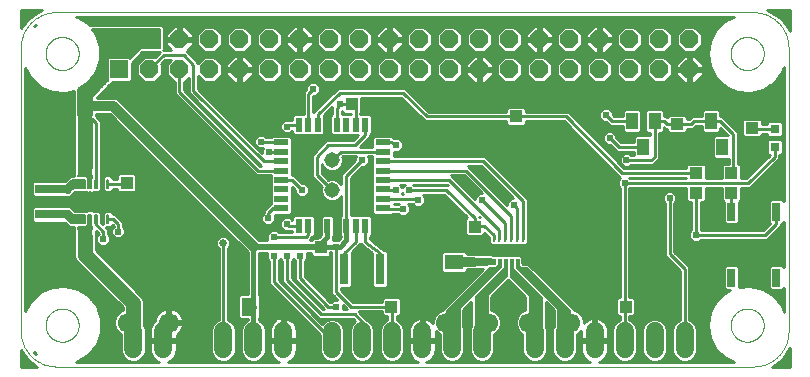
<source format=gtl>
G75*
%MOIN*%
%OFA0B0*%
%FSLAX25Y25*%
%IPPOS*%
%LPD*%
%AMOC8*
5,1,8,0,0,1.08239X$1,22.5*
%
%ADD10C,0.00000*%
%ADD11R,0.06000X0.06000*%
%ADD12OC8,0.06000*%
%ADD13C,0.03181*%
%ADD14R,0.13976X0.00984*%
%ADD15R,0.08465X0.06693*%
%ADD16C,0.00551*%
%ADD17R,0.10600X0.03150*%
%ADD18R,0.02200X0.05000*%
%ADD19R,0.05000X0.02200*%
%ADD20C,0.06693*%
%ADD21R,0.04252X0.04134*%
%ADD22R,0.03150X0.10236*%
%ADD23R,0.04134X0.04252*%
%ADD24R,0.05118X0.06299*%
%ADD25C,0.06000*%
%ADD26R,0.04331X0.03937*%
%ADD27R,0.03150X0.03150*%
%ADD28C,0.05150*%
%ADD29R,0.06299X0.05118*%
%ADD30R,0.03937X0.05512*%
%ADD31R,0.03000X0.06000*%
%ADD32R,0.01102X0.01969*%
%ADD33R,0.01102X0.01969*%
%ADD34R,0.07874X0.03543*%
%ADD35R,0.03200X0.01600*%
%ADD36C,0.00500*%
%ADD37C,0.01000*%
%ADD38C,0.02381*%
%ADD39C,0.01102*%
%ADD40C,0.05000*%
%ADD41C,0.03200*%
%ADD42C,0.01600*%
%ADD43C,0.02000*%
%ADD44C,0.02362*%
%ADD45C,0.00120*%
%ADD46C,0.00600*%
%ADD47C,0.00100*%
%ADD48C,0.02578*%
D10*
X0016811Y0006117D02*
X0249094Y0006117D01*
X0249379Y0006120D01*
X0249665Y0006131D01*
X0249950Y0006148D01*
X0250234Y0006172D01*
X0250518Y0006203D01*
X0250801Y0006241D01*
X0251082Y0006286D01*
X0251363Y0006337D01*
X0251643Y0006395D01*
X0251921Y0006460D01*
X0252197Y0006532D01*
X0252471Y0006610D01*
X0252744Y0006695D01*
X0253014Y0006787D01*
X0253282Y0006885D01*
X0253548Y0006989D01*
X0253811Y0007100D01*
X0254071Y0007217D01*
X0254329Y0007340D01*
X0254583Y0007470D01*
X0254834Y0007606D01*
X0255082Y0007747D01*
X0255326Y0007895D01*
X0255567Y0008048D01*
X0255803Y0008208D01*
X0256036Y0008373D01*
X0256265Y0008543D01*
X0256490Y0008719D01*
X0256710Y0008901D01*
X0256926Y0009087D01*
X0257137Y0009279D01*
X0257344Y0009476D01*
X0257546Y0009678D01*
X0257743Y0009885D01*
X0257935Y0010096D01*
X0258121Y0010312D01*
X0258303Y0010532D01*
X0258479Y0010757D01*
X0258649Y0010986D01*
X0258814Y0011219D01*
X0258974Y0011455D01*
X0259127Y0011696D01*
X0259275Y0011940D01*
X0259416Y0012188D01*
X0259552Y0012439D01*
X0259682Y0012693D01*
X0259805Y0012951D01*
X0259922Y0013211D01*
X0260033Y0013474D01*
X0260137Y0013740D01*
X0260235Y0014008D01*
X0260327Y0014278D01*
X0260412Y0014551D01*
X0260490Y0014825D01*
X0260562Y0015101D01*
X0260627Y0015379D01*
X0260685Y0015659D01*
X0260736Y0015940D01*
X0260781Y0016221D01*
X0260819Y0016504D01*
X0260850Y0016788D01*
X0260874Y0017072D01*
X0260891Y0017357D01*
X0260902Y0017643D01*
X0260905Y0017928D01*
X0260906Y0017928D02*
X0260906Y0112416D01*
X0260905Y0112416D02*
X0260902Y0112701D01*
X0260891Y0112987D01*
X0260874Y0113272D01*
X0260850Y0113556D01*
X0260819Y0113840D01*
X0260781Y0114123D01*
X0260736Y0114404D01*
X0260685Y0114685D01*
X0260627Y0114965D01*
X0260562Y0115243D01*
X0260490Y0115519D01*
X0260412Y0115793D01*
X0260327Y0116066D01*
X0260235Y0116336D01*
X0260137Y0116604D01*
X0260033Y0116870D01*
X0259922Y0117133D01*
X0259805Y0117393D01*
X0259682Y0117651D01*
X0259552Y0117905D01*
X0259416Y0118156D01*
X0259275Y0118404D01*
X0259127Y0118648D01*
X0258974Y0118889D01*
X0258814Y0119125D01*
X0258649Y0119358D01*
X0258479Y0119587D01*
X0258303Y0119812D01*
X0258121Y0120032D01*
X0257935Y0120248D01*
X0257743Y0120459D01*
X0257546Y0120666D01*
X0257344Y0120868D01*
X0257137Y0121065D01*
X0256926Y0121257D01*
X0256710Y0121443D01*
X0256490Y0121625D01*
X0256265Y0121801D01*
X0256036Y0121971D01*
X0255803Y0122136D01*
X0255567Y0122296D01*
X0255326Y0122449D01*
X0255082Y0122597D01*
X0254834Y0122738D01*
X0254583Y0122874D01*
X0254329Y0123004D01*
X0254071Y0123127D01*
X0253811Y0123244D01*
X0253548Y0123355D01*
X0253282Y0123459D01*
X0253014Y0123557D01*
X0252744Y0123649D01*
X0252471Y0123734D01*
X0252197Y0123812D01*
X0251921Y0123884D01*
X0251643Y0123949D01*
X0251363Y0124007D01*
X0251082Y0124058D01*
X0250801Y0124103D01*
X0250518Y0124141D01*
X0250234Y0124172D01*
X0249950Y0124196D01*
X0249665Y0124213D01*
X0249379Y0124224D01*
X0249094Y0124227D01*
X0016811Y0124227D01*
X0016526Y0124224D01*
X0016240Y0124213D01*
X0015955Y0124196D01*
X0015671Y0124172D01*
X0015387Y0124141D01*
X0015104Y0124103D01*
X0014823Y0124058D01*
X0014542Y0124007D01*
X0014262Y0123949D01*
X0013984Y0123884D01*
X0013708Y0123812D01*
X0013434Y0123734D01*
X0013161Y0123649D01*
X0012891Y0123557D01*
X0012623Y0123459D01*
X0012357Y0123355D01*
X0012094Y0123244D01*
X0011834Y0123127D01*
X0011576Y0123004D01*
X0011322Y0122874D01*
X0011071Y0122738D01*
X0010823Y0122597D01*
X0010579Y0122449D01*
X0010338Y0122296D01*
X0010102Y0122136D01*
X0009869Y0121971D01*
X0009640Y0121801D01*
X0009415Y0121625D01*
X0009195Y0121443D01*
X0008979Y0121257D01*
X0008768Y0121065D01*
X0008561Y0120868D01*
X0008359Y0120666D01*
X0008162Y0120459D01*
X0007970Y0120248D01*
X0007784Y0120032D01*
X0007602Y0119812D01*
X0007426Y0119587D01*
X0007256Y0119358D01*
X0007091Y0119125D01*
X0006931Y0118889D01*
X0006778Y0118648D01*
X0006630Y0118404D01*
X0006489Y0118156D01*
X0006353Y0117905D01*
X0006223Y0117651D01*
X0006100Y0117393D01*
X0005983Y0117133D01*
X0005872Y0116870D01*
X0005768Y0116604D01*
X0005670Y0116336D01*
X0005578Y0116066D01*
X0005493Y0115793D01*
X0005415Y0115519D01*
X0005343Y0115243D01*
X0005278Y0114965D01*
X0005220Y0114685D01*
X0005169Y0114404D01*
X0005124Y0114123D01*
X0005086Y0113840D01*
X0005055Y0113556D01*
X0005031Y0113272D01*
X0005014Y0112987D01*
X0005003Y0112701D01*
X0005000Y0112416D01*
X0005000Y0017928D01*
X0005003Y0017643D01*
X0005014Y0017357D01*
X0005031Y0017072D01*
X0005055Y0016788D01*
X0005086Y0016504D01*
X0005124Y0016221D01*
X0005169Y0015940D01*
X0005220Y0015659D01*
X0005278Y0015379D01*
X0005343Y0015101D01*
X0005415Y0014825D01*
X0005493Y0014551D01*
X0005578Y0014278D01*
X0005670Y0014008D01*
X0005768Y0013740D01*
X0005872Y0013474D01*
X0005983Y0013211D01*
X0006100Y0012951D01*
X0006223Y0012693D01*
X0006353Y0012439D01*
X0006489Y0012188D01*
X0006630Y0011940D01*
X0006778Y0011696D01*
X0006931Y0011455D01*
X0007091Y0011219D01*
X0007256Y0010986D01*
X0007426Y0010757D01*
X0007602Y0010532D01*
X0007784Y0010312D01*
X0007970Y0010096D01*
X0008162Y0009885D01*
X0008359Y0009678D01*
X0008561Y0009476D01*
X0008768Y0009279D01*
X0008979Y0009087D01*
X0009195Y0008901D01*
X0009415Y0008719D01*
X0009640Y0008543D01*
X0009869Y0008373D01*
X0010102Y0008208D01*
X0010338Y0008048D01*
X0010579Y0007895D01*
X0010823Y0007747D01*
X0011071Y0007606D01*
X0011322Y0007470D01*
X0011576Y0007340D01*
X0011834Y0007217D01*
X0012094Y0007100D01*
X0012357Y0006989D01*
X0012623Y0006885D01*
X0012891Y0006787D01*
X0013161Y0006695D01*
X0013434Y0006610D01*
X0013708Y0006532D01*
X0013984Y0006460D01*
X0014262Y0006395D01*
X0014542Y0006337D01*
X0014823Y0006286D01*
X0015104Y0006241D01*
X0015387Y0006203D01*
X0015671Y0006172D01*
X0015955Y0006148D01*
X0016240Y0006131D01*
X0016526Y0006120D01*
X0016811Y0006117D01*
X0013268Y0019896D02*
X0013270Y0020044D01*
X0013276Y0020192D01*
X0013286Y0020340D01*
X0013300Y0020487D01*
X0013318Y0020634D01*
X0013339Y0020780D01*
X0013365Y0020926D01*
X0013395Y0021071D01*
X0013428Y0021215D01*
X0013466Y0021358D01*
X0013507Y0021500D01*
X0013552Y0021641D01*
X0013600Y0021781D01*
X0013653Y0021920D01*
X0013709Y0022057D01*
X0013769Y0022192D01*
X0013832Y0022326D01*
X0013899Y0022458D01*
X0013970Y0022588D01*
X0014044Y0022716D01*
X0014121Y0022842D01*
X0014202Y0022966D01*
X0014286Y0023088D01*
X0014373Y0023207D01*
X0014464Y0023324D01*
X0014558Y0023439D01*
X0014654Y0023551D01*
X0014754Y0023661D01*
X0014856Y0023767D01*
X0014962Y0023871D01*
X0015070Y0023972D01*
X0015181Y0024070D01*
X0015294Y0024166D01*
X0015410Y0024258D01*
X0015528Y0024347D01*
X0015649Y0024432D01*
X0015772Y0024515D01*
X0015897Y0024594D01*
X0016024Y0024670D01*
X0016153Y0024742D01*
X0016284Y0024811D01*
X0016417Y0024876D01*
X0016552Y0024937D01*
X0016688Y0024995D01*
X0016825Y0025050D01*
X0016964Y0025100D01*
X0017105Y0025147D01*
X0017246Y0025190D01*
X0017389Y0025230D01*
X0017533Y0025265D01*
X0017677Y0025297D01*
X0017823Y0025324D01*
X0017969Y0025348D01*
X0018116Y0025368D01*
X0018263Y0025384D01*
X0018410Y0025396D01*
X0018558Y0025404D01*
X0018706Y0025408D01*
X0018854Y0025408D01*
X0019002Y0025404D01*
X0019150Y0025396D01*
X0019297Y0025384D01*
X0019444Y0025368D01*
X0019591Y0025348D01*
X0019737Y0025324D01*
X0019883Y0025297D01*
X0020027Y0025265D01*
X0020171Y0025230D01*
X0020314Y0025190D01*
X0020455Y0025147D01*
X0020596Y0025100D01*
X0020735Y0025050D01*
X0020872Y0024995D01*
X0021008Y0024937D01*
X0021143Y0024876D01*
X0021276Y0024811D01*
X0021407Y0024742D01*
X0021536Y0024670D01*
X0021663Y0024594D01*
X0021788Y0024515D01*
X0021911Y0024432D01*
X0022032Y0024347D01*
X0022150Y0024258D01*
X0022266Y0024166D01*
X0022379Y0024070D01*
X0022490Y0023972D01*
X0022598Y0023871D01*
X0022704Y0023767D01*
X0022806Y0023661D01*
X0022906Y0023551D01*
X0023002Y0023439D01*
X0023096Y0023324D01*
X0023187Y0023207D01*
X0023274Y0023088D01*
X0023358Y0022966D01*
X0023439Y0022842D01*
X0023516Y0022716D01*
X0023590Y0022588D01*
X0023661Y0022458D01*
X0023728Y0022326D01*
X0023791Y0022192D01*
X0023851Y0022057D01*
X0023907Y0021920D01*
X0023960Y0021781D01*
X0024008Y0021641D01*
X0024053Y0021500D01*
X0024094Y0021358D01*
X0024132Y0021215D01*
X0024165Y0021071D01*
X0024195Y0020926D01*
X0024221Y0020780D01*
X0024242Y0020634D01*
X0024260Y0020487D01*
X0024274Y0020340D01*
X0024284Y0020192D01*
X0024290Y0020044D01*
X0024292Y0019896D01*
X0024290Y0019748D01*
X0024284Y0019600D01*
X0024274Y0019452D01*
X0024260Y0019305D01*
X0024242Y0019158D01*
X0024221Y0019012D01*
X0024195Y0018866D01*
X0024165Y0018721D01*
X0024132Y0018577D01*
X0024094Y0018434D01*
X0024053Y0018292D01*
X0024008Y0018151D01*
X0023960Y0018011D01*
X0023907Y0017872D01*
X0023851Y0017735D01*
X0023791Y0017600D01*
X0023728Y0017466D01*
X0023661Y0017334D01*
X0023590Y0017204D01*
X0023516Y0017076D01*
X0023439Y0016950D01*
X0023358Y0016826D01*
X0023274Y0016704D01*
X0023187Y0016585D01*
X0023096Y0016468D01*
X0023002Y0016353D01*
X0022906Y0016241D01*
X0022806Y0016131D01*
X0022704Y0016025D01*
X0022598Y0015921D01*
X0022490Y0015820D01*
X0022379Y0015722D01*
X0022266Y0015626D01*
X0022150Y0015534D01*
X0022032Y0015445D01*
X0021911Y0015360D01*
X0021788Y0015277D01*
X0021663Y0015198D01*
X0021536Y0015122D01*
X0021407Y0015050D01*
X0021276Y0014981D01*
X0021143Y0014916D01*
X0021008Y0014855D01*
X0020872Y0014797D01*
X0020735Y0014742D01*
X0020596Y0014692D01*
X0020455Y0014645D01*
X0020314Y0014602D01*
X0020171Y0014562D01*
X0020027Y0014527D01*
X0019883Y0014495D01*
X0019737Y0014468D01*
X0019591Y0014444D01*
X0019444Y0014424D01*
X0019297Y0014408D01*
X0019150Y0014396D01*
X0019002Y0014388D01*
X0018854Y0014384D01*
X0018706Y0014384D01*
X0018558Y0014388D01*
X0018410Y0014396D01*
X0018263Y0014408D01*
X0018116Y0014424D01*
X0017969Y0014444D01*
X0017823Y0014468D01*
X0017677Y0014495D01*
X0017533Y0014527D01*
X0017389Y0014562D01*
X0017246Y0014602D01*
X0017105Y0014645D01*
X0016964Y0014692D01*
X0016825Y0014742D01*
X0016688Y0014797D01*
X0016552Y0014855D01*
X0016417Y0014916D01*
X0016284Y0014981D01*
X0016153Y0015050D01*
X0016024Y0015122D01*
X0015897Y0015198D01*
X0015772Y0015277D01*
X0015649Y0015360D01*
X0015528Y0015445D01*
X0015410Y0015534D01*
X0015294Y0015626D01*
X0015181Y0015722D01*
X0015070Y0015820D01*
X0014962Y0015921D01*
X0014856Y0016025D01*
X0014754Y0016131D01*
X0014654Y0016241D01*
X0014558Y0016353D01*
X0014464Y0016468D01*
X0014373Y0016585D01*
X0014286Y0016704D01*
X0014202Y0016826D01*
X0014121Y0016950D01*
X0014044Y0017076D01*
X0013970Y0017204D01*
X0013899Y0017334D01*
X0013832Y0017466D01*
X0013769Y0017600D01*
X0013709Y0017735D01*
X0013653Y0017872D01*
X0013600Y0018011D01*
X0013552Y0018151D01*
X0013507Y0018292D01*
X0013466Y0018434D01*
X0013428Y0018577D01*
X0013395Y0018721D01*
X0013365Y0018866D01*
X0013339Y0019012D01*
X0013318Y0019158D01*
X0013300Y0019305D01*
X0013286Y0019452D01*
X0013276Y0019600D01*
X0013270Y0019748D01*
X0013268Y0019896D01*
X0013268Y0110447D02*
X0013270Y0110595D01*
X0013276Y0110743D01*
X0013286Y0110891D01*
X0013300Y0111038D01*
X0013318Y0111185D01*
X0013339Y0111331D01*
X0013365Y0111477D01*
X0013395Y0111622D01*
X0013428Y0111766D01*
X0013466Y0111909D01*
X0013507Y0112051D01*
X0013552Y0112192D01*
X0013600Y0112332D01*
X0013653Y0112471D01*
X0013709Y0112608D01*
X0013769Y0112743D01*
X0013832Y0112877D01*
X0013899Y0113009D01*
X0013970Y0113139D01*
X0014044Y0113267D01*
X0014121Y0113393D01*
X0014202Y0113517D01*
X0014286Y0113639D01*
X0014373Y0113758D01*
X0014464Y0113875D01*
X0014558Y0113990D01*
X0014654Y0114102D01*
X0014754Y0114212D01*
X0014856Y0114318D01*
X0014962Y0114422D01*
X0015070Y0114523D01*
X0015181Y0114621D01*
X0015294Y0114717D01*
X0015410Y0114809D01*
X0015528Y0114898D01*
X0015649Y0114983D01*
X0015772Y0115066D01*
X0015897Y0115145D01*
X0016024Y0115221D01*
X0016153Y0115293D01*
X0016284Y0115362D01*
X0016417Y0115427D01*
X0016552Y0115488D01*
X0016688Y0115546D01*
X0016825Y0115601D01*
X0016964Y0115651D01*
X0017105Y0115698D01*
X0017246Y0115741D01*
X0017389Y0115781D01*
X0017533Y0115816D01*
X0017677Y0115848D01*
X0017823Y0115875D01*
X0017969Y0115899D01*
X0018116Y0115919D01*
X0018263Y0115935D01*
X0018410Y0115947D01*
X0018558Y0115955D01*
X0018706Y0115959D01*
X0018854Y0115959D01*
X0019002Y0115955D01*
X0019150Y0115947D01*
X0019297Y0115935D01*
X0019444Y0115919D01*
X0019591Y0115899D01*
X0019737Y0115875D01*
X0019883Y0115848D01*
X0020027Y0115816D01*
X0020171Y0115781D01*
X0020314Y0115741D01*
X0020455Y0115698D01*
X0020596Y0115651D01*
X0020735Y0115601D01*
X0020872Y0115546D01*
X0021008Y0115488D01*
X0021143Y0115427D01*
X0021276Y0115362D01*
X0021407Y0115293D01*
X0021536Y0115221D01*
X0021663Y0115145D01*
X0021788Y0115066D01*
X0021911Y0114983D01*
X0022032Y0114898D01*
X0022150Y0114809D01*
X0022266Y0114717D01*
X0022379Y0114621D01*
X0022490Y0114523D01*
X0022598Y0114422D01*
X0022704Y0114318D01*
X0022806Y0114212D01*
X0022906Y0114102D01*
X0023002Y0113990D01*
X0023096Y0113875D01*
X0023187Y0113758D01*
X0023274Y0113639D01*
X0023358Y0113517D01*
X0023439Y0113393D01*
X0023516Y0113267D01*
X0023590Y0113139D01*
X0023661Y0113009D01*
X0023728Y0112877D01*
X0023791Y0112743D01*
X0023851Y0112608D01*
X0023907Y0112471D01*
X0023960Y0112332D01*
X0024008Y0112192D01*
X0024053Y0112051D01*
X0024094Y0111909D01*
X0024132Y0111766D01*
X0024165Y0111622D01*
X0024195Y0111477D01*
X0024221Y0111331D01*
X0024242Y0111185D01*
X0024260Y0111038D01*
X0024274Y0110891D01*
X0024284Y0110743D01*
X0024290Y0110595D01*
X0024292Y0110447D01*
X0024290Y0110299D01*
X0024284Y0110151D01*
X0024274Y0110003D01*
X0024260Y0109856D01*
X0024242Y0109709D01*
X0024221Y0109563D01*
X0024195Y0109417D01*
X0024165Y0109272D01*
X0024132Y0109128D01*
X0024094Y0108985D01*
X0024053Y0108843D01*
X0024008Y0108702D01*
X0023960Y0108562D01*
X0023907Y0108423D01*
X0023851Y0108286D01*
X0023791Y0108151D01*
X0023728Y0108017D01*
X0023661Y0107885D01*
X0023590Y0107755D01*
X0023516Y0107627D01*
X0023439Y0107501D01*
X0023358Y0107377D01*
X0023274Y0107255D01*
X0023187Y0107136D01*
X0023096Y0107019D01*
X0023002Y0106904D01*
X0022906Y0106792D01*
X0022806Y0106682D01*
X0022704Y0106576D01*
X0022598Y0106472D01*
X0022490Y0106371D01*
X0022379Y0106273D01*
X0022266Y0106177D01*
X0022150Y0106085D01*
X0022032Y0105996D01*
X0021911Y0105911D01*
X0021788Y0105828D01*
X0021663Y0105749D01*
X0021536Y0105673D01*
X0021407Y0105601D01*
X0021276Y0105532D01*
X0021143Y0105467D01*
X0021008Y0105406D01*
X0020872Y0105348D01*
X0020735Y0105293D01*
X0020596Y0105243D01*
X0020455Y0105196D01*
X0020314Y0105153D01*
X0020171Y0105113D01*
X0020027Y0105078D01*
X0019883Y0105046D01*
X0019737Y0105019D01*
X0019591Y0104995D01*
X0019444Y0104975D01*
X0019297Y0104959D01*
X0019150Y0104947D01*
X0019002Y0104939D01*
X0018854Y0104935D01*
X0018706Y0104935D01*
X0018558Y0104939D01*
X0018410Y0104947D01*
X0018263Y0104959D01*
X0018116Y0104975D01*
X0017969Y0104995D01*
X0017823Y0105019D01*
X0017677Y0105046D01*
X0017533Y0105078D01*
X0017389Y0105113D01*
X0017246Y0105153D01*
X0017105Y0105196D01*
X0016964Y0105243D01*
X0016825Y0105293D01*
X0016688Y0105348D01*
X0016552Y0105406D01*
X0016417Y0105467D01*
X0016284Y0105532D01*
X0016153Y0105601D01*
X0016024Y0105673D01*
X0015897Y0105749D01*
X0015772Y0105828D01*
X0015649Y0105911D01*
X0015528Y0105996D01*
X0015410Y0106085D01*
X0015294Y0106177D01*
X0015181Y0106273D01*
X0015070Y0106371D01*
X0014962Y0106472D01*
X0014856Y0106576D01*
X0014754Y0106682D01*
X0014654Y0106792D01*
X0014558Y0106904D01*
X0014464Y0107019D01*
X0014373Y0107136D01*
X0014286Y0107255D01*
X0014202Y0107377D01*
X0014121Y0107501D01*
X0014044Y0107627D01*
X0013970Y0107755D01*
X0013899Y0107885D01*
X0013832Y0108017D01*
X0013769Y0108151D01*
X0013709Y0108286D01*
X0013653Y0108423D01*
X0013600Y0108562D01*
X0013552Y0108702D01*
X0013507Y0108843D01*
X0013466Y0108985D01*
X0013428Y0109128D01*
X0013395Y0109272D01*
X0013365Y0109417D01*
X0013339Y0109563D01*
X0013318Y0109709D01*
X0013300Y0109856D01*
X0013286Y0110003D01*
X0013276Y0110151D01*
X0013270Y0110299D01*
X0013268Y0110447D01*
X0241614Y0110447D02*
X0241616Y0110595D01*
X0241622Y0110743D01*
X0241632Y0110891D01*
X0241646Y0111038D01*
X0241664Y0111185D01*
X0241685Y0111331D01*
X0241711Y0111477D01*
X0241741Y0111622D01*
X0241774Y0111766D01*
X0241812Y0111909D01*
X0241853Y0112051D01*
X0241898Y0112192D01*
X0241946Y0112332D01*
X0241999Y0112471D01*
X0242055Y0112608D01*
X0242115Y0112743D01*
X0242178Y0112877D01*
X0242245Y0113009D01*
X0242316Y0113139D01*
X0242390Y0113267D01*
X0242467Y0113393D01*
X0242548Y0113517D01*
X0242632Y0113639D01*
X0242719Y0113758D01*
X0242810Y0113875D01*
X0242904Y0113990D01*
X0243000Y0114102D01*
X0243100Y0114212D01*
X0243202Y0114318D01*
X0243308Y0114422D01*
X0243416Y0114523D01*
X0243527Y0114621D01*
X0243640Y0114717D01*
X0243756Y0114809D01*
X0243874Y0114898D01*
X0243995Y0114983D01*
X0244118Y0115066D01*
X0244243Y0115145D01*
X0244370Y0115221D01*
X0244499Y0115293D01*
X0244630Y0115362D01*
X0244763Y0115427D01*
X0244898Y0115488D01*
X0245034Y0115546D01*
X0245171Y0115601D01*
X0245310Y0115651D01*
X0245451Y0115698D01*
X0245592Y0115741D01*
X0245735Y0115781D01*
X0245879Y0115816D01*
X0246023Y0115848D01*
X0246169Y0115875D01*
X0246315Y0115899D01*
X0246462Y0115919D01*
X0246609Y0115935D01*
X0246756Y0115947D01*
X0246904Y0115955D01*
X0247052Y0115959D01*
X0247200Y0115959D01*
X0247348Y0115955D01*
X0247496Y0115947D01*
X0247643Y0115935D01*
X0247790Y0115919D01*
X0247937Y0115899D01*
X0248083Y0115875D01*
X0248229Y0115848D01*
X0248373Y0115816D01*
X0248517Y0115781D01*
X0248660Y0115741D01*
X0248801Y0115698D01*
X0248942Y0115651D01*
X0249081Y0115601D01*
X0249218Y0115546D01*
X0249354Y0115488D01*
X0249489Y0115427D01*
X0249622Y0115362D01*
X0249753Y0115293D01*
X0249882Y0115221D01*
X0250009Y0115145D01*
X0250134Y0115066D01*
X0250257Y0114983D01*
X0250378Y0114898D01*
X0250496Y0114809D01*
X0250612Y0114717D01*
X0250725Y0114621D01*
X0250836Y0114523D01*
X0250944Y0114422D01*
X0251050Y0114318D01*
X0251152Y0114212D01*
X0251252Y0114102D01*
X0251348Y0113990D01*
X0251442Y0113875D01*
X0251533Y0113758D01*
X0251620Y0113639D01*
X0251704Y0113517D01*
X0251785Y0113393D01*
X0251862Y0113267D01*
X0251936Y0113139D01*
X0252007Y0113009D01*
X0252074Y0112877D01*
X0252137Y0112743D01*
X0252197Y0112608D01*
X0252253Y0112471D01*
X0252306Y0112332D01*
X0252354Y0112192D01*
X0252399Y0112051D01*
X0252440Y0111909D01*
X0252478Y0111766D01*
X0252511Y0111622D01*
X0252541Y0111477D01*
X0252567Y0111331D01*
X0252588Y0111185D01*
X0252606Y0111038D01*
X0252620Y0110891D01*
X0252630Y0110743D01*
X0252636Y0110595D01*
X0252638Y0110447D01*
X0252636Y0110299D01*
X0252630Y0110151D01*
X0252620Y0110003D01*
X0252606Y0109856D01*
X0252588Y0109709D01*
X0252567Y0109563D01*
X0252541Y0109417D01*
X0252511Y0109272D01*
X0252478Y0109128D01*
X0252440Y0108985D01*
X0252399Y0108843D01*
X0252354Y0108702D01*
X0252306Y0108562D01*
X0252253Y0108423D01*
X0252197Y0108286D01*
X0252137Y0108151D01*
X0252074Y0108017D01*
X0252007Y0107885D01*
X0251936Y0107755D01*
X0251862Y0107627D01*
X0251785Y0107501D01*
X0251704Y0107377D01*
X0251620Y0107255D01*
X0251533Y0107136D01*
X0251442Y0107019D01*
X0251348Y0106904D01*
X0251252Y0106792D01*
X0251152Y0106682D01*
X0251050Y0106576D01*
X0250944Y0106472D01*
X0250836Y0106371D01*
X0250725Y0106273D01*
X0250612Y0106177D01*
X0250496Y0106085D01*
X0250378Y0105996D01*
X0250257Y0105911D01*
X0250134Y0105828D01*
X0250009Y0105749D01*
X0249882Y0105673D01*
X0249753Y0105601D01*
X0249622Y0105532D01*
X0249489Y0105467D01*
X0249354Y0105406D01*
X0249218Y0105348D01*
X0249081Y0105293D01*
X0248942Y0105243D01*
X0248801Y0105196D01*
X0248660Y0105153D01*
X0248517Y0105113D01*
X0248373Y0105078D01*
X0248229Y0105046D01*
X0248083Y0105019D01*
X0247937Y0104995D01*
X0247790Y0104975D01*
X0247643Y0104959D01*
X0247496Y0104947D01*
X0247348Y0104939D01*
X0247200Y0104935D01*
X0247052Y0104935D01*
X0246904Y0104939D01*
X0246756Y0104947D01*
X0246609Y0104959D01*
X0246462Y0104975D01*
X0246315Y0104995D01*
X0246169Y0105019D01*
X0246023Y0105046D01*
X0245879Y0105078D01*
X0245735Y0105113D01*
X0245592Y0105153D01*
X0245451Y0105196D01*
X0245310Y0105243D01*
X0245171Y0105293D01*
X0245034Y0105348D01*
X0244898Y0105406D01*
X0244763Y0105467D01*
X0244630Y0105532D01*
X0244499Y0105601D01*
X0244370Y0105673D01*
X0244243Y0105749D01*
X0244118Y0105828D01*
X0243995Y0105911D01*
X0243874Y0105996D01*
X0243756Y0106085D01*
X0243640Y0106177D01*
X0243527Y0106273D01*
X0243416Y0106371D01*
X0243308Y0106472D01*
X0243202Y0106576D01*
X0243100Y0106682D01*
X0243000Y0106792D01*
X0242904Y0106904D01*
X0242810Y0107019D01*
X0242719Y0107136D01*
X0242632Y0107255D01*
X0242548Y0107377D01*
X0242467Y0107501D01*
X0242390Y0107627D01*
X0242316Y0107755D01*
X0242245Y0107885D01*
X0242178Y0108017D01*
X0242115Y0108151D01*
X0242055Y0108286D01*
X0241999Y0108423D01*
X0241946Y0108562D01*
X0241898Y0108702D01*
X0241853Y0108843D01*
X0241812Y0108985D01*
X0241774Y0109128D01*
X0241741Y0109272D01*
X0241711Y0109417D01*
X0241685Y0109563D01*
X0241664Y0109709D01*
X0241646Y0109856D01*
X0241632Y0110003D01*
X0241622Y0110151D01*
X0241616Y0110299D01*
X0241614Y0110447D01*
X0241614Y0019896D02*
X0241616Y0020044D01*
X0241622Y0020192D01*
X0241632Y0020340D01*
X0241646Y0020487D01*
X0241664Y0020634D01*
X0241685Y0020780D01*
X0241711Y0020926D01*
X0241741Y0021071D01*
X0241774Y0021215D01*
X0241812Y0021358D01*
X0241853Y0021500D01*
X0241898Y0021641D01*
X0241946Y0021781D01*
X0241999Y0021920D01*
X0242055Y0022057D01*
X0242115Y0022192D01*
X0242178Y0022326D01*
X0242245Y0022458D01*
X0242316Y0022588D01*
X0242390Y0022716D01*
X0242467Y0022842D01*
X0242548Y0022966D01*
X0242632Y0023088D01*
X0242719Y0023207D01*
X0242810Y0023324D01*
X0242904Y0023439D01*
X0243000Y0023551D01*
X0243100Y0023661D01*
X0243202Y0023767D01*
X0243308Y0023871D01*
X0243416Y0023972D01*
X0243527Y0024070D01*
X0243640Y0024166D01*
X0243756Y0024258D01*
X0243874Y0024347D01*
X0243995Y0024432D01*
X0244118Y0024515D01*
X0244243Y0024594D01*
X0244370Y0024670D01*
X0244499Y0024742D01*
X0244630Y0024811D01*
X0244763Y0024876D01*
X0244898Y0024937D01*
X0245034Y0024995D01*
X0245171Y0025050D01*
X0245310Y0025100D01*
X0245451Y0025147D01*
X0245592Y0025190D01*
X0245735Y0025230D01*
X0245879Y0025265D01*
X0246023Y0025297D01*
X0246169Y0025324D01*
X0246315Y0025348D01*
X0246462Y0025368D01*
X0246609Y0025384D01*
X0246756Y0025396D01*
X0246904Y0025404D01*
X0247052Y0025408D01*
X0247200Y0025408D01*
X0247348Y0025404D01*
X0247496Y0025396D01*
X0247643Y0025384D01*
X0247790Y0025368D01*
X0247937Y0025348D01*
X0248083Y0025324D01*
X0248229Y0025297D01*
X0248373Y0025265D01*
X0248517Y0025230D01*
X0248660Y0025190D01*
X0248801Y0025147D01*
X0248942Y0025100D01*
X0249081Y0025050D01*
X0249218Y0024995D01*
X0249354Y0024937D01*
X0249489Y0024876D01*
X0249622Y0024811D01*
X0249753Y0024742D01*
X0249882Y0024670D01*
X0250009Y0024594D01*
X0250134Y0024515D01*
X0250257Y0024432D01*
X0250378Y0024347D01*
X0250496Y0024258D01*
X0250612Y0024166D01*
X0250725Y0024070D01*
X0250836Y0023972D01*
X0250944Y0023871D01*
X0251050Y0023767D01*
X0251152Y0023661D01*
X0251252Y0023551D01*
X0251348Y0023439D01*
X0251442Y0023324D01*
X0251533Y0023207D01*
X0251620Y0023088D01*
X0251704Y0022966D01*
X0251785Y0022842D01*
X0251862Y0022716D01*
X0251936Y0022588D01*
X0252007Y0022458D01*
X0252074Y0022326D01*
X0252137Y0022192D01*
X0252197Y0022057D01*
X0252253Y0021920D01*
X0252306Y0021781D01*
X0252354Y0021641D01*
X0252399Y0021500D01*
X0252440Y0021358D01*
X0252478Y0021215D01*
X0252511Y0021071D01*
X0252541Y0020926D01*
X0252567Y0020780D01*
X0252588Y0020634D01*
X0252606Y0020487D01*
X0252620Y0020340D01*
X0252630Y0020192D01*
X0252636Y0020044D01*
X0252638Y0019896D01*
X0252636Y0019748D01*
X0252630Y0019600D01*
X0252620Y0019452D01*
X0252606Y0019305D01*
X0252588Y0019158D01*
X0252567Y0019012D01*
X0252541Y0018866D01*
X0252511Y0018721D01*
X0252478Y0018577D01*
X0252440Y0018434D01*
X0252399Y0018292D01*
X0252354Y0018151D01*
X0252306Y0018011D01*
X0252253Y0017872D01*
X0252197Y0017735D01*
X0252137Y0017600D01*
X0252074Y0017466D01*
X0252007Y0017334D01*
X0251936Y0017204D01*
X0251862Y0017076D01*
X0251785Y0016950D01*
X0251704Y0016826D01*
X0251620Y0016704D01*
X0251533Y0016585D01*
X0251442Y0016468D01*
X0251348Y0016353D01*
X0251252Y0016241D01*
X0251152Y0016131D01*
X0251050Y0016025D01*
X0250944Y0015921D01*
X0250836Y0015820D01*
X0250725Y0015722D01*
X0250612Y0015626D01*
X0250496Y0015534D01*
X0250378Y0015445D01*
X0250257Y0015360D01*
X0250134Y0015277D01*
X0250009Y0015198D01*
X0249882Y0015122D01*
X0249753Y0015050D01*
X0249622Y0014981D01*
X0249489Y0014916D01*
X0249354Y0014855D01*
X0249218Y0014797D01*
X0249081Y0014742D01*
X0248942Y0014692D01*
X0248801Y0014645D01*
X0248660Y0014602D01*
X0248517Y0014562D01*
X0248373Y0014527D01*
X0248229Y0014495D01*
X0248083Y0014468D01*
X0247937Y0014444D01*
X0247790Y0014424D01*
X0247643Y0014408D01*
X0247496Y0014396D01*
X0247348Y0014388D01*
X0247200Y0014384D01*
X0247052Y0014384D01*
X0246904Y0014388D01*
X0246756Y0014396D01*
X0246609Y0014408D01*
X0246462Y0014424D01*
X0246315Y0014444D01*
X0246169Y0014468D01*
X0246023Y0014495D01*
X0245879Y0014527D01*
X0245735Y0014562D01*
X0245592Y0014602D01*
X0245451Y0014645D01*
X0245310Y0014692D01*
X0245171Y0014742D01*
X0245034Y0014797D01*
X0244898Y0014855D01*
X0244763Y0014916D01*
X0244630Y0014981D01*
X0244499Y0015050D01*
X0244370Y0015122D01*
X0244243Y0015198D01*
X0244118Y0015277D01*
X0243995Y0015360D01*
X0243874Y0015445D01*
X0243756Y0015534D01*
X0243640Y0015626D01*
X0243527Y0015722D01*
X0243416Y0015820D01*
X0243308Y0015921D01*
X0243202Y0016025D01*
X0243100Y0016131D01*
X0243000Y0016241D01*
X0242904Y0016353D01*
X0242810Y0016468D01*
X0242719Y0016585D01*
X0242632Y0016704D01*
X0242548Y0016826D01*
X0242467Y0016950D01*
X0242390Y0017076D01*
X0242316Y0017204D01*
X0242245Y0017334D01*
X0242178Y0017466D01*
X0242115Y0017600D01*
X0242055Y0017735D01*
X0241999Y0017872D01*
X0241946Y0018011D01*
X0241898Y0018151D01*
X0241853Y0018292D01*
X0241812Y0018434D01*
X0241774Y0018577D01*
X0241741Y0018721D01*
X0241711Y0018866D01*
X0241685Y0019012D01*
X0241664Y0019158D01*
X0241646Y0019305D01*
X0241632Y0019452D01*
X0241622Y0019600D01*
X0241616Y0019748D01*
X0241614Y0019896D01*
D11*
X0037835Y0105132D03*
D12*
X0047835Y0105132D03*
X0057835Y0105132D03*
X0067835Y0105132D03*
X0077835Y0105132D03*
X0087835Y0105132D03*
X0097835Y0105132D03*
X0107835Y0105132D03*
X0117835Y0105132D03*
X0127835Y0105132D03*
X0137835Y0105132D03*
X0147835Y0105132D03*
X0157835Y0105132D03*
X0167835Y0105132D03*
X0177835Y0105132D03*
X0187835Y0105132D03*
X0197835Y0105132D03*
X0207835Y0105132D03*
X0217835Y0105132D03*
X0227835Y0105132D03*
X0227835Y0115132D03*
X0217835Y0115132D03*
X0207835Y0115132D03*
X0197835Y0115132D03*
X0187835Y0115132D03*
X0177835Y0115132D03*
X0167835Y0115132D03*
X0157835Y0115132D03*
X0147835Y0115132D03*
X0137835Y0115132D03*
X0127835Y0115132D03*
X0117835Y0115132D03*
X0107835Y0115132D03*
X0097835Y0115132D03*
X0087835Y0115132D03*
X0077835Y0115132D03*
X0067835Y0115132D03*
X0057835Y0115132D03*
X0047835Y0115132D03*
X0037835Y0115132D03*
D13*
X0031969Y0063085D03*
X0030000Y0061117D03*
X0028031Y0063085D03*
X0028031Y0059148D03*
X0031969Y0059148D03*
X0165000Y0044867D03*
X0167500Y0044867D03*
X0170000Y0044867D03*
D14*
X0030000Y0058754D03*
X0030000Y0060329D03*
X0030000Y0061904D03*
X0030000Y0063479D03*
D15*
X0030000Y0061117D03*
D16*
X0030276Y0056658D02*
X0030276Y0053862D01*
X0029724Y0053862D01*
X0029724Y0056658D01*
X0030276Y0056658D01*
X0030276Y0054412D02*
X0029724Y0054412D01*
X0029724Y0054962D02*
X0030276Y0054962D01*
X0030276Y0055512D02*
X0029724Y0055512D01*
X0029724Y0056062D02*
X0030276Y0056062D01*
X0030276Y0056612D02*
X0029724Y0056612D01*
X0028307Y0056658D02*
X0028307Y0053862D01*
X0027755Y0053862D01*
X0027755Y0056658D01*
X0028307Y0056658D01*
X0028307Y0054412D02*
X0027755Y0054412D01*
X0027755Y0054962D02*
X0028307Y0054962D01*
X0028307Y0055512D02*
X0027755Y0055512D01*
X0027755Y0056062D02*
X0028307Y0056062D01*
X0028307Y0056612D02*
X0027755Y0056612D01*
X0026339Y0056658D02*
X0026339Y0053862D01*
X0025787Y0053862D01*
X0025787Y0056658D01*
X0026339Y0056658D01*
X0026339Y0054412D02*
X0025787Y0054412D01*
X0025787Y0054962D02*
X0026339Y0054962D01*
X0026339Y0055512D02*
X0025787Y0055512D01*
X0025787Y0056062D02*
X0026339Y0056062D01*
X0026339Y0056612D02*
X0025787Y0056612D01*
X0032245Y0056658D02*
X0032245Y0053862D01*
X0031693Y0053862D01*
X0031693Y0056658D01*
X0032245Y0056658D01*
X0032245Y0054412D02*
X0031693Y0054412D01*
X0031693Y0054962D02*
X0032245Y0054962D01*
X0032245Y0055512D02*
X0031693Y0055512D01*
X0031693Y0056062D02*
X0032245Y0056062D01*
X0032245Y0056612D02*
X0031693Y0056612D01*
X0034213Y0056658D02*
X0034213Y0053862D01*
X0033661Y0053862D01*
X0033661Y0056658D01*
X0034213Y0056658D01*
X0034213Y0054412D02*
X0033661Y0054412D01*
X0033661Y0054962D02*
X0034213Y0054962D01*
X0034213Y0055512D02*
X0033661Y0055512D01*
X0033661Y0056062D02*
X0034213Y0056062D01*
X0034213Y0056612D02*
X0033661Y0056612D01*
X0033661Y0065624D02*
X0033661Y0068420D01*
X0034213Y0068420D01*
X0034213Y0065624D01*
X0033661Y0065624D01*
X0033661Y0066174D02*
X0034213Y0066174D01*
X0034213Y0066724D02*
X0033661Y0066724D01*
X0033661Y0067274D02*
X0034213Y0067274D01*
X0034213Y0067824D02*
X0033661Y0067824D01*
X0033661Y0068374D02*
X0034213Y0068374D01*
X0031693Y0068420D02*
X0031693Y0065624D01*
X0031693Y0068420D02*
X0032245Y0068420D01*
X0032245Y0065624D01*
X0031693Y0065624D01*
X0031693Y0066174D02*
X0032245Y0066174D01*
X0032245Y0066724D02*
X0031693Y0066724D01*
X0031693Y0067274D02*
X0032245Y0067274D01*
X0032245Y0067824D02*
X0031693Y0067824D01*
X0031693Y0068374D02*
X0032245Y0068374D01*
X0029724Y0068420D02*
X0029724Y0065624D01*
X0029724Y0068420D02*
X0030276Y0068420D01*
X0030276Y0065624D01*
X0029724Y0065624D01*
X0029724Y0066174D02*
X0030276Y0066174D01*
X0030276Y0066724D02*
X0029724Y0066724D01*
X0029724Y0067274D02*
X0030276Y0067274D01*
X0030276Y0067824D02*
X0029724Y0067824D01*
X0029724Y0068374D02*
X0030276Y0068374D01*
X0027755Y0068420D02*
X0027755Y0065624D01*
X0027755Y0068420D02*
X0028307Y0068420D01*
X0028307Y0065624D01*
X0027755Y0065624D01*
X0027755Y0066174D02*
X0028307Y0066174D01*
X0028307Y0066724D02*
X0027755Y0066724D01*
X0027755Y0067274D02*
X0028307Y0067274D01*
X0028307Y0067824D02*
X0027755Y0067824D01*
X0027755Y0068374D02*
X0028307Y0068374D01*
X0025787Y0068420D02*
X0025787Y0065624D01*
X0025787Y0068420D02*
X0026339Y0068420D01*
X0026339Y0065624D01*
X0025787Y0065624D01*
X0025787Y0066174D02*
X0026339Y0066174D01*
X0026339Y0066724D02*
X0025787Y0066724D01*
X0025787Y0067274D02*
X0026339Y0067274D01*
X0026339Y0067824D02*
X0025787Y0067824D01*
X0025787Y0068374D02*
X0026339Y0068374D01*
D17*
X0015000Y0065442D03*
X0015000Y0056792D03*
D18*
X0097726Y0052967D03*
X0100876Y0052967D03*
X0104026Y0052967D03*
X0107175Y0052967D03*
X0110325Y0052967D03*
X0113474Y0052967D03*
X0116624Y0052967D03*
X0119774Y0052967D03*
X0119774Y0086767D03*
X0116624Y0086767D03*
X0113474Y0086767D03*
X0110325Y0086767D03*
X0107175Y0086767D03*
X0104026Y0086767D03*
X0100876Y0086767D03*
X0097726Y0086767D03*
D19*
X0091850Y0080890D03*
X0091850Y0077741D03*
X0091850Y0074591D03*
X0091850Y0071441D03*
X0091850Y0068292D03*
X0091850Y0065142D03*
X0091850Y0061993D03*
X0091850Y0058843D03*
X0125650Y0058843D03*
X0125650Y0061993D03*
X0125650Y0065142D03*
X0125650Y0068292D03*
X0125650Y0071441D03*
X0125650Y0074591D03*
X0125650Y0077741D03*
X0125650Y0080890D03*
D20*
X0146831Y0020723D03*
X0160610Y0020723D03*
X0174390Y0020723D03*
X0188169Y0020723D03*
X0054390Y0020723D03*
X0040610Y0020723D03*
D21*
X0105000Y0038922D03*
X0105000Y0045812D03*
X0156250Y0045797D03*
X0156250Y0052687D03*
D22*
X0124656Y0038617D03*
X0118750Y0038617D03*
X0112844Y0038617D03*
D23*
X0128430Y0026117D03*
X0135320Y0026117D03*
X0199680Y0026117D03*
X0206570Y0026117D03*
X0122195Y0093617D03*
X0115305Y0093617D03*
X0047195Y0067367D03*
X0040305Y0067367D03*
D24*
X0026437Y0072992D03*
X0018563Y0072992D03*
X0018563Y0080492D03*
X0026437Y0080492D03*
X0026437Y0087992D03*
X0018563Y0087992D03*
X0018563Y0049242D03*
X0026437Y0049242D03*
X0081063Y0026117D03*
X0088937Y0026117D03*
D25*
X0092500Y0017867D02*
X0092500Y0011867D01*
X0082500Y0011867D02*
X0082500Y0017867D01*
X0072500Y0017867D02*
X0072500Y0011867D01*
X0052500Y0011867D02*
X0052500Y0017867D01*
X0042500Y0017867D02*
X0042500Y0011867D01*
X0108750Y0011867D02*
X0108750Y0017867D01*
X0118750Y0017867D02*
X0118750Y0011867D01*
X0128750Y0011867D02*
X0128750Y0017867D01*
X0138750Y0017867D02*
X0138750Y0011867D01*
X0148750Y0011867D02*
X0148750Y0017867D01*
X0158750Y0017867D02*
X0158750Y0011867D01*
X0176250Y0011867D02*
X0176250Y0017867D01*
X0186250Y0017867D02*
X0186250Y0011867D01*
X0196250Y0011867D02*
X0196250Y0017867D01*
X0206250Y0017867D02*
X0206250Y0011867D01*
X0216250Y0011867D02*
X0216250Y0017867D01*
X0226250Y0017867D02*
X0226250Y0011867D01*
D26*
X0230000Y0064020D03*
X0230000Y0070713D03*
X0241875Y0070713D03*
X0241875Y0064020D03*
X0248750Y0079020D03*
X0248750Y0085713D03*
X0223750Y0086963D03*
X0223750Y0080270D03*
X0170000Y0082770D03*
X0170000Y0089463D03*
D27*
X0256250Y0085319D03*
X0256250Y0079414D03*
D28*
X0108750Y0074867D03*
X0108750Y0064867D03*
D29*
X0149375Y0048804D03*
X0149375Y0040930D03*
D30*
X0212500Y0079286D03*
X0208760Y0087947D03*
X0216240Y0087947D03*
X0235000Y0087947D03*
X0231260Y0079286D03*
X0238740Y0079286D03*
D31*
X0241875Y0057742D03*
X0256875Y0057742D03*
X0256875Y0035742D03*
X0241875Y0035742D03*
D32*
X0162579Y0041092D03*
D33*
X0164547Y0041092D03*
X0166516Y0041092D03*
X0168484Y0041092D03*
X0170453Y0041092D03*
X0172421Y0041092D03*
X0172421Y0048641D03*
X0170453Y0048641D03*
X0168484Y0048641D03*
X0166516Y0048641D03*
X0164547Y0048641D03*
X0162579Y0048641D03*
D34*
X0167500Y0044867D03*
D35*
X0162000Y0045867D03*
X0162000Y0043867D03*
X0173000Y0043867D03*
X0173000Y0045867D03*
D36*
X0034199Y0101566D02*
X0028750Y0096117D01*
X0028750Y0089867D01*
X0024000Y0089867D01*
X0024000Y0098595D01*
X0027554Y0100916D01*
X0030173Y0104282D01*
X0031558Y0108315D01*
X0031558Y0112580D01*
X0030173Y0116613D01*
X0028613Y0118617D01*
X0051250Y0118617D01*
X0051250Y0112367D01*
X0045000Y0112367D01*
X0041401Y0108768D01*
X0041187Y0108982D01*
X0034483Y0108982D01*
X0033985Y0108484D01*
X0033985Y0101780D01*
X0034199Y0101566D01*
X0033966Y0101332D02*
X0027877Y0101332D01*
X0028265Y0101831D02*
X0033985Y0101831D01*
X0033985Y0102329D02*
X0028653Y0102329D01*
X0029041Y0102828D02*
X0033985Y0102828D01*
X0033985Y0103326D02*
X0029429Y0103326D01*
X0029817Y0103825D02*
X0033985Y0103825D01*
X0033985Y0104323D02*
X0030187Y0104323D01*
X0030358Y0104822D02*
X0033985Y0104822D01*
X0033985Y0105320D02*
X0030529Y0105320D01*
X0030701Y0105819D02*
X0033985Y0105819D01*
X0033985Y0106317D02*
X0030872Y0106317D01*
X0031043Y0106816D02*
X0033985Y0106816D01*
X0033985Y0107314D02*
X0031214Y0107314D01*
X0031385Y0107813D02*
X0033985Y0107813D01*
X0033985Y0108311D02*
X0031556Y0108311D01*
X0031558Y0108810D02*
X0034310Y0108810D01*
X0031558Y0109309D02*
X0041942Y0109309D01*
X0042440Y0109807D02*
X0031558Y0109807D01*
X0031558Y0110306D02*
X0042939Y0110306D01*
X0043437Y0110804D02*
X0031558Y0110804D01*
X0031558Y0111303D02*
X0043936Y0111303D01*
X0044434Y0111801D02*
X0031558Y0111801D01*
X0031558Y0112300D02*
X0044933Y0112300D01*
X0041443Y0108810D02*
X0041359Y0108810D01*
X0031483Y0112798D02*
X0051250Y0112798D01*
X0051250Y0113297D02*
X0031311Y0113297D01*
X0031140Y0113795D02*
X0051250Y0113795D01*
X0051250Y0114294D02*
X0030969Y0114294D01*
X0030798Y0114792D02*
X0051250Y0114792D01*
X0051250Y0115291D02*
X0030627Y0115291D01*
X0030456Y0115789D02*
X0051250Y0115789D01*
X0051250Y0116288D02*
X0030285Y0116288D01*
X0030038Y0116786D02*
X0051250Y0116786D01*
X0051250Y0117285D02*
X0029650Y0117285D01*
X0029262Y0117783D02*
X0051250Y0117783D01*
X0051250Y0118282D02*
X0028874Y0118282D01*
X0027427Y0100834D02*
X0033467Y0100834D01*
X0032969Y0100335D02*
X0026664Y0100335D01*
X0025901Y0099837D02*
X0032470Y0099837D01*
X0031972Y0099338D02*
X0025138Y0099338D01*
X0024375Y0098840D02*
X0031473Y0098840D01*
X0030975Y0098341D02*
X0024000Y0098341D01*
X0024000Y0097843D02*
X0030476Y0097843D01*
X0029978Y0097344D02*
X0024000Y0097344D01*
X0024000Y0096846D02*
X0029479Y0096846D01*
X0028981Y0096347D02*
X0024000Y0096347D01*
X0024000Y0095849D02*
X0028750Y0095849D01*
X0028750Y0095350D02*
X0024000Y0095350D01*
X0024000Y0094852D02*
X0028750Y0094852D01*
X0028750Y0094353D02*
X0024000Y0094353D01*
X0024000Y0093855D02*
X0028750Y0093855D01*
X0028750Y0093356D02*
X0024000Y0093356D01*
X0024000Y0092858D02*
X0028750Y0092858D01*
X0028750Y0092359D02*
X0024000Y0092359D01*
X0024000Y0091861D02*
X0028750Y0091861D01*
X0028750Y0091362D02*
X0024000Y0091362D01*
X0024000Y0090864D02*
X0028750Y0090864D01*
X0028750Y0090365D02*
X0024000Y0090365D01*
X0024125Y0070117D02*
X0028750Y0070117D01*
X0028750Y0069117D01*
X0028500Y0068867D01*
X0028500Y0065526D01*
X0027546Y0065526D01*
X0027500Y0065507D01*
X0027500Y0068867D01*
X0026750Y0069617D01*
X0024125Y0069617D01*
X0024125Y0070117D01*
X0024125Y0069926D02*
X0028750Y0069926D01*
X0028750Y0069428D02*
X0026939Y0069428D01*
X0027438Y0068929D02*
X0028562Y0068929D01*
X0028500Y0068431D02*
X0027500Y0068431D01*
X0027500Y0067932D02*
X0028500Y0067932D01*
X0028500Y0067434D02*
X0027500Y0067434D01*
X0027500Y0066935D02*
X0028500Y0066935D01*
X0028500Y0066437D02*
X0027500Y0066437D01*
X0027500Y0065938D02*
X0028500Y0065938D01*
X0025750Y0065938D02*
X0020250Y0065938D01*
X0020250Y0065440D02*
X0022323Y0065440D01*
X0022500Y0065617D02*
X0021000Y0064117D01*
X0020250Y0064117D01*
X0020250Y0066617D01*
X0022000Y0068367D01*
X0025750Y0068367D01*
X0025750Y0065617D01*
X0022500Y0065617D01*
X0021824Y0064941D02*
X0020250Y0064941D01*
X0020250Y0064442D02*
X0021326Y0064442D01*
X0020250Y0066437D02*
X0025750Y0066437D01*
X0025750Y0066935D02*
X0020568Y0066935D01*
X0021067Y0067434D02*
X0025750Y0067434D01*
X0025750Y0067932D02*
X0021565Y0067932D01*
X0021000Y0058117D02*
X0022500Y0056617D01*
X0025750Y0056617D01*
X0025750Y0053867D01*
X0021750Y0053867D01*
X0020000Y0055617D01*
X0020000Y0058117D01*
X0021000Y0058117D01*
X0021155Y0057962D02*
X0020000Y0057962D01*
X0020000Y0057463D02*
X0021653Y0057463D01*
X0022152Y0056965D02*
X0020000Y0056965D01*
X0020000Y0056466D02*
X0025750Y0056466D01*
X0025750Y0055968D02*
X0020000Y0055968D01*
X0020147Y0055469D02*
X0025750Y0055469D01*
X0025750Y0054971D02*
X0020646Y0054971D01*
X0021144Y0054472D02*
X0025750Y0054472D01*
X0025750Y0053974D02*
X0021643Y0053974D01*
X0024125Y0052617D02*
X0026750Y0052617D01*
X0027500Y0053367D01*
X0027500Y0056727D01*
X0027546Y0056708D01*
X0028500Y0056708D01*
X0028500Y0053117D01*
X0028750Y0052867D01*
X0028750Y0052117D01*
X0024125Y0052117D01*
X0024125Y0052617D01*
X0024125Y0052478D02*
X0028750Y0052478D01*
X0028640Y0052977D02*
X0027110Y0052977D01*
X0027500Y0053475D02*
X0028500Y0053475D01*
X0028500Y0053974D02*
X0027500Y0053974D01*
X0027500Y0054472D02*
X0028500Y0054472D01*
X0028500Y0054971D02*
X0027500Y0054971D01*
X0027500Y0055469D02*
X0028500Y0055469D01*
X0028500Y0055968D02*
X0027500Y0055968D01*
X0027500Y0056466D02*
X0028500Y0056466D01*
D37*
X0010421Y0006117D02*
X0005000Y0006117D01*
X0010421Y0006117D01*
X0007281Y0008398D01*
X0007281Y0008398D01*
X0005000Y0011538D01*
X0005000Y0006117D01*
X0005000Y0007115D02*
X0009047Y0007115D01*
X0007673Y0008114D02*
X0005000Y0008114D01*
X0005000Y0009112D02*
X0006763Y0009112D01*
X0006037Y0010111D02*
X0005000Y0010111D01*
X0005000Y0011109D02*
X0005312Y0011109D01*
X0009344Y0010879D02*
X0009934Y0010336D01*
X0009520Y0010637D01*
X0009344Y0010879D01*
X0023345Y0007617D02*
X0024084Y0007804D01*
X0027723Y0010181D01*
X0030393Y0013611D01*
X0031804Y0017723D01*
X0031804Y0022070D01*
X0030393Y0026181D01*
X0027723Y0029611D01*
X0024084Y0031989D01*
X0019870Y0033056D01*
X0015538Y0032697D01*
X0011557Y0030951D01*
X0009022Y0028617D01*
X0006500Y0028617D01*
X0006500Y0099867D01*
X0011043Y0099867D01*
X0011557Y0099393D01*
X0015538Y0097647D01*
X0019870Y0097288D01*
X0022650Y0097992D01*
X0022650Y0089307D01*
X0022778Y0089180D01*
X0022778Y0084386D01*
X0022837Y0084327D01*
X0022837Y0084156D01*
X0022778Y0084097D01*
X0022778Y0076886D01*
X0022837Y0076827D01*
X0022837Y0076656D01*
X0022778Y0076597D01*
X0022778Y0070679D01*
X0022775Y0070676D01*
X0022775Y0069717D01*
X0021441Y0069717D01*
X0019841Y0068117D01*
X0009244Y0068117D01*
X0008600Y0067472D01*
X0008600Y0063411D01*
X0009244Y0062767D01*
X0021559Y0062767D01*
X0023059Y0064267D01*
X0025200Y0064267D01*
X0025218Y0064249D01*
X0026709Y0064249D01*
X0026941Y0064017D01*
X0029059Y0064017D01*
X0029291Y0064249D01*
X0030845Y0064249D01*
X0031651Y0065055D01*
X0031651Y0068990D01*
X0031600Y0069041D01*
X0031600Y0088029D01*
X0030663Y0088967D01*
X0030100Y0089529D01*
X0030100Y0090292D01*
X0034703Y0090292D01*
X0049882Y0075113D01*
X0080600Y0044258D01*
X0080600Y0030366D01*
X0078048Y0030366D01*
X0077404Y0029722D01*
X0077404Y0022511D01*
X0077549Y0022367D01*
X0074100Y0022367D01*
X0074100Y0045588D01*
X0074889Y0046377D01*
X0074889Y0048356D01*
X0073490Y0049756D01*
X0071510Y0049756D01*
X0070111Y0048356D01*
X0070111Y0046377D01*
X0070900Y0045588D01*
X0070900Y0022367D01*
X0068750Y0022367D01*
X0062500Y0028617D01*
X0045879Y0028617D01*
X0045552Y0029406D01*
X0030037Y0044921D01*
X0030037Y0045577D01*
X0030096Y0045636D01*
X0030096Y0051258D01*
X0030900Y0050454D01*
X0030900Y0050256D01*
X0030209Y0049565D01*
X0030209Y0047668D01*
X0031551Y0046326D01*
X0033449Y0046326D01*
X0034791Y0047668D01*
X0034791Y0049565D01*
X0034100Y0050256D01*
X0034100Y0051779D01*
X0033392Y0052487D01*
X0034782Y0052487D01*
X0035575Y0053279D01*
X0035900Y0052954D01*
X0035900Y0052756D01*
X0035209Y0052065D01*
X0035209Y0050168D01*
X0036551Y0048826D01*
X0038449Y0048826D01*
X0039791Y0050168D01*
X0039791Y0052065D01*
X0039100Y0052756D01*
X0039100Y0054279D01*
X0038163Y0055217D01*
X0036519Y0056860D01*
X0035588Y0056860D01*
X0035588Y0057228D01*
X0034782Y0058034D01*
X0033092Y0058034D01*
X0032286Y0057228D01*
X0032286Y0053594D01*
X0031651Y0054228D01*
X0031651Y0057228D01*
X0030845Y0058034D01*
X0029242Y0058034D01*
X0029059Y0058217D01*
X0026941Y0058217D01*
X0026758Y0058034D01*
X0025218Y0058034D01*
X0025151Y0057967D01*
X0023059Y0057967D01*
X0022350Y0058676D01*
X0021559Y0059467D01*
X0009244Y0059467D01*
X0008600Y0058822D01*
X0008600Y0054761D01*
X0009244Y0054117D01*
X0019591Y0054117D01*
X0020400Y0053307D01*
X0021191Y0052517D01*
X0022775Y0052517D01*
X0022775Y0051557D01*
X0022778Y0051555D01*
X0022778Y0045636D01*
X0022837Y0045577D01*
X0022837Y0042714D01*
X0023385Y0041390D01*
X0036159Y0028617D01*
X0028497Y0028617D01*
X0027723Y0029611D01*
X0024084Y0031989D01*
X0019870Y0033056D01*
X0015538Y0032697D01*
X0011557Y0030951D01*
X0008359Y0028007D01*
X0006500Y0024571D01*
X0006500Y0105772D01*
X0008359Y0102337D01*
X0011557Y0099393D01*
X0015538Y0097647D01*
X0019870Y0097288D01*
X0022650Y0097992D01*
X0022650Y0089307D01*
X0022778Y0089180D01*
X0022778Y0084386D01*
X0022837Y0084327D01*
X0022837Y0084156D01*
X0022778Y0084097D01*
X0022778Y0076886D01*
X0022837Y0076827D01*
X0022837Y0076656D01*
X0022778Y0076597D01*
X0022778Y0070679D01*
X0022775Y0070676D01*
X0022775Y0069717D01*
X0022622Y0069717D01*
X0022622Y0072492D01*
X0019063Y0072492D01*
X0019063Y0073492D01*
X0018063Y0073492D01*
X0018063Y0079992D01*
X0014504Y0079992D01*
X0014504Y0077145D01*
X0014606Y0076763D01*
X0014619Y0076742D01*
X0014606Y0076720D01*
X0014504Y0076339D01*
X0014504Y0073492D01*
X0018063Y0073492D01*
X0018063Y0072492D01*
X0014504Y0072492D01*
X0014504Y0069645D01*
X0014606Y0069263D01*
X0014804Y0068921D01*
X0015083Y0068642D01*
X0015425Y0068444D01*
X0015806Y0068342D01*
X0018063Y0068342D01*
X0018063Y0072492D01*
X0019063Y0072492D01*
X0019063Y0068342D01*
X0020066Y0068342D01*
X0019841Y0068117D01*
X0009244Y0068117D01*
X0008600Y0067472D01*
X0008600Y0063411D01*
X0009244Y0062767D01*
X0021518Y0062767D01*
X0021538Y0062691D01*
X0021512Y0062594D01*
X0021512Y0061904D01*
X0021512Y0061214D01*
X0021538Y0061117D01*
X0021512Y0061019D01*
X0021512Y0060329D01*
X0021512Y0059640D01*
X0021538Y0059542D01*
X0021518Y0059467D01*
X0009244Y0059467D01*
X0008600Y0058822D01*
X0008600Y0054761D01*
X0009244Y0054117D01*
X0019591Y0054117D01*
X0019816Y0053891D01*
X0019063Y0053891D01*
X0019063Y0049742D01*
X0018063Y0049742D01*
X0018063Y0053891D01*
X0015806Y0053891D01*
X0015425Y0053789D01*
X0015083Y0053592D01*
X0014804Y0053312D01*
X0014606Y0052970D01*
X0014504Y0052589D01*
X0014504Y0049742D01*
X0018063Y0049742D01*
X0018063Y0048742D01*
X0014504Y0048742D01*
X0014504Y0045895D01*
X0014606Y0045513D01*
X0014804Y0045171D01*
X0015083Y0044892D01*
X0015425Y0044694D01*
X0015806Y0044592D01*
X0018063Y0044592D01*
X0018063Y0048742D01*
X0019063Y0048742D01*
X0019063Y0049742D01*
X0022622Y0049742D01*
X0022622Y0052517D01*
X0022775Y0052517D01*
X0022775Y0051557D01*
X0022778Y0051555D01*
X0022778Y0045636D01*
X0022837Y0045577D01*
X0022837Y0042714D01*
X0023385Y0041390D01*
X0038900Y0025875D01*
X0038900Y0024827D01*
X0038092Y0024492D01*
X0036841Y0023242D01*
X0036164Y0021607D01*
X0036164Y0019838D01*
X0036841Y0018204D01*
X0038092Y0016953D01*
X0038400Y0016826D01*
X0038400Y0011051D01*
X0039024Y0009544D01*
X0040178Y0008391D01*
X0041684Y0007767D01*
X0043316Y0007767D01*
X0044822Y0008391D01*
X0045976Y0009544D01*
X0046600Y0011051D01*
X0046600Y0018682D01*
X0046100Y0019889D01*
X0046100Y0028083D01*
X0045552Y0029406D01*
X0030037Y0044921D01*
X0030037Y0045577D01*
X0030096Y0045636D01*
X0030096Y0051258D01*
X0030900Y0050454D01*
X0030900Y0050256D01*
X0030209Y0049565D01*
X0030209Y0047668D01*
X0031551Y0046326D01*
X0033449Y0046326D01*
X0034791Y0047668D01*
X0034791Y0049565D01*
X0034100Y0050256D01*
X0034100Y0051779D01*
X0033392Y0052487D01*
X0034782Y0052487D01*
X0035575Y0053279D01*
X0035900Y0052954D01*
X0035900Y0052756D01*
X0035209Y0052065D01*
X0035209Y0050168D01*
X0036551Y0048826D01*
X0038449Y0048826D01*
X0039791Y0050168D01*
X0039791Y0052065D01*
X0039100Y0052756D01*
X0039100Y0054279D01*
X0038163Y0055217D01*
X0036617Y0056762D01*
X0037186Y0056762D01*
X0037567Y0056865D01*
X0037909Y0057062D01*
X0038188Y0057341D01*
X0038386Y0057683D01*
X0038488Y0058065D01*
X0038488Y0058754D01*
X0038027Y0058754D01*
X0038027Y0058755D01*
X0038488Y0058755D01*
X0038488Y0059444D01*
X0038462Y0059542D01*
X0038488Y0059640D01*
X0038488Y0060329D01*
X0038027Y0060329D01*
X0038027Y0060329D01*
X0038027Y0060329D01*
X0038488Y0060329D01*
X0038488Y0061019D01*
X0038462Y0061117D01*
X0038488Y0061214D01*
X0038488Y0061904D01*
X0038027Y0061904D01*
X0038027Y0061904D01*
X0038488Y0061904D01*
X0038488Y0062594D01*
X0038462Y0062691D01*
X0038488Y0062789D01*
X0038488Y0063479D01*
X0038488Y0064141D01*
X0042828Y0064141D01*
X0043472Y0064785D01*
X0043472Y0069948D01*
X0042828Y0070593D01*
X0037783Y0070593D01*
X0037138Y0069948D01*
X0037138Y0068622D01*
X0035588Y0068622D01*
X0035588Y0068990D01*
X0034782Y0069795D01*
X0033092Y0069795D01*
X0032286Y0068990D01*
X0032286Y0065055D01*
X0033092Y0064249D01*
X0034782Y0064249D01*
X0035588Y0065055D01*
X0035588Y0065422D01*
X0037138Y0065422D01*
X0037138Y0064785D01*
X0037783Y0064141D01*
X0042828Y0064141D01*
X0043472Y0064785D01*
X0043472Y0069948D01*
X0042828Y0070593D01*
X0037783Y0070593D01*
X0037138Y0069948D01*
X0037138Y0068622D01*
X0035588Y0068622D01*
X0035588Y0068990D01*
X0034782Y0069795D01*
X0033380Y0069795D01*
X0033334Y0069841D01*
X0032929Y0070074D01*
X0032478Y0070195D01*
X0031969Y0070195D01*
X0031969Y0067022D01*
X0031968Y0067022D01*
X0031968Y0070195D01*
X0031600Y0070195D01*
X0031600Y0088029D01*
X0030663Y0088967D01*
X0030100Y0089529D01*
X0030100Y0090292D01*
X0034703Y0090292D01*
X0049882Y0075113D01*
X0080600Y0044258D01*
X0080600Y0030366D01*
X0078048Y0030366D01*
X0077404Y0029722D01*
X0077404Y0022511D01*
X0078048Y0021867D01*
X0080600Y0021867D01*
X0080600Y0021517D01*
X0080178Y0021342D01*
X0079024Y0020189D01*
X0078400Y0018682D01*
X0078400Y0011051D01*
X0079024Y0009544D01*
X0080178Y0008391D01*
X0081684Y0007767D01*
X0083316Y0007767D01*
X0084822Y0008391D01*
X0085976Y0009544D01*
X0086600Y0011051D01*
X0086600Y0018682D01*
X0085976Y0020189D01*
X0084822Y0021342D01*
X0084400Y0021517D01*
X0084400Y0022189D01*
X0084722Y0022511D01*
X0084722Y0029722D01*
X0084400Y0030044D01*
X0084400Y0044002D01*
X0084414Y0044017D01*
X0087161Y0044017D01*
X0087084Y0043940D01*
X0087084Y0042043D01*
X0087775Y0041352D01*
X0087775Y0033579D01*
X0088712Y0032642D01*
X0098987Y0022367D01*
X0084577Y0022367D01*
X0084722Y0022511D01*
X0084722Y0029722D01*
X0084400Y0030044D01*
X0084400Y0044002D01*
X0084414Y0044017D01*
X0087161Y0044017D01*
X0087084Y0043940D01*
X0087084Y0042043D01*
X0087775Y0041352D01*
X0087775Y0033579D01*
X0088712Y0032642D01*
X0090588Y0030766D01*
X0089437Y0030766D01*
X0089437Y0026617D01*
X0088437Y0026617D01*
X0088437Y0030766D01*
X0086180Y0030766D01*
X0085799Y0030664D01*
X0085457Y0030467D01*
X0085178Y0030187D01*
X0084980Y0029845D01*
X0084878Y0029464D01*
X0084878Y0026617D01*
X0088437Y0026617D01*
X0088437Y0025617D01*
X0084878Y0025617D01*
X0084878Y0022770D01*
X0084980Y0022388D01*
X0085178Y0022046D01*
X0085457Y0021767D01*
X0085799Y0021569D01*
X0086180Y0021467D01*
X0088437Y0021467D01*
X0088437Y0025617D01*
X0089437Y0025617D01*
X0089437Y0026617D01*
X0092996Y0026617D01*
X0092996Y0028358D01*
X0104650Y0016704D01*
X0104650Y0011051D01*
X0105274Y0009544D01*
X0106428Y0008391D01*
X0107934Y0007767D01*
X0109566Y0007767D01*
X0111072Y0008391D01*
X0112226Y0009544D01*
X0112850Y0011051D01*
X0112850Y0018682D01*
X0112226Y0020189D01*
X0111072Y0021342D01*
X0109566Y0021967D01*
X0107934Y0021967D01*
X0106428Y0021342D01*
X0105482Y0020397D01*
X0090975Y0034904D01*
X0090975Y0041352D01*
X0091562Y0041940D01*
X0092150Y0041352D01*
X0092150Y0034204D01*
X0093087Y0033267D01*
X0103987Y0022367D01*
X0103513Y0022367D01*
X0090975Y0034904D01*
X0090975Y0041352D01*
X0091562Y0041940D01*
X0092150Y0041352D01*
X0092150Y0034204D01*
X0104337Y0022017D01*
X0115587Y0022017D01*
X0116345Y0021259D01*
X0115274Y0020189D01*
X0114650Y0018682D01*
X0114650Y0011051D01*
X0115274Y0009544D01*
X0116428Y0008391D01*
X0117934Y0007767D01*
X0119566Y0007767D01*
X0121072Y0008391D01*
X0122226Y0009544D01*
X0122850Y0011051D01*
X0122850Y0018682D01*
X0122226Y0020189D01*
X0121072Y0021342D01*
X0120350Y0021642D01*
X0120350Y0021779D01*
X0117850Y0024279D01*
X0117613Y0024517D01*
X0125263Y0024517D01*
X0125263Y0023535D01*
X0125908Y0022891D01*
X0127150Y0022891D01*
X0127150Y0022367D01*
X0119763Y0022367D01*
X0117850Y0024279D01*
X0117613Y0024517D01*
X0125263Y0024517D01*
X0125263Y0023535D01*
X0125908Y0022891D01*
X0127150Y0022891D01*
X0127150Y0021642D01*
X0126428Y0021342D01*
X0125274Y0020189D01*
X0124650Y0018682D01*
X0124650Y0011051D01*
X0125274Y0009544D01*
X0126428Y0008391D01*
X0127934Y0007767D01*
X0129566Y0007767D01*
X0131072Y0008391D01*
X0132226Y0009544D01*
X0132850Y0011051D01*
X0132850Y0018682D01*
X0132226Y0020189D01*
X0131072Y0021342D01*
X0130350Y0021642D01*
X0130350Y0022891D01*
X0130953Y0022891D01*
X0131597Y0023535D01*
X0131597Y0028698D01*
X0130953Y0029343D01*
X0125908Y0029343D01*
X0125263Y0028698D01*
X0125263Y0027717D01*
X0115663Y0027717D01*
X0111600Y0031779D01*
X0111600Y0032399D01*
X0114875Y0032399D01*
X0115519Y0033043D01*
X0115519Y0044190D01*
X0115428Y0044282D01*
X0118211Y0047065D01*
X0118248Y0047028D01*
X0118261Y0046923D01*
X0118708Y0046569D01*
X0119111Y0046165D01*
X0119217Y0046165D01*
X0121981Y0043975D01*
X0121981Y0033043D01*
X0122625Y0032399D01*
X0126686Y0032399D01*
X0127330Y0033043D01*
X0127330Y0044190D01*
X0126686Y0044835D01*
X0126049Y0044835D01*
X0125722Y0045094D01*
X0125318Y0045497D01*
X0125213Y0045497D01*
X0121374Y0048539D01*
X0121374Y0049411D01*
X0121974Y0050011D01*
X0121974Y0055922D01*
X0121329Y0056567D01*
X0118218Y0056567D01*
X0118199Y0056547D01*
X0118180Y0056567D01*
X0115074Y0056567D01*
X0115074Y0068928D01*
X0118722Y0072576D01*
X0119699Y0072576D01*
X0121041Y0073918D01*
X0121041Y0075815D01*
X0120715Y0076141D01*
X0122050Y0076141D01*
X0122050Y0073035D01*
X0122069Y0073016D01*
X0122050Y0072997D01*
X0122050Y0069886D01*
X0122069Y0069867D01*
X0122050Y0069847D01*
X0122050Y0066736D01*
X0122069Y0066717D01*
X0122050Y0066698D01*
X0122050Y0063587D01*
X0122069Y0063567D01*
X0122050Y0063548D01*
X0122050Y0060437D01*
X0122069Y0060418D01*
X0122050Y0060399D01*
X0122050Y0057287D01*
X0122694Y0056643D01*
X0128606Y0056643D01*
X0128979Y0057017D01*
X0130861Y0057017D01*
X0131551Y0056326D01*
X0133449Y0056326D01*
X0134791Y0057668D01*
X0134791Y0059565D01*
X0133963Y0060393D01*
X0135610Y0060393D01*
X0136551Y0059451D01*
X0138449Y0059451D01*
X0139791Y0060793D01*
X0139791Y0062690D01*
X0139214Y0063267D01*
X0146212Y0063267D01*
X0153647Y0055832D01*
X0153024Y0055209D01*
X0153024Y0050164D01*
X0153668Y0049520D01*
X0158832Y0049520D01*
X0159476Y0050164D01*
X0159476Y0050628D01*
X0160928Y0049176D01*
X0160928Y0047201D01*
X0161572Y0046557D01*
X0173428Y0046557D01*
X0174072Y0047201D01*
X0174072Y0050081D01*
X0174021Y0050132D01*
X0174021Y0061858D01*
X0173084Y0062795D01*
X0160626Y0075254D01*
X0159688Y0076191D01*
X0129250Y0076191D01*
X0129250Y0077576D01*
X0130949Y0077576D01*
X0132291Y0078918D01*
X0132291Y0080815D01*
X0130949Y0082157D01*
X0129519Y0082157D01*
X0129250Y0082427D01*
X0129250Y0082446D01*
X0128606Y0083090D01*
X0122694Y0083090D01*
X0122050Y0082446D01*
X0122050Y0079341D01*
X0117987Y0079341D01*
X0121374Y0082728D01*
X0121374Y0083211D01*
X0121974Y0083811D01*
X0121974Y0089722D01*
X0121329Y0090367D01*
X0118224Y0090367D01*
X0118224Y0090787D01*
X0118472Y0091035D01*
X0118472Y0095767D01*
X0131837Y0095767D01*
X0138804Y0088800D01*
X0139741Y0087863D01*
X0166735Y0087863D01*
X0166735Y0087039D01*
X0167379Y0086395D01*
X0172621Y0086395D01*
X0173265Y0087039D01*
X0173265Y0087863D01*
X0185991Y0087863D01*
X0204741Y0069113D01*
X0204757Y0069113D01*
X0203959Y0068315D01*
X0203959Y0066418D01*
X0204650Y0065727D01*
X0204650Y0029343D01*
X0204047Y0029343D01*
X0203403Y0028698D01*
X0203403Y0023535D01*
X0204047Y0022891D01*
X0204650Y0022891D01*
X0204650Y0022367D01*
X0192301Y0022367D01*
X0191939Y0023242D01*
X0190688Y0024492D01*
X0189275Y0025078D01*
X0189275Y0025343D01*
X0188601Y0026017D01*
X0174226Y0040392D01*
X0172251Y0040392D01*
X0172104Y0040539D01*
X0172104Y0042532D01*
X0171460Y0043176D01*
X0163586Y0043176D01*
X0163585Y0043177D01*
X0162480Y0043177D01*
X0162422Y0043235D01*
X0162087Y0043574D01*
X0162083Y0043574D01*
X0162080Y0043577D01*
X0161603Y0043577D01*
X0153625Y0043620D01*
X0153625Y0043944D01*
X0152980Y0044589D01*
X0145770Y0044589D01*
X0145125Y0043944D01*
X0145125Y0037915D01*
X0145770Y0037271D01*
X0152980Y0037271D01*
X0153625Y0037915D01*
X0153625Y0038614D01*
X0159030Y0038648D01*
X0145725Y0025343D01*
X0145725Y0025078D01*
X0144312Y0024492D01*
X0143061Y0023242D01*
X0142699Y0022367D01*
X0130350Y0022367D01*
X0130350Y0022891D01*
X0130953Y0022891D01*
X0131597Y0023535D01*
X0131597Y0028698D01*
X0130953Y0029343D01*
X0125908Y0029343D01*
X0125263Y0028698D01*
X0125263Y0027717D01*
X0115663Y0027717D01*
X0111600Y0031779D01*
X0111600Y0032399D01*
X0114875Y0032399D01*
X0115519Y0033043D01*
X0115519Y0044190D01*
X0115428Y0044282D01*
X0118211Y0047065D01*
X0118248Y0047028D01*
X0118261Y0046923D01*
X0118708Y0046569D01*
X0119111Y0046165D01*
X0119217Y0046165D01*
X0120391Y0045235D01*
X0119037Y0045235D01*
X0119037Y0038904D01*
X0118463Y0038904D01*
X0118463Y0045235D01*
X0116978Y0045235D01*
X0116596Y0045133D01*
X0116254Y0044935D01*
X0115975Y0044656D01*
X0115777Y0044314D01*
X0115675Y0043932D01*
X0115675Y0038904D01*
X0118463Y0038904D01*
X0118463Y0038329D01*
X0119037Y0038329D01*
X0119037Y0031999D01*
X0120522Y0031999D01*
X0120904Y0032101D01*
X0121246Y0032298D01*
X0121525Y0032578D01*
X0121723Y0032920D01*
X0121825Y0033301D01*
X0121825Y0038329D01*
X0119037Y0038329D01*
X0119037Y0038904D01*
X0121825Y0038904D01*
X0121825Y0043932D01*
X0121768Y0044144D01*
X0121981Y0043975D01*
X0121981Y0033043D01*
X0122625Y0032399D01*
X0126686Y0032399D01*
X0127330Y0033043D01*
X0127330Y0044190D01*
X0126686Y0044835D01*
X0126049Y0044835D01*
X0125722Y0045094D01*
X0125318Y0045497D01*
X0125213Y0045497D01*
X0121374Y0048539D01*
X0121374Y0049411D01*
X0121974Y0050011D01*
X0121974Y0055922D01*
X0121329Y0056567D01*
X0118218Y0056567D01*
X0118199Y0056547D01*
X0118180Y0056567D01*
X0115074Y0056567D01*
X0115074Y0068928D01*
X0118722Y0072576D01*
X0119699Y0072576D01*
X0121041Y0073918D01*
X0121041Y0075815D01*
X0120715Y0076141D01*
X0122050Y0076141D01*
X0122050Y0073035D01*
X0122069Y0073016D01*
X0122050Y0072997D01*
X0122050Y0069886D01*
X0122069Y0069867D01*
X0122050Y0069847D01*
X0122050Y0066736D01*
X0122069Y0066717D01*
X0122050Y0066698D01*
X0122050Y0063587D01*
X0122069Y0063567D01*
X0122050Y0063548D01*
X0122050Y0060437D01*
X0122069Y0060418D01*
X0122050Y0060399D01*
X0122050Y0057287D01*
X0122694Y0056643D01*
X0128606Y0056643D01*
X0128979Y0057017D01*
X0130861Y0057017D01*
X0131551Y0056326D01*
X0133449Y0056326D01*
X0134791Y0057668D01*
X0134791Y0059565D01*
X0133963Y0060393D01*
X0135610Y0060393D01*
X0136551Y0059451D01*
X0138449Y0059451D01*
X0139791Y0060793D01*
X0139791Y0062690D01*
X0139214Y0063267D01*
X0146212Y0063267D01*
X0153647Y0055832D01*
X0153024Y0055209D01*
X0153024Y0052782D01*
X0152722Y0052863D01*
X0149875Y0052863D01*
X0149875Y0049304D01*
X0148875Y0049304D01*
X0148875Y0052863D01*
X0146028Y0052863D01*
X0145646Y0052760D01*
X0145304Y0052563D01*
X0145025Y0052284D01*
X0144828Y0051942D01*
X0144725Y0051560D01*
X0144725Y0049304D01*
X0148875Y0049304D01*
X0148875Y0048304D01*
X0144725Y0048304D01*
X0144725Y0046047D01*
X0144828Y0045666D01*
X0145025Y0045324D01*
X0145304Y0045044D01*
X0145646Y0044847D01*
X0146028Y0044745D01*
X0148875Y0044745D01*
X0148875Y0048304D01*
X0149875Y0048304D01*
X0149875Y0044745D01*
X0152624Y0044745D01*
X0152624Y0044589D01*
X0145770Y0044589D01*
X0145125Y0043944D01*
X0145125Y0037915D01*
X0145770Y0037271D01*
X0152980Y0037271D01*
X0153625Y0037915D01*
X0153625Y0038614D01*
X0159030Y0038648D01*
X0145725Y0025343D01*
X0145725Y0025078D01*
X0144312Y0024492D01*
X0143061Y0023242D01*
X0142384Y0021607D01*
X0142384Y0020520D01*
X0142182Y0020798D01*
X0141682Y0021299D01*
X0141109Y0021715D01*
X0140477Y0022037D01*
X0139804Y0022256D01*
X0139250Y0022344D01*
X0139250Y0015367D01*
X0138250Y0015367D01*
X0138250Y0022344D01*
X0137696Y0022256D01*
X0137023Y0022037D01*
X0136391Y0021715D01*
X0135818Y0021299D01*
X0135318Y0020798D01*
X0134901Y0020225D01*
X0134580Y0019594D01*
X0134361Y0018920D01*
X0134250Y0018221D01*
X0134250Y0015367D01*
X0138250Y0015367D01*
X0138250Y0014367D01*
X0134250Y0014367D01*
X0134250Y0011512D01*
X0134361Y0010813D01*
X0134580Y0010139D01*
X0134901Y0009508D01*
X0135318Y0008935D01*
X0135818Y0008434D01*
X0136391Y0008018D01*
X0137023Y0007696D01*
X0137268Y0007617D01*
X0093982Y0007617D01*
X0094227Y0007696D01*
X0094859Y0008018D01*
X0095432Y0008434D01*
X0095932Y0008935D01*
X0096349Y0009508D01*
X0096670Y0010139D01*
X0096889Y0010813D01*
X0097000Y0011512D01*
X0097000Y0014367D01*
X0093000Y0014367D01*
X0093000Y0015367D01*
X0092000Y0015367D01*
X0092000Y0021549D01*
X0092075Y0021569D01*
X0092417Y0021767D01*
X0092696Y0022046D01*
X0092894Y0022388D01*
X0092996Y0022770D01*
X0092996Y0025617D01*
X0089437Y0025617D01*
X0089437Y0021467D01*
X0089800Y0021467D01*
X0089568Y0021299D01*
X0089068Y0020798D01*
X0088651Y0020225D01*
X0088330Y0019594D01*
X0088111Y0018920D01*
X0088000Y0018221D01*
X0088000Y0015367D01*
X0092000Y0015367D01*
X0092000Y0014367D01*
X0088000Y0014367D01*
X0088000Y0011512D01*
X0088111Y0010813D01*
X0088330Y0010139D01*
X0088651Y0009508D01*
X0089068Y0008935D01*
X0089568Y0008434D01*
X0090141Y0008018D01*
X0090773Y0007696D01*
X0091018Y0007617D01*
X0053982Y0007617D01*
X0054227Y0007696D01*
X0054859Y0008018D01*
X0055432Y0008434D01*
X0055932Y0008935D01*
X0056349Y0009508D01*
X0056670Y0010139D01*
X0056889Y0010813D01*
X0057000Y0011512D01*
X0057000Y0014367D01*
X0053000Y0014367D01*
X0053000Y0015367D01*
X0057000Y0015367D01*
X0057000Y0016629D01*
X0057547Y0017026D01*
X0058086Y0017566D01*
X0058535Y0018183D01*
X0058881Y0018863D01*
X0059117Y0019588D01*
X0059217Y0020223D01*
X0056350Y0020223D01*
X0056349Y0020225D01*
X0055932Y0020798D01*
X0055508Y0021223D01*
X0059217Y0021223D01*
X0059117Y0021858D01*
X0058881Y0022583D01*
X0058535Y0023263D01*
X0058086Y0023880D01*
X0057547Y0024420D01*
X0056930Y0024868D01*
X0056250Y0025214D01*
X0055525Y0025450D01*
X0054890Y0025551D01*
X0054890Y0021693D01*
X0054859Y0021715D01*
X0054227Y0022037D01*
X0053890Y0022147D01*
X0053890Y0025551D01*
X0053255Y0025450D01*
X0052529Y0025214D01*
X0051850Y0024868D01*
X0051233Y0024420D01*
X0050693Y0023880D01*
X0050245Y0023263D01*
X0049898Y0022583D01*
X0049663Y0021858D01*
X0049575Y0021304D01*
X0049568Y0021299D01*
X0049068Y0020798D01*
X0048651Y0020225D01*
X0048330Y0019594D01*
X0048111Y0018920D01*
X0048000Y0018221D01*
X0048000Y0015367D01*
X0052000Y0015367D01*
X0052000Y0014367D01*
X0048000Y0014367D01*
X0048000Y0011512D01*
X0048111Y0010813D01*
X0048330Y0010139D01*
X0048651Y0009508D01*
X0049068Y0008935D01*
X0049568Y0008434D01*
X0050141Y0008018D01*
X0050773Y0007696D01*
X0051018Y0007617D01*
X0023345Y0007617D01*
X0024558Y0008114D02*
X0040847Y0008114D01*
X0039456Y0009112D02*
X0026087Y0009112D01*
X0027615Y0010111D02*
X0038790Y0010111D01*
X0038400Y0011109D02*
X0028445Y0011109D01*
X0029222Y0012108D02*
X0038400Y0012108D01*
X0038400Y0013106D02*
X0030000Y0013106D01*
X0030562Y0014105D02*
X0038400Y0014105D01*
X0038400Y0015103D02*
X0030905Y0015103D01*
X0031248Y0016102D02*
X0038400Y0016102D01*
X0037945Y0017100D02*
X0031590Y0017100D01*
X0031804Y0018099D02*
X0036946Y0018099D01*
X0036471Y0019097D02*
X0031804Y0019097D01*
X0031804Y0020096D02*
X0036164Y0020096D01*
X0036164Y0021094D02*
X0031804Y0021094D01*
X0031796Y0022093D02*
X0036365Y0022093D01*
X0036778Y0023091D02*
X0031453Y0023091D01*
X0031111Y0024090D02*
X0037689Y0024090D01*
X0038900Y0025088D02*
X0030768Y0025088D01*
X0030425Y0026087D02*
X0038689Y0026087D01*
X0037690Y0027085D02*
X0029689Y0027085D01*
X0028912Y0028084D02*
X0036692Y0028084D01*
X0035693Y0029082D02*
X0028134Y0029082D01*
X0035693Y0029082D01*
X0034695Y0030081D02*
X0027004Y0030081D01*
X0034695Y0030081D01*
X0033696Y0031079D02*
X0025476Y0031079D01*
X0033696Y0031079D01*
X0032698Y0032078D02*
X0023731Y0032078D01*
X0032698Y0032078D01*
X0031699Y0033076D02*
X0006500Y0033076D01*
X0031699Y0033076D01*
X0030701Y0034075D02*
X0006500Y0034075D01*
X0030701Y0034075D01*
X0029702Y0035073D02*
X0006500Y0035073D01*
X0029702Y0035073D01*
X0028703Y0036072D02*
X0006500Y0036072D01*
X0028703Y0036072D01*
X0027705Y0037071D02*
X0006500Y0037071D01*
X0027705Y0037071D01*
X0026706Y0038069D02*
X0006500Y0038069D01*
X0026706Y0038069D01*
X0025708Y0039068D02*
X0006500Y0039068D01*
X0025708Y0039068D01*
X0024709Y0040066D02*
X0006500Y0040066D01*
X0024709Y0040066D01*
X0023711Y0041065D02*
X0006500Y0041065D01*
X0023711Y0041065D01*
X0023106Y0042063D02*
X0006500Y0042063D01*
X0023106Y0042063D01*
X0022837Y0043062D02*
X0006500Y0043062D01*
X0022837Y0043062D01*
X0022837Y0044060D02*
X0006500Y0044060D01*
X0022837Y0044060D01*
X0022837Y0045059D02*
X0022210Y0045059D01*
X0022322Y0045171D02*
X0022520Y0045513D01*
X0022622Y0045895D01*
X0022622Y0048742D01*
X0019063Y0048742D01*
X0019063Y0044592D01*
X0021320Y0044592D01*
X0021701Y0044694D01*
X0022043Y0044892D01*
X0022322Y0045171D01*
X0022837Y0045059D02*
X0006500Y0045059D01*
X0014916Y0045059D01*
X0014504Y0046057D02*
X0006500Y0046057D01*
X0022778Y0046057D01*
X0022622Y0046057D01*
X0022622Y0047056D02*
X0022778Y0047056D01*
X0006500Y0047056D01*
X0014504Y0047056D01*
X0014504Y0048054D02*
X0006500Y0048054D01*
X0022778Y0048054D01*
X0022622Y0048054D01*
X0022778Y0049053D02*
X0006500Y0049053D01*
X0018063Y0049053D01*
X0018063Y0050051D02*
X0019063Y0050051D01*
X0019063Y0049053D02*
X0022778Y0049053D01*
X0022778Y0050051D02*
X0006500Y0050051D01*
X0014504Y0050051D01*
X0014504Y0051050D02*
X0006500Y0051050D01*
X0022778Y0051050D01*
X0022622Y0051050D01*
X0022622Y0052048D02*
X0022775Y0052048D01*
X0006500Y0052048D01*
X0014504Y0052048D01*
X0014650Y0053047D02*
X0006500Y0053047D01*
X0020661Y0053047D01*
X0020400Y0053307D02*
X0020400Y0053307D01*
X0019662Y0054045D02*
X0006500Y0054045D01*
X0019662Y0054045D01*
X0019063Y0053047D02*
X0018063Y0053047D01*
X0018063Y0052048D02*
X0019063Y0052048D01*
X0019063Y0051050D02*
X0018063Y0051050D01*
X0018063Y0048054D02*
X0019063Y0048054D01*
X0019063Y0047056D02*
X0018063Y0047056D01*
X0018063Y0046057D02*
X0019063Y0046057D01*
X0019063Y0045059D02*
X0018063Y0045059D01*
X0022622Y0050051D02*
X0022778Y0050051D01*
X0030096Y0050051D02*
X0030695Y0050051D01*
X0030096Y0050051D01*
X0030096Y0049053D02*
X0030209Y0049053D01*
X0030096Y0049053D01*
X0030096Y0048054D02*
X0030209Y0048054D01*
X0030096Y0048054D01*
X0030096Y0047056D02*
X0030822Y0047056D01*
X0030096Y0047056D01*
X0030096Y0046057D02*
X0070431Y0046057D01*
X0030096Y0046057D01*
X0030037Y0045059D02*
X0070900Y0045059D01*
X0030037Y0045059D01*
X0030898Y0044060D02*
X0070900Y0044060D01*
X0030898Y0044060D01*
X0031896Y0043062D02*
X0070900Y0043062D01*
X0031896Y0043062D01*
X0032895Y0042063D02*
X0070900Y0042063D01*
X0032895Y0042063D01*
X0033893Y0041065D02*
X0070900Y0041065D01*
X0033893Y0041065D01*
X0034892Y0040066D02*
X0070900Y0040066D01*
X0034892Y0040066D01*
X0035890Y0039068D02*
X0070900Y0039068D01*
X0035890Y0039068D01*
X0036889Y0038069D02*
X0070900Y0038069D01*
X0036889Y0038069D01*
X0037887Y0037071D02*
X0070900Y0037071D01*
X0037887Y0037071D01*
X0038886Y0036072D02*
X0070900Y0036072D01*
X0038886Y0036072D01*
X0039884Y0035073D02*
X0070900Y0035073D01*
X0039884Y0035073D01*
X0040883Y0034075D02*
X0070900Y0034075D01*
X0040883Y0034075D01*
X0041881Y0033076D02*
X0070900Y0033076D01*
X0041881Y0033076D01*
X0042880Y0032078D02*
X0070900Y0032078D01*
X0042880Y0032078D01*
X0043878Y0031079D02*
X0070900Y0031079D01*
X0043878Y0031079D01*
X0044877Y0030081D02*
X0070900Y0030081D01*
X0044877Y0030081D01*
X0045686Y0029082D02*
X0070900Y0029082D01*
X0045686Y0029082D01*
X0046100Y0028084D02*
X0070900Y0028084D01*
X0063033Y0028084D01*
X0064031Y0027085D02*
X0070900Y0027085D01*
X0046100Y0027085D01*
X0046100Y0026087D02*
X0070900Y0026087D01*
X0065030Y0026087D01*
X0066028Y0025088D02*
X0070900Y0025088D01*
X0056497Y0025088D01*
X0054890Y0025088D02*
X0053890Y0025088D01*
X0053890Y0024090D02*
X0054890Y0024090D01*
X0054890Y0023091D02*
X0053890Y0023091D01*
X0054055Y0022093D02*
X0054890Y0022093D01*
X0055636Y0021094D02*
X0069929Y0021094D01*
X0070178Y0021342D02*
X0069024Y0020189D01*
X0068400Y0018682D01*
X0068400Y0011051D01*
X0069024Y0009544D01*
X0070178Y0008391D01*
X0071684Y0007767D01*
X0073316Y0007767D01*
X0074822Y0008391D01*
X0075976Y0009544D01*
X0076600Y0011051D01*
X0076600Y0018682D01*
X0075976Y0020189D01*
X0074822Y0021342D01*
X0074100Y0021642D01*
X0074100Y0045588D01*
X0074889Y0046377D01*
X0074889Y0048356D01*
X0073490Y0049756D01*
X0071510Y0049756D01*
X0070111Y0048356D01*
X0070111Y0046377D01*
X0070900Y0045588D01*
X0070900Y0021642D01*
X0070178Y0021342D01*
X0070900Y0022093D02*
X0059041Y0022093D01*
X0058622Y0023091D02*
X0070900Y0023091D01*
X0068025Y0023091D01*
X0067027Y0024090D02*
X0070900Y0024090D01*
X0057877Y0024090D01*
X0052282Y0025088D02*
X0046100Y0025088D01*
X0046100Y0024090D02*
X0050903Y0024090D01*
X0050157Y0023091D02*
X0046100Y0023091D01*
X0046100Y0022093D02*
X0049739Y0022093D01*
X0049364Y0021094D02*
X0046100Y0021094D01*
X0046100Y0020096D02*
X0048585Y0020096D01*
X0048168Y0019097D02*
X0046428Y0019097D01*
X0046600Y0018099D02*
X0048000Y0018099D01*
X0048000Y0017100D02*
X0046600Y0017100D01*
X0046600Y0016102D02*
X0048000Y0016102D01*
X0046600Y0015103D02*
X0052000Y0015103D01*
X0053000Y0015103D02*
X0068400Y0015103D01*
X0068400Y0014105D02*
X0057000Y0014105D01*
X0057000Y0013106D02*
X0068400Y0013106D01*
X0068400Y0012108D02*
X0057000Y0012108D01*
X0056936Y0011109D02*
X0068400Y0011109D01*
X0068790Y0010111D02*
X0056656Y0010111D01*
X0056061Y0009112D02*
X0069456Y0009112D01*
X0070847Y0008114D02*
X0054990Y0008114D01*
X0050010Y0008114D02*
X0044153Y0008114D01*
X0045544Y0009112D02*
X0048939Y0009112D01*
X0048344Y0010111D02*
X0046210Y0010111D01*
X0046600Y0011109D02*
X0048064Y0011109D01*
X0048000Y0012108D02*
X0046600Y0012108D01*
X0046600Y0013106D02*
X0048000Y0013106D01*
X0048000Y0014105D02*
X0046600Y0014105D01*
X0057000Y0016102D02*
X0068400Y0016102D01*
X0068400Y0017100D02*
X0057621Y0017100D01*
X0058474Y0018099D02*
X0068400Y0018099D01*
X0068572Y0019097D02*
X0058957Y0019097D01*
X0059197Y0020096D02*
X0068986Y0020096D01*
X0074100Y0022093D02*
X0077823Y0022093D01*
X0077404Y0023091D02*
X0074100Y0023091D01*
X0077404Y0023091D01*
X0077404Y0024090D02*
X0074100Y0024090D01*
X0077404Y0024090D01*
X0077404Y0025088D02*
X0074100Y0025088D01*
X0077404Y0025088D01*
X0077404Y0026087D02*
X0074100Y0026087D01*
X0077404Y0026087D01*
X0077404Y0027085D02*
X0074100Y0027085D01*
X0077404Y0027085D01*
X0077404Y0028084D02*
X0074100Y0028084D01*
X0077404Y0028084D01*
X0077404Y0029082D02*
X0074100Y0029082D01*
X0077404Y0029082D01*
X0077763Y0030081D02*
X0074100Y0030081D01*
X0077763Y0030081D01*
X0080600Y0031079D02*
X0074100Y0031079D01*
X0080600Y0031079D01*
X0080600Y0032078D02*
X0074100Y0032078D01*
X0080600Y0032078D01*
X0080600Y0033076D02*
X0074100Y0033076D01*
X0080600Y0033076D01*
X0080600Y0034075D02*
X0074100Y0034075D01*
X0080600Y0034075D01*
X0080600Y0035073D02*
X0074100Y0035073D01*
X0080600Y0035073D01*
X0080600Y0036072D02*
X0074100Y0036072D01*
X0080600Y0036072D01*
X0080600Y0037071D02*
X0074100Y0037071D01*
X0080600Y0037071D01*
X0080600Y0038069D02*
X0074100Y0038069D01*
X0080600Y0038069D01*
X0080600Y0039068D02*
X0074100Y0039068D01*
X0080600Y0039068D01*
X0080600Y0040066D02*
X0074100Y0040066D01*
X0080600Y0040066D01*
X0080600Y0041065D02*
X0074100Y0041065D01*
X0080600Y0041065D01*
X0080600Y0042063D02*
X0074100Y0042063D01*
X0080600Y0042063D01*
X0080600Y0043062D02*
X0074100Y0043062D01*
X0080600Y0043062D01*
X0080600Y0044060D02*
X0074100Y0044060D01*
X0080600Y0044060D01*
X0079803Y0045059D02*
X0074100Y0045059D01*
X0079803Y0045059D01*
X0078809Y0046057D02*
X0074569Y0046057D01*
X0078809Y0046057D01*
X0077815Y0047056D02*
X0074889Y0047056D01*
X0077815Y0047056D01*
X0076821Y0048054D02*
X0074889Y0048054D01*
X0076821Y0048054D01*
X0075827Y0049053D02*
X0074193Y0049053D01*
X0075827Y0049053D01*
X0074833Y0050051D02*
X0039674Y0050051D01*
X0074833Y0050051D01*
X0073839Y0051050D02*
X0039791Y0051050D01*
X0073839Y0051050D01*
X0072845Y0052048D02*
X0039791Y0052048D01*
X0072845Y0052048D01*
X0071851Y0053047D02*
X0039100Y0053047D01*
X0071851Y0053047D01*
X0070856Y0054045D02*
X0039100Y0054045D01*
X0070856Y0054045D01*
X0069862Y0055044D02*
X0038336Y0055044D01*
X0069862Y0055044D01*
X0068868Y0056042D02*
X0037337Y0056042D01*
X0068868Y0056042D01*
X0067874Y0057041D02*
X0035588Y0057041D01*
X0037872Y0057041D02*
X0067874Y0057041D01*
X0066880Y0058039D02*
X0038481Y0058039D01*
X0038488Y0059038D02*
X0065886Y0059038D01*
X0021988Y0059038D01*
X0021512Y0060036D02*
X0006500Y0060036D01*
X0064892Y0060036D01*
X0038488Y0060036D01*
X0038484Y0061035D02*
X0063898Y0061035D01*
X0006500Y0061035D01*
X0021516Y0061035D01*
X0021512Y0060329D02*
X0021973Y0060329D01*
X0021512Y0060329D01*
X0021973Y0060329D02*
X0021973Y0060329D01*
X0021973Y0060329D01*
X0021973Y0061904D02*
X0021512Y0061904D01*
X0021973Y0061904D01*
X0021973Y0061904D01*
X0021973Y0061904D01*
X0021512Y0062033D02*
X0006500Y0062033D01*
X0062904Y0062033D01*
X0038488Y0062033D01*
X0038027Y0061904D02*
X0038027Y0061904D01*
X0038488Y0063032D02*
X0061910Y0063032D01*
X0021824Y0063032D01*
X0022823Y0064030D02*
X0026927Y0064030D01*
X0029073Y0064030D02*
X0060915Y0064030D01*
X0050165Y0064030D01*
X0050183Y0064040D02*
X0050462Y0064320D01*
X0050660Y0064662D01*
X0050762Y0065043D01*
X0050762Y0066867D01*
X0047695Y0066867D01*
X0047695Y0067867D01*
X0046695Y0067867D01*
X0046695Y0070993D01*
X0044930Y0070993D01*
X0044549Y0070890D01*
X0044207Y0070693D01*
X0043928Y0070414D01*
X0043730Y0070072D01*
X0043628Y0069690D01*
X0043628Y0067867D01*
X0046695Y0067867D01*
X0046695Y0066867D01*
X0043628Y0066867D01*
X0043628Y0065043D01*
X0043730Y0064662D01*
X0043928Y0064320D01*
X0044207Y0064040D01*
X0044549Y0063843D01*
X0044930Y0063741D01*
X0046695Y0063741D01*
X0046695Y0066867D01*
X0047695Y0066867D01*
X0047695Y0063741D01*
X0049459Y0063741D01*
X0049841Y0063843D01*
X0050183Y0064040D01*
X0050758Y0065029D02*
X0059921Y0065029D01*
X0043472Y0065029D01*
X0043632Y0065029D01*
X0043628Y0066027D02*
X0043472Y0066027D01*
X0058927Y0066027D01*
X0050762Y0066027D01*
X0050762Y0067867D02*
X0050762Y0069690D01*
X0050660Y0070072D01*
X0050462Y0070414D01*
X0050183Y0070693D01*
X0049841Y0070890D01*
X0049459Y0070993D01*
X0047695Y0070993D01*
X0047695Y0067867D01*
X0050762Y0067867D01*
X0050762Y0068024D02*
X0056939Y0068024D01*
X0043472Y0068024D01*
X0043628Y0068024D01*
X0043628Y0069023D02*
X0043472Y0069023D01*
X0055945Y0069023D01*
X0050762Y0069023D01*
X0050673Y0070021D02*
X0054951Y0070021D01*
X0043399Y0070021D01*
X0043717Y0070021D01*
X0046695Y0070021D02*
X0047695Y0070021D01*
X0047695Y0069023D02*
X0046695Y0069023D01*
X0046695Y0068024D02*
X0047695Y0068024D01*
X0047695Y0067026D02*
X0057933Y0067026D01*
X0043472Y0067026D01*
X0046695Y0067026D01*
X0046695Y0066027D02*
X0047695Y0066027D01*
X0047695Y0065029D02*
X0046695Y0065029D01*
X0046695Y0064030D02*
X0047695Y0064030D01*
X0044224Y0064030D02*
X0038488Y0064030D01*
X0038488Y0063479D02*
X0038027Y0063479D01*
X0038027Y0063479D01*
X0038488Y0063479D01*
X0037138Y0065029D02*
X0035562Y0065029D01*
X0032312Y0065029D02*
X0031625Y0065029D01*
X0031651Y0066027D02*
X0032286Y0066027D01*
X0032286Y0067026D02*
X0031651Y0067026D01*
X0031968Y0067026D02*
X0031969Y0067026D01*
X0031968Y0068024D02*
X0031969Y0068024D01*
X0032286Y0068024D02*
X0031651Y0068024D01*
X0031618Y0069023D02*
X0032319Y0069023D01*
X0031969Y0069023D02*
X0031968Y0069023D01*
X0031968Y0070021D02*
X0031969Y0070021D01*
X0031600Y0070021D02*
X0037211Y0070021D01*
X0033021Y0070021D01*
X0031600Y0071020D02*
X0053957Y0071020D01*
X0031600Y0071020D01*
X0031600Y0072018D02*
X0052963Y0072018D01*
X0031600Y0072018D01*
X0031600Y0073017D02*
X0051969Y0073017D01*
X0031600Y0073017D01*
X0031600Y0074015D02*
X0050974Y0074015D01*
X0031600Y0074015D01*
X0031600Y0075014D02*
X0049980Y0075014D01*
X0031600Y0075014D01*
X0031600Y0076012D02*
X0048982Y0076012D01*
X0031600Y0076012D01*
X0031600Y0077011D02*
X0047984Y0077011D01*
X0031600Y0077011D01*
X0031600Y0078009D02*
X0046985Y0078009D01*
X0031600Y0078009D01*
X0031600Y0079008D02*
X0045987Y0079008D01*
X0031600Y0079008D01*
X0031600Y0080006D02*
X0044988Y0080006D01*
X0031600Y0080006D01*
X0031600Y0081005D02*
X0043990Y0081005D01*
X0031600Y0081005D01*
X0031600Y0082004D02*
X0042991Y0082004D01*
X0031600Y0082004D01*
X0031600Y0083002D02*
X0041993Y0083002D01*
X0031600Y0083002D01*
X0031600Y0084001D02*
X0040994Y0084001D01*
X0031600Y0084001D01*
X0031600Y0084999D02*
X0039996Y0084999D01*
X0031600Y0084999D01*
X0031600Y0085998D02*
X0038997Y0085998D01*
X0031600Y0085998D01*
X0031600Y0086996D02*
X0037999Y0086996D01*
X0031600Y0086996D01*
X0031600Y0087995D02*
X0037000Y0087995D01*
X0031600Y0087995D01*
X0030636Y0088993D02*
X0036002Y0088993D01*
X0030636Y0088993D01*
X0030100Y0089992D02*
X0035003Y0089992D01*
X0030100Y0089992D01*
X0028750Y0088617D02*
X0027500Y0088617D01*
X0027500Y0092992D01*
X0022650Y0092987D02*
X0006500Y0092987D01*
X0022650Y0092987D01*
X0022043Y0092342D02*
X0022322Y0092062D01*
X0022520Y0091720D01*
X0022622Y0091339D01*
X0022622Y0088492D01*
X0019063Y0088492D01*
X0018063Y0088492D01*
X0018063Y0092641D01*
X0015806Y0092641D01*
X0015425Y0092539D01*
X0015083Y0092342D01*
X0014804Y0092062D01*
X0014606Y0091720D01*
X0014504Y0091339D01*
X0014504Y0088492D01*
X0018063Y0088492D01*
X0018063Y0087492D01*
X0014504Y0087492D01*
X0014504Y0084645D01*
X0014606Y0084263D01*
X0014619Y0084242D01*
X0014606Y0084220D01*
X0014504Y0083839D01*
X0014504Y0080992D01*
X0018063Y0080992D01*
X0018063Y0087492D01*
X0019063Y0087492D01*
X0019063Y0088492D01*
X0019063Y0092641D01*
X0021320Y0092641D01*
X0021701Y0092539D01*
X0022043Y0092342D01*
X0022365Y0091989D02*
X0022650Y0091989D01*
X0006500Y0091989D01*
X0014761Y0091989D01*
X0014504Y0090990D02*
X0006500Y0090990D01*
X0022650Y0090990D01*
X0022622Y0090990D01*
X0022622Y0089992D02*
X0022650Y0089992D01*
X0006500Y0089992D01*
X0014504Y0089992D01*
X0014504Y0088993D02*
X0006500Y0088993D01*
X0022778Y0088993D01*
X0022622Y0088993D01*
X0022778Y0087995D02*
X0006500Y0087995D01*
X0018063Y0087995D01*
X0018063Y0088993D02*
X0019063Y0088993D01*
X0019063Y0087995D02*
X0022778Y0087995D01*
X0022622Y0087492D02*
X0019063Y0087492D01*
X0019063Y0083342D01*
X0019063Y0080992D01*
X0018063Y0080992D01*
X0018063Y0079992D01*
X0019063Y0079992D01*
X0019063Y0080992D01*
X0022622Y0080992D01*
X0022622Y0083839D01*
X0022520Y0084220D01*
X0022507Y0084242D01*
X0022520Y0084263D01*
X0022622Y0084645D01*
X0022622Y0087492D01*
X0022622Y0086996D02*
X0022778Y0086996D01*
X0006500Y0086996D01*
X0014504Y0086996D01*
X0014504Y0085998D02*
X0006500Y0085998D01*
X0022778Y0085998D01*
X0022622Y0085998D01*
X0022622Y0084999D02*
X0022778Y0084999D01*
X0006500Y0084999D01*
X0014504Y0084999D01*
X0014547Y0084001D02*
X0006500Y0084001D01*
X0022778Y0084001D01*
X0022579Y0084001D01*
X0022622Y0083002D02*
X0022778Y0083002D01*
X0006500Y0083002D01*
X0014504Y0083002D01*
X0014504Y0082004D02*
X0006500Y0082004D01*
X0022778Y0082004D01*
X0022622Y0082004D01*
X0022622Y0081005D02*
X0022778Y0081005D01*
X0006500Y0081005D01*
X0014504Y0081005D01*
X0018063Y0081005D02*
X0019063Y0081005D01*
X0019063Y0080006D02*
X0022778Y0080006D01*
X0006500Y0080006D01*
X0018063Y0080006D01*
X0018063Y0079008D02*
X0019063Y0079008D01*
X0019063Y0079992D02*
X0019063Y0075842D01*
X0019063Y0073492D01*
X0022622Y0073492D01*
X0022622Y0076339D01*
X0022520Y0076720D01*
X0022507Y0076742D01*
X0022520Y0076763D01*
X0022622Y0077145D01*
X0022622Y0079992D01*
X0019063Y0079992D01*
X0019063Y0082004D02*
X0018063Y0082004D01*
X0018063Y0083002D02*
X0019063Y0083002D01*
X0019063Y0084001D02*
X0018063Y0084001D01*
X0018063Y0084999D02*
X0019063Y0084999D01*
X0019063Y0085998D02*
X0018063Y0085998D01*
X0018063Y0086996D02*
X0019063Y0086996D01*
X0019063Y0089992D02*
X0018063Y0089992D01*
X0018063Y0090990D02*
X0019063Y0090990D01*
X0019063Y0091989D02*
X0018063Y0091989D01*
X0022650Y0093986D02*
X0006500Y0093986D01*
X0022650Y0093986D01*
X0022650Y0094984D02*
X0006500Y0094984D01*
X0022650Y0094984D01*
X0022650Y0095983D02*
X0006500Y0095983D01*
X0022650Y0095983D01*
X0022650Y0096981D02*
X0006500Y0096981D01*
X0022650Y0096981D01*
X0022650Y0097980D02*
X0022602Y0097980D01*
X0022650Y0097980D01*
X0030234Y0095692D02*
X0034409Y0099867D01*
X0056235Y0099867D01*
X0056235Y0096994D01*
X0083387Y0069841D01*
X0088250Y0069841D01*
X0088250Y0066736D01*
X0088269Y0066717D01*
X0088250Y0066698D01*
X0088250Y0063587D01*
X0088269Y0063567D01*
X0088250Y0063548D01*
X0088250Y0060437D01*
X0088269Y0060418D01*
X0088250Y0060399D01*
X0088250Y0060379D01*
X0086837Y0058967D01*
X0085900Y0058029D01*
X0085900Y0057131D01*
X0085209Y0056440D01*
X0085209Y0054543D01*
X0086551Y0053201D01*
X0088449Y0053201D01*
X0089791Y0054543D01*
X0089791Y0056440D01*
X0089588Y0056643D01*
X0094806Y0056643D01*
X0095450Y0057287D01*
X0095450Y0060399D01*
X0095431Y0060418D01*
X0095450Y0060437D01*
X0095450Y0063548D01*
X0095431Y0063567D01*
X0095450Y0063587D01*
X0095450Y0065904D01*
X0096459Y0064894D01*
X0096459Y0063918D01*
X0097801Y0062576D01*
X0099699Y0062576D01*
X0101041Y0063918D01*
X0101041Y0065815D01*
X0099699Y0067157D01*
X0098722Y0067157D01*
X0095988Y0069892D01*
X0095450Y0069892D01*
X0095450Y0072997D01*
X0095431Y0073016D01*
X0095450Y0073035D01*
X0095450Y0076147D01*
X0095431Y0076166D01*
X0095450Y0076185D01*
X0095450Y0079296D01*
X0095431Y0079315D01*
X0095450Y0079335D01*
X0095450Y0082446D01*
X0094806Y0083090D01*
X0088894Y0083090D01*
X0088294Y0082490D01*
X0086866Y0082490D01*
X0085949Y0083407D01*
X0084051Y0083407D01*
X0082709Y0082065D01*
X0082709Y0080168D01*
X0084051Y0078826D01*
X0085720Y0078826D01*
X0085336Y0078442D01*
X0085336Y0077418D01*
X0064100Y0098654D01*
X0064100Y0099867D01*
X0100511Y0099867D01*
X0100209Y0099565D01*
X0100209Y0098589D01*
X0099276Y0097655D01*
X0099276Y0096330D01*
X0099276Y0090367D01*
X0096171Y0090367D01*
X0095526Y0089722D01*
X0095526Y0088367D01*
X0094976Y0088367D01*
X0094948Y0088392D01*
X0094723Y0088383D01*
X0094699Y0088407D01*
X0092801Y0088407D01*
X0091459Y0087065D01*
X0091459Y0085168D01*
X0092801Y0083826D01*
X0094699Y0083826D01*
X0095526Y0084654D01*
X0095526Y0083811D01*
X0096171Y0083167D01*
X0099282Y0083167D01*
X0099301Y0083186D01*
X0099320Y0083167D01*
X0102432Y0083167D01*
X0102451Y0083186D01*
X0102470Y0083167D01*
X0105581Y0083167D01*
X0106226Y0083811D01*
X0106226Y0089722D01*
X0106047Y0089901D01*
X0108725Y0092579D01*
X0108725Y0092477D01*
X0108610Y0092281D01*
X0108725Y0091837D01*
X0108725Y0090322D01*
X0108125Y0089722D01*
X0108125Y0083811D01*
X0108769Y0083167D01*
X0111880Y0083167D01*
X0111900Y0083186D01*
X0111919Y0083167D01*
X0115030Y0083167D01*
X0115049Y0083186D01*
X0115068Y0083167D01*
X0117287Y0083167D01*
X0115587Y0081467D01*
X0106837Y0081467D01*
X0103087Y0077717D01*
X0102150Y0076779D01*
X0102150Y0069204D01*
X0105275Y0066079D01*
X0105075Y0065598D01*
X0105075Y0064136D01*
X0105635Y0062785D01*
X0106668Y0061751D01*
X0108019Y0061192D01*
X0109481Y0061192D01*
X0110832Y0061751D01*
X0111865Y0062785D01*
X0111874Y0062807D01*
X0111874Y0056522D01*
X0111274Y0055922D01*
X0111274Y0050011D01*
X0111574Y0049711D01*
X0111574Y0049128D01*
X0110854Y0048407D01*
X0109051Y0048407D01*
X0109015Y0048371D01*
X0109017Y0048391D01*
X0109075Y0048450D01*
X0109075Y0049165D01*
X0109120Y0049756D01*
X0109375Y0050011D01*
X0109375Y0055922D01*
X0108731Y0056567D01*
X0105620Y0056567D01*
X0104975Y0055922D01*
X0104975Y0050011D01*
X0105061Y0049925D01*
X0104296Y0049267D01*
X0104213Y0049267D01*
X0103925Y0048978D01*
X0102418Y0048978D01*
X0101774Y0048334D01*
X0101774Y0048217D01*
X0101238Y0048217D01*
X0101539Y0048518D01*
X0102388Y0049367D01*
X0102432Y0049367D01*
X0103076Y0050011D01*
X0103076Y0055922D01*
X0102432Y0056567D01*
X0099320Y0056567D01*
X0099301Y0056547D01*
X0099282Y0056567D01*
X0096171Y0056567D01*
X0095526Y0055922D01*
X0095526Y0055080D01*
X0094699Y0055907D01*
X0092801Y0055907D01*
X0091459Y0054565D01*
X0091459Y0052668D01*
X0092801Y0051326D01*
X0094699Y0051326D01*
X0094723Y0051350D01*
X0094948Y0051341D01*
X0094976Y0051367D01*
X0095526Y0051367D01*
X0095526Y0050842D01*
X0091014Y0050842D01*
X0090324Y0051532D01*
X0088426Y0051532D01*
X0087084Y0050190D01*
X0087084Y0048293D01*
X0087161Y0048217D01*
X0084279Y0048217D01*
X0054084Y0078546D01*
X0054083Y0078548D01*
X0053706Y0078926D01*
X0053329Y0079305D01*
X0053326Y0079306D01*
X0038110Y0094521D01*
X0037351Y0095281D01*
X0036359Y0095692D01*
X0030234Y0095692D01*
X0035575Y0101032D01*
X0041290Y0101032D01*
X0041935Y0101677D01*
X0041935Y0107392D01*
X0045559Y0111017D01*
X0051456Y0111017D01*
X0049602Y0109163D01*
X0049533Y0109232D01*
X0046136Y0109232D01*
X0043735Y0106831D01*
X0043735Y0103434D01*
X0046136Y0101032D01*
X0049533Y0101032D01*
X0051935Y0103434D01*
X0051935Y0106831D01*
X0051865Y0106900D01*
X0053232Y0108267D01*
X0055171Y0108267D01*
X0053735Y0106831D01*
X0053735Y0103434D01*
X0056136Y0101032D01*
X0056235Y0101032D01*
X0056235Y0096994D01*
X0083387Y0069841D01*
X0088250Y0069841D01*
X0088250Y0066736D01*
X0088269Y0066717D01*
X0088250Y0066698D01*
X0088250Y0063587D01*
X0088269Y0063567D01*
X0088250Y0063548D01*
X0088250Y0060437D01*
X0088269Y0060418D01*
X0088250Y0060399D01*
X0088250Y0060379D01*
X0086837Y0058967D01*
X0085900Y0058029D01*
X0085900Y0057131D01*
X0085209Y0056440D01*
X0085209Y0054543D01*
X0086551Y0053201D01*
X0088449Y0053201D01*
X0089791Y0054543D01*
X0089791Y0056440D01*
X0089588Y0056643D01*
X0094806Y0056643D01*
X0095450Y0057287D01*
X0095450Y0060399D01*
X0095431Y0060418D01*
X0095450Y0060437D01*
X0095450Y0063548D01*
X0095431Y0063567D01*
X0095450Y0063587D01*
X0095450Y0065904D01*
X0096459Y0064894D01*
X0096459Y0063918D01*
X0097801Y0062576D01*
X0099699Y0062576D01*
X0101041Y0063918D01*
X0101041Y0065815D01*
X0099699Y0067157D01*
X0098722Y0067157D01*
X0096925Y0068955D01*
X0095988Y0069892D01*
X0095450Y0069892D01*
X0095450Y0072997D01*
X0095431Y0073016D01*
X0095450Y0073035D01*
X0095450Y0076147D01*
X0095431Y0076166D01*
X0095450Y0076185D01*
X0095450Y0079296D01*
X0095431Y0079315D01*
X0095450Y0079335D01*
X0095450Y0082446D01*
X0094806Y0083090D01*
X0088894Y0083090D01*
X0088294Y0082490D01*
X0086866Y0082490D01*
X0085949Y0083407D01*
X0084051Y0083407D01*
X0082709Y0082065D01*
X0082709Y0080168D01*
X0084051Y0078826D01*
X0085720Y0078826D01*
X0085336Y0078442D01*
X0085336Y0077418D01*
X0064100Y0098654D01*
X0064100Y0103069D01*
X0066136Y0101032D01*
X0069533Y0101032D01*
X0071935Y0103434D01*
X0071935Y0106831D01*
X0069533Y0109232D01*
X0066136Y0109232D01*
X0064100Y0107196D01*
X0064100Y0107404D01*
X0060975Y0110529D01*
X0060285Y0111219D01*
X0062335Y0113268D01*
X0062335Y0114632D01*
X0058335Y0114632D01*
X0058335Y0115632D01*
X0062335Y0115632D01*
X0062335Y0116996D01*
X0059699Y0119632D01*
X0058335Y0119632D01*
X0058335Y0115632D01*
X0057335Y0115632D01*
X0057335Y0114632D01*
X0053335Y0114632D01*
X0053335Y0113268D01*
X0055136Y0111467D01*
X0052259Y0111467D01*
X0052600Y0111807D01*
X0052600Y0119176D01*
X0051809Y0119967D01*
X0027875Y0119967D01*
X0027723Y0120162D01*
X0024084Y0122540D01*
X0023345Y0122727D01*
X0242696Y0122727D01*
X0239904Y0121502D01*
X0236706Y0118558D01*
X0234637Y0114735D01*
X0233921Y0110447D01*
X0234637Y0106160D01*
X0236706Y0102337D01*
X0239904Y0099393D01*
X0243884Y0097647D01*
X0248216Y0097288D01*
X0252430Y0098355D01*
X0254744Y0099867D01*
X0259406Y0099867D01*
X0259406Y0061267D01*
X0258831Y0061842D01*
X0254919Y0061842D01*
X0254275Y0061197D01*
X0254275Y0054286D01*
X0254778Y0053783D01*
X0252462Y0051467D01*
X0231639Y0051467D01*
X0231600Y0051506D01*
X0231600Y0060952D01*
X0232621Y0060952D01*
X0233265Y0061596D01*
X0233265Y0065767D01*
X0238610Y0065767D01*
X0238610Y0061596D01*
X0239254Y0060952D01*
X0239275Y0060952D01*
X0239275Y0054286D01*
X0239919Y0053642D01*
X0243831Y0053642D01*
X0244475Y0054286D01*
X0244475Y0060952D01*
X0244496Y0060952D01*
X0245140Y0061596D01*
X0245140Y0065767D01*
X0248163Y0065767D01*
X0257850Y0075454D01*
X0257850Y0076739D01*
X0258280Y0076739D01*
X0258925Y0077383D01*
X0258925Y0081444D01*
X0258280Y0082089D01*
X0254220Y0082089D01*
X0253575Y0081444D01*
X0253575Y0077383D01*
X0254220Y0076739D01*
X0254610Y0076739D01*
X0246837Y0068967D01*
X0245140Y0068967D01*
X0245140Y0073137D01*
X0244496Y0073782D01*
X0244100Y0073782D01*
X0244100Y0084279D01*
X0239769Y0088610D01*
X0238832Y0089547D01*
X0238068Y0089547D01*
X0238068Y0091159D01*
X0237424Y0091803D01*
X0232576Y0091803D01*
X0231931Y0091159D01*
X0231931Y0089547D01*
X0228668Y0089547D01*
X0227684Y0088563D01*
X0227015Y0088563D01*
X0227015Y0089387D01*
X0226371Y0090032D01*
X0221129Y0090032D01*
X0220485Y0089387D01*
X0220485Y0089145D01*
X0220082Y0089547D01*
X0219309Y0089547D01*
X0219309Y0091159D01*
X0218664Y0091803D01*
X0213816Y0091803D01*
X0213172Y0091159D01*
X0213172Y0084736D01*
X0213816Y0084091D01*
X0214640Y0084091D01*
X0214640Y0083142D01*
X0210076Y0083142D01*
X0209431Y0082497D01*
X0209431Y0080886D01*
X0204993Y0080886D01*
X0203541Y0082339D01*
X0203541Y0083315D01*
X0202199Y0084657D01*
X0200301Y0084657D01*
X0198959Y0083315D01*
X0198959Y0081418D01*
X0200301Y0080076D01*
X0201278Y0080076D01*
X0203668Y0077686D01*
X0209431Y0077686D01*
X0209431Y0076467D01*
X0208514Y0076467D01*
X0207824Y0077157D01*
X0205926Y0077157D01*
X0204584Y0075815D01*
X0204584Y0073918D01*
X0205926Y0072576D01*
X0207824Y0072576D01*
X0208514Y0073267D01*
X0215663Y0073267D01*
X0216903Y0074507D01*
X0217840Y0075444D01*
X0217840Y0084091D01*
X0218664Y0084091D01*
X0219309Y0084736D01*
X0219309Y0085795D01*
X0219741Y0085363D01*
X0220485Y0085363D01*
X0220485Y0084539D01*
X0221129Y0083895D01*
X0226371Y0083895D01*
X0227015Y0084539D01*
X0227015Y0085363D01*
X0229009Y0085363D01*
X0229946Y0086300D01*
X0229993Y0086347D01*
X0231931Y0086347D01*
X0231931Y0084736D01*
X0232576Y0084091D01*
X0237424Y0084091D01*
X0238068Y0084736D01*
X0238068Y0085785D01*
X0240712Y0083142D01*
X0236316Y0083142D01*
X0235672Y0082497D01*
X0235672Y0076074D01*
X0236316Y0075430D01*
X0240900Y0075430D01*
X0240900Y0073782D01*
X0239254Y0073782D01*
X0238610Y0073137D01*
X0238610Y0068967D01*
X0233265Y0068967D01*
X0233265Y0073137D01*
X0232621Y0073782D01*
X0227379Y0073782D01*
X0226735Y0073137D01*
X0226735Y0072313D01*
X0206066Y0072313D01*
X0188254Y0090126D01*
X0187316Y0091063D01*
X0173265Y0091063D01*
X0173265Y0091887D01*
X0172621Y0092532D01*
X0167379Y0092532D01*
X0166735Y0091887D01*
X0166735Y0091063D01*
X0141066Y0091063D01*
X0133163Y0098967D01*
X0110587Y0098967D01*
X0109650Y0098029D01*
X0102476Y0090855D01*
X0102476Y0096326D01*
X0103449Y0096326D01*
X0104791Y0097668D01*
X0104791Y0099565D01*
X0104489Y0099867D01*
X0239389Y0099867D01*
X0239904Y0099393D01*
X0243884Y0097647D01*
X0248216Y0097288D01*
X0252430Y0098355D01*
X0256069Y0100732D01*
X0258739Y0104163D01*
X0259406Y0106104D01*
X0259406Y0061267D01*
X0258831Y0061842D01*
X0254919Y0061842D01*
X0254275Y0061197D01*
X0254275Y0054286D01*
X0254778Y0053783D01*
X0252462Y0051467D01*
X0231639Y0051467D01*
X0231600Y0051506D01*
X0231600Y0060952D01*
X0232621Y0060952D01*
X0233265Y0061596D01*
X0233265Y0065767D01*
X0238610Y0065767D01*
X0238610Y0061596D01*
X0239254Y0060952D01*
X0239275Y0060952D01*
X0239275Y0054286D01*
X0239919Y0053642D01*
X0243831Y0053642D01*
X0244475Y0054286D01*
X0244475Y0060952D01*
X0244496Y0060952D01*
X0245140Y0061596D01*
X0245140Y0065767D01*
X0248163Y0065767D01*
X0257850Y0075454D01*
X0257850Y0076739D01*
X0258280Y0076739D01*
X0258925Y0077383D01*
X0258925Y0081444D01*
X0258280Y0082089D01*
X0254220Y0082089D01*
X0253575Y0081444D01*
X0253575Y0077383D01*
X0254220Y0076739D01*
X0254610Y0076739D01*
X0246837Y0068967D01*
X0245140Y0068967D01*
X0245140Y0073137D01*
X0244496Y0073782D01*
X0244100Y0073782D01*
X0244100Y0084279D01*
X0243163Y0085217D01*
X0243163Y0085217D01*
X0239769Y0088610D01*
X0238832Y0089547D01*
X0238068Y0089547D01*
X0238068Y0091159D01*
X0237424Y0091803D01*
X0232576Y0091803D01*
X0231931Y0091159D01*
X0231931Y0089547D01*
X0228668Y0089547D01*
X0227684Y0088563D01*
X0227015Y0088563D01*
X0227015Y0089387D01*
X0226371Y0090032D01*
X0221129Y0090032D01*
X0220485Y0089387D01*
X0220485Y0089145D01*
X0220082Y0089547D01*
X0219309Y0089547D01*
X0219309Y0091159D01*
X0218664Y0091803D01*
X0213816Y0091803D01*
X0213172Y0091159D01*
X0213172Y0084736D01*
X0213816Y0084091D01*
X0214640Y0084091D01*
X0214640Y0083142D01*
X0210076Y0083142D01*
X0209431Y0082497D01*
X0209431Y0080886D01*
X0204993Y0080886D01*
X0203541Y0082339D01*
X0203541Y0083315D01*
X0202199Y0084657D01*
X0200301Y0084657D01*
X0198959Y0083315D01*
X0198959Y0081418D01*
X0200301Y0080076D01*
X0201278Y0080076D01*
X0203668Y0077686D01*
X0209431Y0077686D01*
X0209431Y0076467D01*
X0208514Y0076467D01*
X0207824Y0077157D01*
X0205926Y0077157D01*
X0204584Y0075815D01*
X0204584Y0073918D01*
X0205926Y0072576D01*
X0207824Y0072576D01*
X0208514Y0073267D01*
X0215663Y0073267D01*
X0216903Y0074507D01*
X0217840Y0075444D01*
X0217840Y0084091D01*
X0218664Y0084091D01*
X0219309Y0084736D01*
X0219309Y0085795D01*
X0219741Y0085363D01*
X0220485Y0085363D01*
X0220485Y0084539D01*
X0221129Y0083895D01*
X0226371Y0083895D01*
X0227015Y0084539D01*
X0227015Y0085363D01*
X0229009Y0085363D01*
X0229946Y0086300D01*
X0229993Y0086347D01*
X0231931Y0086347D01*
X0231931Y0084736D01*
X0232576Y0084091D01*
X0237424Y0084091D01*
X0238068Y0084736D01*
X0238068Y0085785D01*
X0240712Y0083142D01*
X0236316Y0083142D01*
X0235672Y0082497D01*
X0235672Y0076074D01*
X0236316Y0075430D01*
X0240900Y0075430D01*
X0240900Y0073782D01*
X0239254Y0073782D01*
X0238610Y0073137D01*
X0238610Y0068967D01*
X0233265Y0068967D01*
X0233265Y0073137D01*
X0232621Y0073782D01*
X0227379Y0073782D01*
X0226735Y0073137D01*
X0226735Y0072313D01*
X0206066Y0072313D01*
X0188254Y0090126D01*
X0187316Y0091063D01*
X0173265Y0091063D01*
X0173265Y0091887D01*
X0172621Y0092532D01*
X0167379Y0092532D01*
X0166735Y0091887D01*
X0166735Y0091063D01*
X0141066Y0091063D01*
X0133163Y0098967D01*
X0110587Y0098967D01*
X0109650Y0098029D01*
X0102476Y0090855D01*
X0102476Y0096326D01*
X0103449Y0096326D01*
X0104791Y0097668D01*
X0104791Y0099565D01*
X0103449Y0100907D01*
X0101551Y0100907D01*
X0100209Y0099565D01*
X0100209Y0098589D01*
X0099276Y0097655D01*
X0099276Y0090367D01*
X0096171Y0090367D01*
X0095526Y0089722D01*
X0095526Y0088367D01*
X0094976Y0088367D01*
X0094948Y0088392D01*
X0094723Y0088383D01*
X0094699Y0088407D01*
X0092801Y0088407D01*
X0091459Y0087065D01*
X0091459Y0085168D01*
X0092801Y0083826D01*
X0094699Y0083826D01*
X0095526Y0084654D01*
X0095526Y0083811D01*
X0096171Y0083167D01*
X0099282Y0083167D01*
X0099301Y0083186D01*
X0099320Y0083167D01*
X0102432Y0083167D01*
X0102451Y0083186D01*
X0102470Y0083167D01*
X0105054Y0083167D01*
X0105154Y0083066D01*
X0105496Y0082869D01*
X0105878Y0082767D01*
X0107125Y0082767D01*
X0107125Y0086717D01*
X0107225Y0086717D01*
X0107225Y0082767D01*
X0108473Y0082767D01*
X0108854Y0082869D01*
X0109196Y0083066D01*
X0109297Y0083167D01*
X0111880Y0083167D01*
X0111900Y0083186D01*
X0111919Y0083167D01*
X0115030Y0083167D01*
X0115049Y0083186D01*
X0115068Y0083167D01*
X0117287Y0083167D01*
X0115587Y0081467D01*
X0106837Y0081467D01*
X0103087Y0077717D01*
X0102150Y0076779D01*
X0102150Y0069204D01*
X0105275Y0066079D01*
X0105075Y0065598D01*
X0105075Y0064136D01*
X0105635Y0062785D01*
X0106668Y0061751D01*
X0108019Y0061192D01*
X0109481Y0061192D01*
X0110832Y0061751D01*
X0111865Y0062785D01*
X0111874Y0062807D01*
X0111874Y0056899D01*
X0111622Y0056967D01*
X0110375Y0056967D01*
X0110375Y0053017D01*
X0110275Y0053017D01*
X0110275Y0056967D01*
X0109027Y0056967D01*
X0108646Y0056864D01*
X0108304Y0056667D01*
X0108203Y0056567D01*
X0106147Y0056567D01*
X0106047Y0056667D01*
X0105705Y0056864D01*
X0105323Y0056967D01*
X0104076Y0056967D01*
X0104076Y0053017D01*
X0103976Y0053017D01*
X0103976Y0056967D01*
X0102728Y0056967D01*
X0102347Y0056864D01*
X0102005Y0056667D01*
X0101904Y0056567D01*
X0099320Y0056567D01*
X0099301Y0056547D01*
X0099282Y0056567D01*
X0096171Y0056567D01*
X0095526Y0055922D01*
X0095526Y0055080D01*
X0094699Y0055907D01*
X0092801Y0055907D01*
X0091459Y0054565D01*
X0091459Y0052668D01*
X0092801Y0051326D01*
X0094699Y0051326D01*
X0094723Y0051350D01*
X0094948Y0051341D01*
X0094976Y0051367D01*
X0095526Y0051367D01*
X0095526Y0050842D01*
X0091014Y0050842D01*
X0090324Y0051532D01*
X0088426Y0051532D01*
X0087084Y0050190D01*
X0087084Y0048293D01*
X0087161Y0048217D01*
X0084279Y0048217D01*
X0054084Y0078546D01*
X0054083Y0078548D01*
X0053706Y0078926D01*
X0053329Y0079305D01*
X0053326Y0079306D01*
X0038110Y0094521D01*
X0037351Y0095281D01*
X0036359Y0095692D01*
X0030234Y0095692D01*
X0030525Y0095983D02*
X0057246Y0095983D01*
X0030525Y0095983D01*
X0031524Y0096981D02*
X0056248Y0096981D01*
X0031524Y0096981D01*
X0032522Y0097980D02*
X0056235Y0097980D01*
X0032522Y0097980D01*
X0033521Y0098978D02*
X0056235Y0098978D01*
X0033521Y0098978D01*
X0034519Y0099977D02*
X0056235Y0099977D01*
X0056235Y0100975D02*
X0035518Y0100975D01*
X0041935Y0101974D02*
X0045195Y0101974D01*
X0044197Y0102972D02*
X0041935Y0102972D01*
X0041935Y0103971D02*
X0043735Y0103971D01*
X0043735Y0104969D02*
X0041935Y0104969D01*
X0041935Y0105968D02*
X0043735Y0105968D01*
X0043870Y0106966D02*
X0041935Y0106966D01*
X0042507Y0107965D02*
X0044869Y0107965D01*
X0045867Y0108963D02*
X0043506Y0108963D01*
X0044504Y0109962D02*
X0050401Y0109962D01*
X0051400Y0110960D02*
X0045503Y0110960D01*
X0047835Y0105132D02*
X0052569Y0109867D01*
X0059375Y0109867D01*
X0062500Y0106742D01*
X0062500Y0097992D01*
X0085901Y0074591D01*
X0091850Y0074591D01*
X0095450Y0075014D02*
X0102150Y0075014D01*
X0095450Y0075014D01*
X0095450Y0076012D02*
X0102150Y0076012D01*
X0095450Y0076012D01*
X0095450Y0077011D02*
X0102382Y0077011D01*
X0095450Y0077011D01*
X0095450Y0078009D02*
X0103380Y0078009D01*
X0095450Y0078009D01*
X0095450Y0079008D02*
X0104379Y0079008D01*
X0095450Y0079008D01*
X0095450Y0080006D02*
X0105377Y0080006D01*
X0095450Y0080006D01*
X0095450Y0081005D02*
X0106376Y0081005D01*
X0095450Y0081005D01*
X0095450Y0082004D02*
X0116124Y0082004D01*
X0095450Y0082004D01*
X0094894Y0083002D02*
X0117123Y0083002D01*
X0109085Y0083002D01*
X0108125Y0084001D02*
X0106226Y0084001D01*
X0107125Y0084001D02*
X0107225Y0084001D01*
X0107225Y0084999D02*
X0107125Y0084999D01*
X0106226Y0084999D02*
X0108125Y0084999D01*
X0108125Y0085998D02*
X0106226Y0085998D01*
X0107125Y0085998D02*
X0107225Y0085998D01*
X0107225Y0086817D02*
X0107125Y0086817D01*
X0107125Y0090767D01*
X0106913Y0090767D01*
X0108725Y0092579D01*
X0108725Y0092477D01*
X0108610Y0092281D01*
X0108725Y0091837D01*
X0108725Y0090699D01*
X0108473Y0090767D01*
X0107225Y0090767D01*
X0107225Y0086817D01*
X0107225Y0086996D02*
X0107125Y0086996D01*
X0106226Y0086996D02*
X0108125Y0086996D01*
X0108125Y0087995D02*
X0106226Y0087995D01*
X0107125Y0087995D02*
X0107225Y0087995D01*
X0107225Y0088993D02*
X0107125Y0088993D01*
X0106226Y0088993D02*
X0108125Y0088993D01*
X0108394Y0089992D02*
X0106138Y0089992D01*
X0107125Y0089992D02*
X0107225Y0089992D01*
X0107136Y0090990D02*
X0108725Y0090990D01*
X0107136Y0090990D01*
X0108135Y0091989D02*
X0108685Y0091989D01*
X0108135Y0091989D01*
X0110325Y0092042D02*
X0111250Y0093617D01*
X0115000Y0093617D01*
X0116555Y0093312D01*
X0115305Y0093617D01*
X0115000Y0093617D02*
X0116624Y0093243D01*
X0116624Y0086767D01*
X0119774Y0086767D02*
X0119774Y0083390D01*
X0116250Y0079867D01*
X0107500Y0079867D01*
X0103750Y0076117D01*
X0103750Y0069867D01*
X0108750Y0064867D01*
X0105075Y0065029D02*
X0101041Y0065029D01*
X0105075Y0065029D01*
X0105119Y0064030D02*
X0101041Y0064030D01*
X0105119Y0064030D01*
X0105532Y0063032D02*
X0100154Y0063032D01*
X0105532Y0063032D01*
X0106386Y0062033D02*
X0095450Y0062033D01*
X0106386Y0062033D01*
X0111114Y0062033D02*
X0111874Y0062033D01*
X0111114Y0062033D01*
X0111874Y0061035D02*
X0095450Y0061035D01*
X0111874Y0061035D01*
X0111874Y0060036D02*
X0095450Y0060036D01*
X0111874Y0060036D01*
X0111874Y0059038D02*
X0095450Y0059038D01*
X0111874Y0059038D01*
X0111874Y0058039D02*
X0095450Y0058039D01*
X0111874Y0058039D01*
X0111874Y0057041D02*
X0095203Y0057041D01*
X0111874Y0057041D01*
X0111394Y0056042D02*
X0109255Y0056042D01*
X0109375Y0055044D02*
X0111274Y0055044D01*
X0110375Y0055044D02*
X0110275Y0055044D01*
X0110275Y0056042D02*
X0110375Y0056042D01*
X0115074Y0057041D02*
X0122297Y0057041D01*
X0115074Y0057041D01*
X0115074Y0058039D02*
X0122050Y0058039D01*
X0115074Y0058039D01*
X0115074Y0059038D02*
X0122050Y0059038D01*
X0115074Y0059038D01*
X0115074Y0060036D02*
X0122050Y0060036D01*
X0115074Y0060036D01*
X0115074Y0061035D02*
X0122050Y0061035D01*
X0115074Y0061035D01*
X0115074Y0062033D02*
X0122050Y0062033D01*
X0115074Y0062033D01*
X0115074Y0063032D02*
X0122050Y0063032D01*
X0115074Y0063032D01*
X0115074Y0064030D02*
X0122050Y0064030D01*
X0115074Y0064030D01*
X0115074Y0065029D02*
X0122050Y0065029D01*
X0115074Y0065029D01*
X0115074Y0066027D02*
X0122050Y0066027D01*
X0115074Y0066027D01*
X0115074Y0067026D02*
X0122050Y0067026D01*
X0115074Y0067026D01*
X0115074Y0068024D02*
X0122050Y0068024D01*
X0115074Y0068024D01*
X0115169Y0069023D02*
X0122050Y0069023D01*
X0115169Y0069023D01*
X0116167Y0070021D02*
X0122050Y0070021D01*
X0116167Y0070021D01*
X0117166Y0071020D02*
X0122050Y0071020D01*
X0117166Y0071020D01*
X0118164Y0072018D02*
X0122050Y0072018D01*
X0118164Y0072018D01*
X0120140Y0073017D02*
X0122069Y0073017D01*
X0120140Y0073017D01*
X0121041Y0074015D02*
X0122050Y0074015D01*
X0121041Y0074015D01*
X0121041Y0075014D02*
X0122050Y0075014D01*
X0121041Y0075014D01*
X0120844Y0076012D02*
X0122050Y0076012D01*
X0120844Y0076012D01*
X0118750Y0074867D02*
X0113474Y0069591D01*
X0113474Y0052967D01*
X0111274Y0053047D02*
X0109375Y0053047D01*
X0110275Y0053047D02*
X0110375Y0053047D01*
X0110375Y0052917D02*
X0110375Y0048967D01*
X0111413Y0048967D01*
X0110854Y0048407D01*
X0109051Y0048407D01*
X0109015Y0048371D01*
X0109017Y0048391D01*
X0109075Y0048450D01*
X0109075Y0048967D01*
X0110275Y0048967D01*
X0110275Y0052917D01*
X0110375Y0052917D01*
X0110375Y0052048D02*
X0110275Y0052048D01*
X0109375Y0052048D02*
X0111274Y0052048D01*
X0111274Y0051050D02*
X0109375Y0051050D01*
X0110275Y0051050D02*
X0110375Y0051050D01*
X0110375Y0050051D02*
X0110275Y0050051D01*
X0109375Y0050051D02*
X0111274Y0050051D01*
X0111499Y0049053D02*
X0109075Y0049053D01*
X0110275Y0049053D02*
X0110375Y0049053D01*
X0110000Y0046117D02*
X0110000Y0031117D01*
X0115000Y0026117D01*
X0128430Y0026117D01*
X0128750Y0025812D01*
X0128750Y0014867D01*
X0124650Y0015103D02*
X0122850Y0015103D01*
X0122850Y0014105D02*
X0124650Y0014105D01*
X0124650Y0013106D02*
X0122850Y0013106D01*
X0122850Y0012108D02*
X0124650Y0012108D01*
X0124650Y0011109D02*
X0122850Y0011109D01*
X0122460Y0010111D02*
X0125040Y0010111D01*
X0125706Y0009112D02*
X0121794Y0009112D01*
X0120403Y0008114D02*
X0127097Y0008114D01*
X0130403Y0008114D02*
X0136260Y0008114D01*
X0135189Y0009112D02*
X0131794Y0009112D01*
X0132460Y0010111D02*
X0134594Y0010111D01*
X0134314Y0011109D02*
X0132850Y0011109D01*
X0132850Y0012108D02*
X0134250Y0012108D01*
X0134250Y0013106D02*
X0132850Y0013106D01*
X0132850Y0014105D02*
X0134250Y0014105D01*
X0132850Y0015103D02*
X0138250Y0015103D01*
X0138250Y0016102D02*
X0139250Y0016102D01*
X0139250Y0015367D02*
X0143250Y0015367D01*
X0143250Y0018015D01*
X0144312Y0016953D01*
X0144650Y0016813D01*
X0144650Y0011051D01*
X0145274Y0009544D01*
X0146428Y0008391D01*
X0147934Y0007767D01*
X0149566Y0007767D01*
X0151072Y0008391D01*
X0152226Y0009544D01*
X0152850Y0011051D01*
X0152850Y0018682D01*
X0152400Y0019769D01*
X0152400Y0025015D01*
X0155100Y0027715D01*
X0155100Y0022367D01*
X0152400Y0022367D01*
X0152400Y0025015D01*
X0155100Y0027715D01*
X0155100Y0019769D01*
X0154650Y0018682D01*
X0154650Y0011051D01*
X0155274Y0009544D01*
X0156428Y0008391D01*
X0157934Y0007767D01*
X0159566Y0007767D01*
X0161072Y0008391D01*
X0162226Y0009544D01*
X0162850Y0011051D01*
X0162850Y0016838D01*
X0163129Y0016953D01*
X0164380Y0018204D01*
X0165057Y0019838D01*
X0165057Y0021607D01*
X0164380Y0023242D01*
X0163129Y0024492D01*
X0161775Y0025053D01*
X0161775Y0029390D01*
X0167500Y0035115D01*
X0173225Y0029390D01*
X0173225Y0025053D01*
X0171871Y0024492D01*
X0173225Y0025053D01*
X0173225Y0029390D01*
X0167500Y0035115D01*
X0161775Y0029390D01*
X0161775Y0025053D01*
X0163129Y0024492D01*
X0164380Y0023242D01*
X0164742Y0022367D01*
X0170258Y0022367D01*
X0170620Y0023242D01*
X0171871Y0024492D01*
X0170620Y0023242D01*
X0169943Y0021607D01*
X0169943Y0019838D01*
X0170620Y0018204D01*
X0171871Y0016953D01*
X0172150Y0016838D01*
X0172150Y0011051D01*
X0172774Y0009544D01*
X0173928Y0008391D01*
X0175434Y0007767D01*
X0177066Y0007767D01*
X0178572Y0008391D01*
X0179726Y0009544D01*
X0180350Y0011051D01*
X0180350Y0018682D01*
X0179900Y0019769D01*
X0179900Y0027715D01*
X0182600Y0025015D01*
X0182600Y0022367D01*
X0179900Y0022367D01*
X0179900Y0027715D01*
X0182600Y0025015D01*
X0182600Y0019769D01*
X0182150Y0018682D01*
X0182150Y0011051D01*
X0182774Y0009544D01*
X0183928Y0008391D01*
X0185434Y0007767D01*
X0187066Y0007767D01*
X0188572Y0008391D01*
X0189726Y0009544D01*
X0190350Y0011051D01*
X0190350Y0016813D01*
X0190688Y0016953D01*
X0191750Y0018015D01*
X0191750Y0015367D01*
X0195750Y0015367D01*
X0195750Y0022344D01*
X0195196Y0022256D01*
X0194523Y0022037D01*
X0193891Y0021715D01*
X0193318Y0021299D01*
X0192818Y0020798D01*
X0192616Y0020520D01*
X0192616Y0021607D01*
X0191939Y0023242D01*
X0190688Y0024492D01*
X0189275Y0025078D01*
X0189275Y0025343D01*
X0188601Y0026017D01*
X0174472Y0040146D01*
X0174472Y0041092D01*
X0172421Y0041092D01*
X0172421Y0041092D01*
X0174472Y0041092D01*
X0174472Y0042274D01*
X0174370Y0042655D01*
X0174173Y0042997D01*
X0173893Y0043277D01*
X0173551Y0043474D01*
X0173170Y0043576D01*
X0172937Y0043576D01*
X0172937Y0044481D01*
X0167886Y0044481D01*
X0167886Y0045252D01*
X0172937Y0045252D01*
X0172937Y0046557D01*
X0173428Y0046557D01*
X0174072Y0047201D01*
X0174072Y0050081D01*
X0174021Y0050132D01*
X0174021Y0061858D01*
X0159688Y0076191D01*
X0129250Y0076191D01*
X0129250Y0077576D01*
X0130949Y0077576D01*
X0132291Y0078918D01*
X0132291Y0080815D01*
X0130949Y0082157D01*
X0129519Y0082157D01*
X0129250Y0082427D01*
X0129250Y0082446D01*
X0128606Y0083090D01*
X0122694Y0083090D01*
X0122050Y0082446D01*
X0122050Y0079341D01*
X0117987Y0079341D01*
X0121374Y0082728D01*
X0121374Y0083211D01*
X0121974Y0083811D01*
X0121974Y0089722D01*
X0121695Y0090001D01*
X0121695Y0093117D01*
X0118628Y0093117D01*
X0118628Y0091293D01*
X0118730Y0090912D01*
X0118928Y0090570D01*
X0119131Y0090367D01*
X0118224Y0090367D01*
X0118224Y0090787D01*
X0118472Y0091035D01*
X0118472Y0095767D01*
X0118628Y0095767D01*
X0118628Y0094117D01*
X0121695Y0094117D01*
X0121695Y0093117D01*
X0122695Y0093117D01*
X0122695Y0094117D01*
X0125762Y0094117D01*
X0125762Y0095767D01*
X0131837Y0095767D01*
X0139741Y0087863D01*
X0166735Y0087863D01*
X0166735Y0087039D01*
X0167379Y0086395D01*
X0172621Y0086395D01*
X0173265Y0087039D01*
X0173265Y0087863D01*
X0185991Y0087863D01*
X0204741Y0069113D01*
X0204757Y0069113D01*
X0203959Y0068315D01*
X0203959Y0066418D01*
X0204650Y0065727D01*
X0204650Y0029343D01*
X0204047Y0029343D01*
X0203403Y0028698D01*
X0203403Y0023535D01*
X0204047Y0022891D01*
X0204650Y0022891D01*
X0204650Y0021642D01*
X0203928Y0021342D01*
X0202774Y0020189D01*
X0202150Y0018682D01*
X0202150Y0011051D01*
X0202774Y0009544D01*
X0203928Y0008391D01*
X0205434Y0007767D01*
X0207066Y0007767D01*
X0208572Y0008391D01*
X0209726Y0009544D01*
X0210350Y0011051D01*
X0210350Y0018682D01*
X0209726Y0020189D01*
X0208572Y0021342D01*
X0207850Y0021642D01*
X0207850Y0022891D01*
X0209092Y0022891D01*
X0209737Y0023535D01*
X0209737Y0028698D01*
X0209092Y0029343D01*
X0207850Y0029343D01*
X0207850Y0065727D01*
X0207889Y0065767D01*
X0226735Y0065767D01*
X0226735Y0061596D01*
X0227379Y0060952D01*
X0228400Y0060952D01*
X0228400Y0051506D01*
X0227709Y0050815D01*
X0227709Y0048918D01*
X0229051Y0047576D01*
X0230949Y0047576D01*
X0231639Y0048267D01*
X0253788Y0048267D01*
X0257538Y0052017D01*
X0258475Y0052954D01*
X0258475Y0053642D01*
X0258831Y0053642D01*
X0259406Y0054217D01*
X0259406Y0039267D01*
X0258831Y0039842D01*
X0254919Y0039842D01*
X0254275Y0039197D01*
X0254275Y0032286D01*
X0254919Y0031642D01*
X0258831Y0031642D01*
X0259406Y0032217D01*
X0259406Y0024240D01*
X0258739Y0026181D01*
X0256069Y0029611D01*
X0252430Y0031989D01*
X0248216Y0033056D01*
X0244475Y0032746D01*
X0244475Y0039197D01*
X0243831Y0039842D01*
X0239919Y0039842D01*
X0239275Y0039197D01*
X0239275Y0032286D01*
X0239919Y0031642D01*
X0241479Y0031642D01*
X0239904Y0030951D01*
X0236706Y0028007D01*
X0234637Y0024184D01*
X0234334Y0022367D01*
X0227850Y0022367D01*
X0227850Y0039279D01*
X0226913Y0040217D01*
X0226913Y0040217D01*
X0222850Y0044279D01*
X0222850Y0060727D01*
X0223541Y0061418D01*
X0223541Y0063315D01*
X0222199Y0064657D01*
X0220301Y0064657D01*
X0218959Y0063315D01*
X0218959Y0061418D01*
X0219650Y0060727D01*
X0219650Y0042954D01*
X0224650Y0037954D01*
X0224650Y0022367D01*
X0207850Y0022367D01*
X0207850Y0022891D01*
X0209092Y0022891D01*
X0209737Y0023535D01*
X0209737Y0028698D01*
X0209092Y0029343D01*
X0207850Y0029343D01*
X0207850Y0065727D01*
X0207889Y0065767D01*
X0226735Y0065767D01*
X0226735Y0061596D01*
X0227379Y0060952D01*
X0228400Y0060952D01*
X0228400Y0051506D01*
X0227709Y0050815D01*
X0227709Y0048918D01*
X0229051Y0047576D01*
X0230949Y0047576D01*
X0231639Y0048267D01*
X0253788Y0048267D01*
X0257538Y0052017D01*
X0258475Y0052954D01*
X0258475Y0053642D01*
X0258831Y0053642D01*
X0259406Y0054217D01*
X0259406Y0039267D01*
X0258831Y0039842D01*
X0254919Y0039842D01*
X0254275Y0039197D01*
X0254275Y0032286D01*
X0254919Y0031642D01*
X0258831Y0031642D01*
X0259406Y0032217D01*
X0259406Y0024240D01*
X0258739Y0026181D01*
X0256069Y0029611D01*
X0252430Y0031989D01*
X0248216Y0033056D01*
X0244475Y0032746D01*
X0244475Y0039197D01*
X0243831Y0039842D01*
X0239919Y0039842D01*
X0239275Y0039197D01*
X0239275Y0032286D01*
X0239919Y0031642D01*
X0241479Y0031642D01*
X0239904Y0030951D01*
X0236706Y0028007D01*
X0234637Y0024184D01*
X0233921Y0019896D01*
X0234637Y0015609D01*
X0236706Y0011786D01*
X0239904Y0008842D01*
X0242696Y0007617D01*
X0197732Y0007617D01*
X0197977Y0007696D01*
X0198609Y0008018D01*
X0199182Y0008434D01*
X0199682Y0008935D01*
X0200099Y0009508D01*
X0200420Y0010139D01*
X0200639Y0010813D01*
X0200750Y0011512D01*
X0200750Y0014367D01*
X0196750Y0014367D01*
X0196750Y0015367D01*
X0195750Y0015367D01*
X0195750Y0014367D01*
X0191750Y0014367D01*
X0191750Y0011512D01*
X0191861Y0010813D01*
X0192080Y0010139D01*
X0192401Y0009508D01*
X0192818Y0008935D01*
X0193318Y0008434D01*
X0193891Y0008018D01*
X0194523Y0007696D01*
X0194768Y0007617D01*
X0140232Y0007617D01*
X0140477Y0007696D01*
X0141109Y0008018D01*
X0141682Y0008434D01*
X0142182Y0008935D01*
X0142599Y0009508D01*
X0142920Y0010139D01*
X0143139Y0010813D01*
X0143250Y0011512D01*
X0143250Y0014367D01*
X0139250Y0014367D01*
X0139250Y0015367D01*
X0139250Y0015103D02*
X0144650Y0015103D01*
X0144650Y0014105D02*
X0143250Y0014105D01*
X0143250Y0013106D02*
X0144650Y0013106D01*
X0144650Y0012108D02*
X0143250Y0012108D01*
X0143186Y0011109D02*
X0144650Y0011109D01*
X0145040Y0010111D02*
X0142906Y0010111D01*
X0142311Y0009112D02*
X0145706Y0009112D01*
X0147097Y0008114D02*
X0141240Y0008114D01*
X0150403Y0008114D02*
X0157097Y0008114D01*
X0155706Y0009112D02*
X0151794Y0009112D01*
X0152460Y0010111D02*
X0155040Y0010111D01*
X0154650Y0011109D02*
X0152850Y0011109D01*
X0152850Y0012108D02*
X0154650Y0012108D01*
X0154650Y0013106D02*
X0152850Y0013106D01*
X0152850Y0014105D02*
X0154650Y0014105D01*
X0154650Y0015103D02*
X0152850Y0015103D01*
X0152850Y0016102D02*
X0154650Y0016102D01*
X0154650Y0017100D02*
X0152850Y0017100D01*
X0152850Y0018099D02*
X0154650Y0018099D01*
X0154822Y0019097D02*
X0152678Y0019097D01*
X0152400Y0020096D02*
X0155100Y0020096D01*
X0155100Y0021094D02*
X0152400Y0021094D01*
X0152400Y0022093D02*
X0155100Y0022093D01*
X0155100Y0023091D02*
X0152400Y0023091D01*
X0155100Y0023091D01*
X0155100Y0024090D02*
X0152400Y0024090D01*
X0155100Y0024090D01*
X0155100Y0025088D02*
X0152473Y0025088D01*
X0155100Y0025088D01*
X0155100Y0026087D02*
X0153472Y0026087D01*
X0155100Y0026087D01*
X0155100Y0027085D02*
X0154470Y0027085D01*
X0155100Y0027085D01*
X0150463Y0030081D02*
X0113298Y0030081D01*
X0150463Y0030081D01*
X0151461Y0031079D02*
X0112300Y0031079D01*
X0151461Y0031079D01*
X0152460Y0032078D02*
X0111600Y0032078D01*
X0116681Y0032078D01*
X0116596Y0032101D02*
X0116978Y0031999D01*
X0118463Y0031999D01*
X0118463Y0038329D01*
X0115675Y0038329D01*
X0115675Y0033301D01*
X0115777Y0032920D01*
X0115975Y0032578D01*
X0116254Y0032298D01*
X0116596Y0032101D01*
X0115735Y0033076D02*
X0115519Y0033076D01*
X0121981Y0033076D01*
X0121765Y0033076D01*
X0121825Y0034075D02*
X0121981Y0034075D01*
X0115519Y0034075D01*
X0115675Y0034075D01*
X0115675Y0035073D02*
X0115519Y0035073D01*
X0121981Y0035073D01*
X0121825Y0035073D01*
X0121825Y0036072D02*
X0121981Y0036072D01*
X0115519Y0036072D01*
X0115675Y0036072D01*
X0115675Y0037071D02*
X0115519Y0037071D01*
X0121981Y0037071D01*
X0121825Y0037071D01*
X0121825Y0038069D02*
X0121981Y0038069D01*
X0115519Y0038069D01*
X0115675Y0038069D01*
X0115675Y0039068D02*
X0115519Y0039068D01*
X0121981Y0039068D01*
X0121825Y0039068D01*
X0121825Y0040066D02*
X0121981Y0040066D01*
X0115519Y0040066D01*
X0115675Y0040066D01*
X0115675Y0041065D02*
X0115519Y0041065D01*
X0121981Y0041065D01*
X0121825Y0041065D01*
X0121825Y0042063D02*
X0121981Y0042063D01*
X0115519Y0042063D01*
X0115675Y0042063D01*
X0115675Y0043062D02*
X0115519Y0043062D01*
X0121981Y0043062D01*
X0121825Y0043062D01*
X0121791Y0044060D02*
X0121874Y0044060D01*
X0115519Y0044060D01*
X0115709Y0044060D01*
X0116205Y0045059D02*
X0120613Y0045059D01*
X0119037Y0045059D02*
X0118463Y0045059D01*
X0118463Y0044060D02*
X0119037Y0044060D01*
X0119037Y0043062D02*
X0118463Y0043062D01*
X0118463Y0042063D02*
X0119037Y0042063D01*
X0119037Y0041065D02*
X0118463Y0041065D01*
X0118463Y0040066D02*
X0119037Y0040066D01*
X0119037Y0039068D02*
X0118463Y0039068D01*
X0118463Y0038069D02*
X0119037Y0038069D01*
X0119037Y0037071D02*
X0118463Y0037071D01*
X0118463Y0036072D02*
X0119037Y0036072D01*
X0119037Y0035073D02*
X0118463Y0035073D01*
X0118463Y0034075D02*
X0119037Y0034075D01*
X0119037Y0033076D02*
X0118463Y0033076D01*
X0118463Y0032078D02*
X0119037Y0032078D01*
X0120819Y0032078D02*
X0152460Y0032078D01*
X0153458Y0033076D02*
X0127330Y0033076D01*
X0153458Y0033076D01*
X0154457Y0034075D02*
X0127330Y0034075D01*
X0154457Y0034075D01*
X0155455Y0035073D02*
X0127330Y0035073D01*
X0155455Y0035073D01*
X0156454Y0036072D02*
X0127330Y0036072D01*
X0156454Y0036072D01*
X0157453Y0037071D02*
X0127330Y0037071D01*
X0157453Y0037071D01*
X0158451Y0038069D02*
X0153625Y0038069D01*
X0158451Y0038069D01*
X0167458Y0035073D02*
X0167542Y0035073D01*
X0167458Y0035073D01*
X0166460Y0034075D02*
X0168540Y0034075D01*
X0166460Y0034075D01*
X0165461Y0033076D02*
X0169539Y0033076D01*
X0165461Y0033076D01*
X0164463Y0032078D02*
X0170537Y0032078D01*
X0164463Y0032078D01*
X0163464Y0031079D02*
X0171536Y0031079D01*
X0163464Y0031079D01*
X0162466Y0030081D02*
X0172534Y0030081D01*
X0162466Y0030081D01*
X0161775Y0029082D02*
X0173225Y0029082D01*
X0161775Y0029082D01*
X0161775Y0028084D02*
X0173225Y0028084D01*
X0161775Y0028084D01*
X0161775Y0027085D02*
X0173225Y0027085D01*
X0161775Y0027085D01*
X0161775Y0026087D02*
X0173225Y0026087D01*
X0161775Y0026087D01*
X0161775Y0025088D02*
X0173225Y0025088D01*
X0161775Y0025088D01*
X0163532Y0024090D02*
X0171468Y0024090D01*
X0163532Y0024090D01*
X0164442Y0023091D02*
X0170558Y0023091D01*
X0164442Y0023091D01*
X0164856Y0022093D02*
X0170144Y0022093D01*
X0169943Y0021094D02*
X0165057Y0021094D01*
X0165057Y0020096D02*
X0169943Y0020096D01*
X0170250Y0019097D02*
X0164750Y0019097D01*
X0164274Y0018099D02*
X0170726Y0018099D01*
X0171724Y0017100D02*
X0163276Y0017100D01*
X0162850Y0016102D02*
X0172150Y0016102D01*
X0172150Y0015103D02*
X0162850Y0015103D01*
X0162850Y0014105D02*
X0172150Y0014105D01*
X0172150Y0013106D02*
X0162850Y0013106D01*
X0162850Y0012108D02*
X0172150Y0012108D01*
X0172150Y0011109D02*
X0162850Y0011109D01*
X0162460Y0010111D02*
X0172540Y0010111D01*
X0173206Y0009112D02*
X0161794Y0009112D01*
X0160403Y0008114D02*
X0174597Y0008114D01*
X0177903Y0008114D02*
X0184597Y0008114D01*
X0183206Y0009112D02*
X0179294Y0009112D01*
X0179960Y0010111D02*
X0182540Y0010111D01*
X0182150Y0011109D02*
X0180350Y0011109D01*
X0180350Y0012108D02*
X0182150Y0012108D01*
X0182150Y0013106D02*
X0180350Y0013106D01*
X0180350Y0014105D02*
X0182150Y0014105D01*
X0182150Y0015103D02*
X0180350Y0015103D01*
X0180350Y0016102D02*
X0182150Y0016102D01*
X0182150Y0017100D02*
X0180350Y0017100D01*
X0180350Y0018099D02*
X0182150Y0018099D01*
X0182322Y0019097D02*
X0180178Y0019097D01*
X0179900Y0020096D02*
X0182600Y0020096D01*
X0182600Y0021094D02*
X0179900Y0021094D01*
X0179900Y0022093D02*
X0182600Y0022093D01*
X0182600Y0023091D02*
X0179900Y0023091D01*
X0182600Y0023091D01*
X0182600Y0024090D02*
X0179900Y0024090D01*
X0182600Y0024090D01*
X0182527Y0025088D02*
X0179900Y0025088D01*
X0182527Y0025088D01*
X0181528Y0026087D02*
X0179900Y0026087D01*
X0181528Y0026087D01*
X0180530Y0027085D02*
X0179900Y0027085D01*
X0180530Y0027085D01*
X0184537Y0030081D02*
X0204650Y0030081D01*
X0184537Y0030081D01*
X0183539Y0031079D02*
X0204650Y0031079D01*
X0183539Y0031079D01*
X0182540Y0032078D02*
X0204650Y0032078D01*
X0182540Y0032078D01*
X0181542Y0033076D02*
X0204650Y0033076D01*
X0181542Y0033076D01*
X0180543Y0034075D02*
X0204650Y0034075D01*
X0180543Y0034075D01*
X0179545Y0035073D02*
X0204650Y0035073D01*
X0179545Y0035073D01*
X0178546Y0036072D02*
X0204650Y0036072D01*
X0178546Y0036072D01*
X0177547Y0037071D02*
X0204650Y0037071D01*
X0177547Y0037071D01*
X0176549Y0038069D02*
X0204650Y0038069D01*
X0176549Y0038069D01*
X0175550Y0039068D02*
X0204650Y0039068D01*
X0175550Y0039068D01*
X0174552Y0040066D02*
X0204650Y0040066D01*
X0174552Y0040066D01*
X0174472Y0041065D02*
X0204650Y0041065D01*
X0172104Y0041065D01*
X0172104Y0042063D02*
X0204650Y0042063D01*
X0174472Y0042063D01*
X0174109Y0043062D02*
X0204650Y0043062D01*
X0171574Y0043062D01*
X0172937Y0044060D02*
X0204650Y0044060D01*
X0153509Y0044060D01*
X0156750Y0045297D02*
X0156750Y0046297D01*
X0155750Y0046297D01*
X0155750Y0049364D01*
X0154025Y0049364D01*
X0154025Y0049520D01*
X0158832Y0049520D01*
X0159476Y0050164D01*
X0159476Y0050628D01*
X0160928Y0049176D01*
X0160928Y0047201D01*
X0161572Y0046557D01*
X0162063Y0046557D01*
X0162063Y0045252D01*
X0167114Y0045252D01*
X0167114Y0044481D01*
X0162063Y0044481D01*
X0162063Y0043577D01*
X0161603Y0043577D01*
X0159876Y0043586D01*
X0159876Y0045297D01*
X0156750Y0045297D01*
X0156750Y0046057D02*
X0162063Y0046057D01*
X0161073Y0047056D02*
X0159876Y0047056D01*
X0159876Y0046297D02*
X0156750Y0046297D01*
X0156750Y0049364D01*
X0158573Y0049364D01*
X0158955Y0049261D01*
X0159297Y0049064D01*
X0159576Y0048785D01*
X0159774Y0048443D01*
X0159876Y0048061D01*
X0159876Y0046297D01*
X0159876Y0045059D02*
X0167114Y0045059D01*
X0167114Y0045253D02*
X0167114Y0046557D01*
X0167886Y0046557D01*
X0167886Y0045253D01*
X0167114Y0045253D01*
X0167114Y0044481D02*
X0167886Y0044481D01*
X0167886Y0043176D01*
X0167114Y0043176D01*
X0167114Y0044481D01*
X0167114Y0044060D02*
X0167886Y0044060D01*
X0167886Y0045059D02*
X0204650Y0045059D01*
X0125766Y0045059D01*
X0145290Y0045059D01*
X0145241Y0044060D02*
X0127330Y0044060D01*
X0145241Y0044060D01*
X0145125Y0043062D02*
X0127330Y0043062D01*
X0145125Y0043062D01*
X0145125Y0042063D02*
X0127330Y0042063D01*
X0145125Y0042063D01*
X0145125Y0041065D02*
X0127330Y0041065D01*
X0145125Y0041065D01*
X0145125Y0040066D02*
X0127330Y0040066D01*
X0145125Y0040066D01*
X0145125Y0039068D02*
X0127330Y0039068D01*
X0145125Y0039068D01*
X0145125Y0038069D02*
X0127330Y0038069D01*
X0145125Y0038069D01*
X0148875Y0045059D02*
X0149875Y0045059D01*
X0149875Y0046057D02*
X0148875Y0046057D01*
X0148875Y0047056D02*
X0149875Y0047056D01*
X0149875Y0048054D02*
X0148875Y0048054D01*
X0148875Y0049053D02*
X0121374Y0049053D01*
X0160928Y0049053D01*
X0159308Y0049053D01*
X0159363Y0050051D02*
X0160053Y0050051D01*
X0159363Y0050051D01*
X0159876Y0048054D02*
X0160928Y0048054D01*
X0121985Y0048054D01*
X0144725Y0048054D01*
X0144725Y0047056D02*
X0123246Y0047056D01*
X0161073Y0047056D01*
X0162579Y0048641D02*
X0162579Y0049788D01*
X0159514Y0052852D01*
X0156280Y0052852D01*
X0156250Y0052687D01*
X0156250Y0055492D01*
X0146875Y0064867D01*
X0134375Y0064867D01*
X0136014Y0066467D02*
X0135789Y0066692D01*
X0147162Y0066692D01*
X0147387Y0066467D01*
X0146212Y0066467D01*
X0136014Y0066467D01*
X0135789Y0066692D01*
X0147162Y0066692D01*
X0147387Y0066467D01*
X0146212Y0066467D01*
X0136014Y0066467D01*
X0132961Y0066692D02*
X0131414Y0066692D01*
X0132188Y0065918D01*
X0132961Y0066692D01*
X0131414Y0066692D01*
X0132187Y0065918D01*
X0132961Y0066692D01*
X0132296Y0066027D02*
X0132079Y0066027D01*
X0132296Y0066027D01*
X0130000Y0064867D02*
X0125926Y0064867D01*
X0125650Y0065142D01*
X0125650Y0061993D02*
X0137126Y0061993D01*
X0137500Y0061742D01*
X0139034Y0060036D02*
X0149443Y0060036D01*
X0139034Y0060036D01*
X0139791Y0061035D02*
X0148444Y0061035D01*
X0139791Y0061035D01*
X0139791Y0062033D02*
X0147446Y0062033D01*
X0139791Y0062033D01*
X0139449Y0063032D02*
X0146447Y0063032D01*
X0139449Y0063032D01*
X0135966Y0060036D02*
X0134320Y0060036D01*
X0135966Y0060036D01*
X0134791Y0059038D02*
X0150441Y0059038D01*
X0134791Y0059038D01*
X0134791Y0058039D02*
X0151440Y0058039D01*
X0134791Y0058039D01*
X0134163Y0057041D02*
X0152438Y0057041D01*
X0134163Y0057041D01*
X0132500Y0058617D02*
X0125876Y0058617D01*
X0125650Y0058843D01*
X0129250Y0060217D02*
X0129250Y0060393D01*
X0131037Y0060393D01*
X0130861Y0060217D01*
X0129250Y0060217D01*
X0129250Y0060393D01*
X0131037Y0060393D01*
X0130861Y0060217D01*
X0129250Y0060217D01*
X0131965Y0063593D02*
X0132188Y0063815D01*
X0132410Y0063593D01*
X0131965Y0063593D01*
X0132187Y0063815D01*
X0132410Y0063593D01*
X0131965Y0063593D01*
X0125650Y0068292D02*
X0147825Y0068292D01*
X0164547Y0051569D01*
X0164547Y0048641D01*
X0166516Y0048641D02*
X0166516Y0053976D01*
X0158750Y0061742D01*
X0156459Y0061920D02*
X0148538Y0069841D01*
X0152762Y0069841D01*
X0158572Y0064032D01*
X0157801Y0064032D01*
X0156459Y0062690D01*
X0156459Y0061920D01*
X0148538Y0069841D01*
X0152762Y0069841D01*
X0158572Y0064032D01*
X0157801Y0064032D01*
X0156459Y0062690D01*
X0156459Y0061920D01*
X0156459Y0062033D02*
X0156346Y0062033D01*
X0156459Y0062033D01*
X0156801Y0063032D02*
X0155348Y0063032D01*
X0156801Y0063032D01*
X0157799Y0064030D02*
X0154349Y0064030D01*
X0157799Y0064030D01*
X0157575Y0065029D02*
X0153351Y0065029D01*
X0157575Y0065029D01*
X0156577Y0066027D02*
X0152352Y0066027D01*
X0156577Y0066027D01*
X0155578Y0067026D02*
X0151354Y0067026D01*
X0155578Y0067026D01*
X0154580Y0068024D02*
X0150355Y0068024D01*
X0154580Y0068024D01*
X0153581Y0069023D02*
X0149356Y0069023D01*
X0153581Y0069023D01*
X0157108Y0070021D02*
X0161333Y0070021D01*
X0157108Y0070021D01*
X0158106Y0069023D02*
X0162331Y0069023D01*
X0158106Y0069023D01*
X0159105Y0068024D02*
X0163330Y0068024D01*
X0159105Y0068024D01*
X0160104Y0067026D02*
X0164328Y0067026D01*
X0160104Y0067026D01*
X0161102Y0066027D02*
X0165327Y0066027D01*
X0161102Y0066027D01*
X0162101Y0065029D02*
X0166325Y0065029D01*
X0162101Y0065029D01*
X0163099Y0064030D02*
X0167324Y0064030D01*
X0163099Y0064030D01*
X0164098Y0063032D02*
X0168322Y0063032D01*
X0164098Y0063032D01*
X0165096Y0062033D02*
X0168302Y0062033D01*
X0165096Y0062033D01*
X0166095Y0061035D02*
X0167304Y0061035D01*
X0166095Y0061035D01*
X0167084Y0060815D02*
X0167084Y0060045D01*
X0154138Y0072991D01*
X0158363Y0072991D01*
X0169197Y0062157D01*
X0168426Y0062157D01*
X0167084Y0060815D01*
X0167084Y0060045D01*
X0154138Y0072991D01*
X0158363Y0072991D01*
X0169197Y0062157D01*
X0168426Y0062157D01*
X0167084Y0060815D01*
X0169375Y0059867D02*
X0170453Y0058789D01*
X0170453Y0048641D01*
X0172421Y0048641D02*
X0172421Y0061195D01*
X0159026Y0074591D01*
X0125650Y0074591D01*
X0125650Y0077741D02*
X0111624Y0077741D01*
X0108750Y0074867D01*
X0105350Y0073472D02*
X0105350Y0070529D01*
X0107537Y0068342D01*
X0108019Y0068541D01*
X0109481Y0068541D01*
X0110832Y0067982D01*
X0111865Y0066948D01*
X0111874Y0066926D01*
X0111874Y0070254D01*
X0116459Y0074839D01*
X0116459Y0075815D01*
X0116785Y0076141D01*
X0112287Y0076141D01*
X0112225Y0076079D01*
X0112425Y0075598D01*
X0112425Y0074136D01*
X0111865Y0072785D01*
X0110832Y0071751D01*
X0109481Y0071192D01*
X0108019Y0071192D01*
X0106668Y0071751D01*
X0105635Y0072785D01*
X0105350Y0073472D01*
X0105350Y0070529D01*
X0107537Y0068342D01*
X0108019Y0068541D01*
X0109481Y0068541D01*
X0110832Y0067982D01*
X0111865Y0066948D01*
X0111874Y0066926D01*
X0111874Y0070254D01*
X0116459Y0074839D01*
X0116459Y0075815D01*
X0116785Y0076141D01*
X0112287Y0076141D01*
X0112225Y0076079D01*
X0112425Y0075598D01*
X0112425Y0074136D01*
X0111865Y0072785D01*
X0110832Y0071751D01*
X0109481Y0071192D01*
X0108019Y0071192D01*
X0106668Y0071751D01*
X0105635Y0072785D01*
X0105350Y0073472D01*
X0105350Y0073017D02*
X0105539Y0073017D01*
X0105350Y0073017D01*
X0105350Y0072018D02*
X0106401Y0072018D01*
X0105350Y0072018D01*
X0105350Y0071020D02*
X0112641Y0071020D01*
X0105350Y0071020D01*
X0105858Y0070021D02*
X0111874Y0070021D01*
X0105858Y0070021D01*
X0106857Y0069023D02*
X0111874Y0069023D01*
X0106857Y0069023D01*
X0104328Y0067026D02*
X0099830Y0067026D01*
X0104328Y0067026D01*
X0105253Y0066027D02*
X0100829Y0066027D01*
X0105253Y0066027D01*
X0103330Y0068024D02*
X0097855Y0068024D01*
X0103330Y0068024D01*
X0102331Y0069023D02*
X0096857Y0069023D01*
X0102331Y0069023D01*
X0102150Y0070021D02*
X0095450Y0070021D01*
X0102150Y0070021D01*
X0102150Y0071020D02*
X0095450Y0071020D01*
X0102150Y0071020D01*
X0102150Y0072018D02*
X0095450Y0072018D01*
X0102150Y0072018D01*
X0102150Y0073017D02*
X0095431Y0073017D01*
X0102150Y0073017D01*
X0102150Y0074015D02*
X0095450Y0074015D01*
X0102150Y0074015D01*
X0111099Y0072018D02*
X0113639Y0072018D01*
X0111099Y0072018D01*
X0111961Y0073017D02*
X0114638Y0073017D01*
X0111961Y0073017D01*
X0112375Y0074015D02*
X0115636Y0074015D01*
X0112375Y0074015D01*
X0112425Y0075014D02*
X0116459Y0075014D01*
X0112425Y0075014D01*
X0112253Y0076012D02*
X0116656Y0076012D01*
X0112253Y0076012D01*
X0118653Y0080006D02*
X0122050Y0080006D01*
X0118653Y0080006D01*
X0119651Y0081005D02*
X0122050Y0081005D01*
X0119651Y0081005D01*
X0120650Y0082004D02*
X0122050Y0082004D01*
X0120650Y0082004D01*
X0121374Y0083002D02*
X0122606Y0083002D01*
X0121374Y0083002D01*
X0121974Y0084001D02*
X0189853Y0084001D01*
X0173665Y0084001D01*
X0173665Y0083254D02*
X0170484Y0083254D01*
X0170484Y0082286D01*
X0170484Y0079302D01*
X0172363Y0079302D01*
X0172744Y0079404D01*
X0173086Y0079601D01*
X0173366Y0079881D01*
X0173563Y0080223D01*
X0173665Y0080604D01*
X0173665Y0082286D01*
X0170484Y0082286D01*
X0169516Y0082286D01*
X0169516Y0079302D01*
X0167637Y0079302D01*
X0167256Y0079404D01*
X0166914Y0079601D01*
X0166634Y0079881D01*
X0166437Y0080223D01*
X0166335Y0080604D01*
X0166335Y0082286D01*
X0169516Y0082286D01*
X0169516Y0083254D01*
X0166335Y0083254D01*
X0166335Y0084936D01*
X0166437Y0085318D01*
X0166634Y0085660D01*
X0166914Y0085939D01*
X0167256Y0086136D01*
X0167637Y0086239D01*
X0169516Y0086239D01*
X0169516Y0083255D01*
X0170484Y0083255D01*
X0170484Y0086239D01*
X0172363Y0086239D01*
X0172744Y0086136D01*
X0173086Y0085939D01*
X0173366Y0085660D01*
X0173563Y0085318D01*
X0173665Y0084936D01*
X0173665Y0083254D01*
X0173665Y0082004D02*
X0191850Y0082004D01*
X0131102Y0082004D01*
X0166335Y0082004D01*
X0166335Y0081005D02*
X0132101Y0081005D01*
X0192849Y0081005D01*
X0173665Y0081005D01*
X0173438Y0080006D02*
X0193847Y0080006D01*
X0132291Y0080006D01*
X0166562Y0080006D01*
X0169516Y0080006D02*
X0170484Y0080006D01*
X0170484Y0081005D02*
X0169516Y0081005D01*
X0169516Y0082004D02*
X0170484Y0082004D01*
X0170484Y0083002D02*
X0190852Y0083002D01*
X0128694Y0083002D01*
X0169516Y0083002D01*
X0169516Y0084001D02*
X0170484Y0084001D01*
X0170484Y0084999D02*
X0169516Y0084999D01*
X0169516Y0085998D02*
X0170484Y0085998D01*
X0172985Y0085998D02*
X0187856Y0085998D01*
X0121974Y0085998D01*
X0167015Y0085998D01*
X0166778Y0086996D02*
X0121974Y0086996D01*
X0166778Y0086996D01*
X0166352Y0084999D02*
X0121974Y0084999D01*
X0188855Y0084999D01*
X0173648Y0084999D01*
X0173222Y0086996D02*
X0186858Y0086996D01*
X0173222Y0086996D01*
X0170000Y0089463D02*
X0140404Y0089463D01*
X0132500Y0097367D01*
X0111250Y0097367D01*
X0104026Y0090142D01*
X0104026Y0086767D01*
X0100876Y0086767D02*
X0100876Y0096993D01*
X0102500Y0098617D01*
X0104791Y0098978D02*
X0240849Y0098978D01*
X0104791Y0098978D01*
X0104791Y0097980D02*
X0109600Y0097980D01*
X0104791Y0097980D01*
X0104104Y0096981D02*
X0108602Y0096981D01*
X0104104Y0096981D01*
X0102476Y0095983D02*
X0107603Y0095983D01*
X0102476Y0095983D01*
X0102476Y0094984D02*
X0106605Y0094984D01*
X0102476Y0094984D01*
X0102476Y0093986D02*
X0105606Y0093986D01*
X0102476Y0093986D01*
X0102476Y0092987D02*
X0104608Y0092987D01*
X0102476Y0092987D01*
X0102476Y0091989D02*
X0103609Y0091989D01*
X0102476Y0091989D01*
X0102476Y0090990D02*
X0102611Y0090990D01*
X0102476Y0090990D01*
X0099276Y0090990D02*
X0071764Y0090990D01*
X0099276Y0090990D01*
X0099276Y0091989D02*
X0070766Y0091989D01*
X0099276Y0091989D01*
X0099276Y0092987D02*
X0069767Y0092987D01*
X0099276Y0092987D01*
X0099276Y0093986D02*
X0068769Y0093986D01*
X0099276Y0093986D01*
X0099276Y0094984D02*
X0067770Y0094984D01*
X0099276Y0094984D01*
X0099276Y0095983D02*
X0066772Y0095983D01*
X0099276Y0095983D01*
X0099276Y0096981D02*
X0065773Y0096981D01*
X0099276Y0096981D01*
X0099600Y0097980D02*
X0064775Y0097980D01*
X0099600Y0097980D01*
X0100209Y0098978D02*
X0064100Y0098978D01*
X0100209Y0098978D01*
X0100621Y0099977D02*
X0064100Y0099977D01*
X0064100Y0100975D02*
X0075628Y0100975D01*
X0075971Y0100632D02*
X0077335Y0100632D01*
X0077335Y0104632D01*
X0078335Y0104632D01*
X0078335Y0105632D01*
X0082335Y0105632D01*
X0082335Y0106996D01*
X0079699Y0109632D01*
X0078335Y0109632D01*
X0078335Y0105632D01*
X0077335Y0105632D01*
X0077335Y0104632D01*
X0073335Y0104632D01*
X0073335Y0103268D01*
X0075971Y0100632D01*
X0077335Y0100975D02*
X0078335Y0100975D01*
X0078335Y0100632D02*
X0079699Y0100632D01*
X0082335Y0103268D01*
X0082335Y0104632D01*
X0078335Y0104632D01*
X0078335Y0100632D01*
X0078335Y0101974D02*
X0077335Y0101974D01*
X0077335Y0102972D02*
X0078335Y0102972D01*
X0078335Y0103971D02*
X0077335Y0103971D01*
X0077335Y0104969D02*
X0071935Y0104969D01*
X0071935Y0103971D02*
X0073335Y0103971D01*
X0073631Y0102972D02*
X0071473Y0102972D01*
X0070474Y0101974D02*
X0074629Y0101974D01*
X0080041Y0100975D02*
X0155628Y0100975D01*
X0155971Y0100632D02*
X0157335Y0100632D01*
X0157335Y0104632D01*
X0158335Y0104632D01*
X0158335Y0105632D01*
X0162335Y0105632D01*
X0162335Y0106996D01*
X0159699Y0109632D01*
X0158335Y0109632D01*
X0158335Y0105632D01*
X0157335Y0105632D01*
X0157335Y0104632D01*
X0153335Y0104632D01*
X0153335Y0103268D01*
X0155971Y0100632D01*
X0157335Y0100975D02*
X0158335Y0100975D01*
X0158335Y0100632D02*
X0159699Y0100632D01*
X0162335Y0103268D01*
X0162335Y0104632D01*
X0158335Y0104632D01*
X0158335Y0100632D01*
X0158335Y0101974D02*
X0157335Y0101974D01*
X0157335Y0102972D02*
X0158335Y0102972D01*
X0158335Y0103971D02*
X0157335Y0103971D01*
X0157335Y0104969D02*
X0151935Y0104969D01*
X0151935Y0103971D02*
X0153335Y0103971D01*
X0153631Y0102972D02*
X0151473Y0102972D01*
X0151935Y0103434D02*
X0149533Y0101032D01*
X0146136Y0101032D01*
X0143735Y0103434D01*
X0143735Y0106831D01*
X0146136Y0109232D01*
X0149533Y0109232D01*
X0151935Y0106831D01*
X0151935Y0103434D01*
X0150474Y0101974D02*
X0154629Y0101974D01*
X0160041Y0100975D02*
X0225628Y0100975D01*
X0225971Y0100632D02*
X0227335Y0100632D01*
X0227335Y0104632D01*
X0228335Y0104632D01*
X0228335Y0105632D01*
X0232335Y0105632D01*
X0232335Y0106996D01*
X0229699Y0109632D01*
X0228335Y0109632D01*
X0228335Y0105632D01*
X0227335Y0105632D01*
X0227335Y0104632D01*
X0223335Y0104632D01*
X0223335Y0103268D01*
X0225971Y0100632D01*
X0227335Y0100975D02*
X0228335Y0100975D01*
X0228335Y0100632D02*
X0229699Y0100632D01*
X0232335Y0103268D01*
X0232335Y0104632D01*
X0228335Y0104632D01*
X0228335Y0100632D01*
X0228335Y0101974D02*
X0227335Y0101974D01*
X0227335Y0102972D02*
X0228335Y0102972D01*
X0228335Y0103971D02*
X0227335Y0103971D01*
X0227335Y0104969D02*
X0221935Y0104969D01*
X0221935Y0103971D02*
X0223335Y0103971D01*
X0223631Y0102972D02*
X0221473Y0102972D01*
X0221935Y0103434D02*
X0219533Y0101032D01*
X0216136Y0101032D01*
X0213735Y0103434D01*
X0213735Y0106831D01*
X0216136Y0109232D01*
X0219533Y0109232D01*
X0221935Y0106831D01*
X0221935Y0103434D01*
X0220474Y0101974D02*
X0224629Y0101974D01*
X0230041Y0100975D02*
X0238185Y0100975D01*
X0239269Y0099977D02*
X0104379Y0099977D01*
X0106136Y0101032D02*
X0109533Y0101032D01*
X0111935Y0103434D01*
X0111935Y0106831D01*
X0109533Y0109232D01*
X0106136Y0109232D01*
X0103735Y0106831D01*
X0103735Y0103434D01*
X0106136Y0101032D01*
X0105195Y0101974D02*
X0100474Y0101974D01*
X0099533Y0101032D02*
X0096136Y0101032D01*
X0093735Y0103434D01*
X0093735Y0106831D01*
X0096136Y0109232D01*
X0099533Y0109232D01*
X0101935Y0106831D01*
X0101935Y0103434D01*
X0099533Y0101032D01*
X0101473Y0102972D02*
X0104197Y0102972D01*
X0103735Y0103971D02*
X0101935Y0103971D01*
X0101935Y0104969D02*
X0103735Y0104969D01*
X0103735Y0105968D02*
X0101935Y0105968D01*
X0101799Y0106966D02*
X0103870Y0106966D01*
X0104869Y0107965D02*
X0100800Y0107965D01*
X0099802Y0108963D02*
X0105867Y0108963D01*
X0106136Y0111032D02*
X0109533Y0111032D01*
X0111935Y0113434D01*
X0111935Y0116831D01*
X0109533Y0119232D01*
X0106136Y0119232D01*
X0103735Y0116831D01*
X0103735Y0113434D01*
X0106136Y0111032D01*
X0105210Y0111959D02*
X0101025Y0111959D01*
X0102024Y0112957D02*
X0104211Y0112957D01*
X0103735Y0113956D02*
X0102335Y0113956D01*
X0102335Y0114632D02*
X0098335Y0114632D01*
X0098335Y0115632D01*
X0102335Y0115632D01*
X0102335Y0116996D01*
X0099699Y0119632D01*
X0098335Y0119632D01*
X0098335Y0115632D01*
X0097335Y0115632D01*
X0097335Y0114632D01*
X0098335Y0114632D01*
X0098335Y0110632D01*
X0099699Y0110632D01*
X0102335Y0113268D01*
X0102335Y0114632D01*
X0102335Y0115953D02*
X0103735Y0115953D01*
X0103735Y0114954D02*
X0098335Y0114954D01*
X0098335Y0113956D02*
X0097335Y0113956D01*
X0097335Y0114632D02*
X0097335Y0110632D01*
X0095971Y0110632D01*
X0093335Y0113268D01*
X0093335Y0114632D01*
X0097335Y0114632D01*
X0097335Y0114954D02*
X0091935Y0114954D01*
X0091935Y0113956D02*
X0093335Y0113956D01*
X0093646Y0112957D02*
X0091458Y0112957D01*
X0091935Y0113434D02*
X0089533Y0111032D01*
X0086136Y0111032D01*
X0083735Y0113434D01*
X0083735Y0116831D01*
X0086136Y0119232D01*
X0089533Y0119232D01*
X0091935Y0116831D01*
X0091935Y0113434D01*
X0090459Y0111959D02*
X0094644Y0111959D01*
X0095643Y0110960D02*
X0060544Y0110960D01*
X0061025Y0111959D02*
X0065210Y0111959D01*
X0066136Y0111032D02*
X0063735Y0113434D01*
X0063735Y0116831D01*
X0066136Y0119232D01*
X0069533Y0119232D01*
X0071935Y0116831D01*
X0071935Y0113434D01*
X0069533Y0111032D01*
X0066136Y0111032D01*
X0065867Y0108963D02*
X0062541Y0108963D01*
X0063540Y0107965D02*
X0064869Y0107965D01*
X0069802Y0108963D02*
X0075302Y0108963D01*
X0075971Y0109632D02*
X0073335Y0106996D01*
X0073335Y0105632D01*
X0077335Y0105632D01*
X0077335Y0109632D01*
X0075971Y0109632D01*
X0076136Y0111032D02*
X0079533Y0111032D01*
X0081935Y0113434D01*
X0081935Y0116831D01*
X0079533Y0119232D01*
X0076136Y0119232D01*
X0073735Y0116831D01*
X0073735Y0113434D01*
X0076136Y0111032D01*
X0075210Y0111959D02*
X0070459Y0111959D01*
X0071458Y0112957D02*
X0074211Y0112957D01*
X0073735Y0113956D02*
X0071935Y0113956D01*
X0071935Y0114954D02*
X0073735Y0114954D01*
X0073735Y0115953D02*
X0071935Y0115953D01*
X0071814Y0116951D02*
X0073855Y0116951D01*
X0074854Y0117950D02*
X0070815Y0117950D01*
X0069817Y0118948D02*
X0075852Y0118948D01*
X0079817Y0118948D02*
X0085852Y0118948D01*
X0084854Y0117950D02*
X0080815Y0117950D01*
X0081814Y0116951D02*
X0083855Y0116951D01*
X0083735Y0115953D02*
X0081935Y0115953D01*
X0081935Y0114954D02*
X0083735Y0114954D01*
X0083735Y0113956D02*
X0081935Y0113956D01*
X0081458Y0112957D02*
X0084211Y0112957D01*
X0085210Y0111959D02*
X0080459Y0111959D01*
X0080368Y0108963D02*
X0085867Y0108963D01*
X0086136Y0109232D02*
X0083735Y0106831D01*
X0083735Y0103434D01*
X0086136Y0101032D01*
X0089533Y0101032D01*
X0091935Y0103434D01*
X0091935Y0106831D01*
X0089533Y0109232D01*
X0086136Y0109232D01*
X0084869Y0107965D02*
X0081366Y0107965D01*
X0082335Y0106966D02*
X0083870Y0106966D01*
X0083735Y0105968D02*
X0082335Y0105968D01*
X0083735Y0104969D02*
X0078335Y0104969D01*
X0078335Y0105968D02*
X0077335Y0105968D01*
X0077335Y0106966D02*
X0078335Y0106966D01*
X0078335Y0107965D02*
X0077335Y0107965D01*
X0077335Y0108963D02*
X0078335Y0108963D01*
X0074303Y0107965D02*
X0070800Y0107965D01*
X0071799Y0106966D02*
X0073335Y0106966D01*
X0073335Y0105968D02*
X0071935Y0105968D01*
X0065195Y0101974D02*
X0064100Y0101974D01*
X0064100Y0102972D02*
X0064197Y0102972D01*
X0060900Y0102400D02*
X0060900Y0097329D01*
X0085187Y0073041D01*
X0084713Y0073041D01*
X0059435Y0098320D01*
X0059435Y0099867D01*
X0060900Y0099867D01*
X0060900Y0097329D01*
X0085187Y0073041D01*
X0084713Y0073041D01*
X0059435Y0098320D01*
X0059435Y0101032D01*
X0059533Y0101032D01*
X0060900Y0102400D01*
X0060900Y0101974D02*
X0060474Y0101974D01*
X0060900Y0100975D02*
X0059435Y0100975D01*
X0059435Y0099977D02*
X0060900Y0099977D01*
X0060900Y0098978D02*
X0059435Y0098978D01*
X0060900Y0098978D01*
X0060900Y0097980D02*
X0059775Y0097980D01*
X0060900Y0097980D01*
X0060773Y0096981D02*
X0061248Y0096981D01*
X0060773Y0096981D01*
X0061772Y0095983D02*
X0062246Y0095983D01*
X0061772Y0095983D01*
X0062770Y0094984D02*
X0063245Y0094984D01*
X0062770Y0094984D01*
X0063769Y0093986D02*
X0064243Y0093986D01*
X0063769Y0093986D01*
X0064767Y0092987D02*
X0065242Y0092987D01*
X0064767Y0092987D01*
X0065766Y0091989D02*
X0066240Y0091989D01*
X0065766Y0091989D01*
X0066764Y0090990D02*
X0067239Y0090990D01*
X0066764Y0090990D01*
X0067763Y0089992D02*
X0068237Y0089992D01*
X0067763Y0089992D01*
X0068761Y0088993D02*
X0069236Y0088993D01*
X0068761Y0088993D01*
X0069760Y0087995D02*
X0070234Y0087995D01*
X0069760Y0087995D01*
X0070758Y0086996D02*
X0071233Y0086996D01*
X0070758Y0086996D01*
X0071757Y0085998D02*
X0072231Y0085998D01*
X0071757Y0085998D01*
X0072755Y0084999D02*
X0073230Y0084999D01*
X0072755Y0084999D01*
X0073754Y0084001D02*
X0074228Y0084001D01*
X0073754Y0084001D01*
X0074752Y0083002D02*
X0075227Y0083002D01*
X0074752Y0083002D01*
X0075751Y0082004D02*
X0076225Y0082004D01*
X0075751Y0082004D01*
X0076749Y0081005D02*
X0077224Y0081005D01*
X0076749Y0081005D01*
X0077748Y0080006D02*
X0078222Y0080006D01*
X0077748Y0080006D01*
X0078746Y0079008D02*
X0079221Y0079008D01*
X0078746Y0079008D01*
X0079745Y0078009D02*
X0080219Y0078009D01*
X0079745Y0078009D01*
X0080743Y0077011D02*
X0081218Y0077011D01*
X0080743Y0077011D01*
X0081742Y0076012D02*
X0082216Y0076012D01*
X0081742Y0076012D01*
X0082740Y0075014D02*
X0083215Y0075014D01*
X0082740Y0075014D01*
X0083739Y0074015D02*
X0084213Y0074015D01*
X0083739Y0074015D01*
X0080212Y0073017D02*
X0059588Y0073017D01*
X0080212Y0073017D01*
X0079213Y0074015D02*
X0058594Y0074015D01*
X0079213Y0074015D01*
X0078215Y0075014D02*
X0057600Y0075014D01*
X0078215Y0075014D01*
X0077216Y0076012D02*
X0056606Y0076012D01*
X0077216Y0076012D01*
X0076218Y0077011D02*
X0055612Y0077011D01*
X0076218Y0077011D01*
X0075219Y0078009D02*
X0054618Y0078009D01*
X0075219Y0078009D01*
X0074221Y0079008D02*
X0053624Y0079008D01*
X0074221Y0079008D01*
X0073222Y0080006D02*
X0052625Y0080006D01*
X0073222Y0080006D01*
X0072224Y0081005D02*
X0051626Y0081005D01*
X0072224Y0081005D01*
X0071225Y0082004D02*
X0050628Y0082004D01*
X0071225Y0082004D01*
X0070227Y0083002D02*
X0049629Y0083002D01*
X0070227Y0083002D01*
X0069228Y0084001D02*
X0048631Y0084001D01*
X0069228Y0084001D01*
X0068230Y0084999D02*
X0047632Y0084999D01*
X0068230Y0084999D01*
X0067231Y0085998D02*
X0046634Y0085998D01*
X0067231Y0085998D01*
X0066233Y0086996D02*
X0045635Y0086996D01*
X0066233Y0086996D01*
X0065234Y0087995D02*
X0044637Y0087995D01*
X0065234Y0087995D01*
X0064236Y0088993D02*
X0043638Y0088993D01*
X0064236Y0088993D01*
X0063237Y0089992D02*
X0042640Y0089992D01*
X0063237Y0089992D01*
X0062239Y0090990D02*
X0041641Y0090990D01*
X0062239Y0090990D01*
X0061240Y0091989D02*
X0040643Y0091989D01*
X0061240Y0091989D01*
X0060242Y0092987D02*
X0039644Y0092987D01*
X0060242Y0092987D01*
X0059243Y0093986D02*
X0038646Y0093986D01*
X0059243Y0093986D01*
X0058245Y0094984D02*
X0037647Y0094984D01*
X0058245Y0094984D01*
X0057835Y0097657D02*
X0084050Y0071441D01*
X0091850Y0071441D01*
X0091850Y0068292D02*
X0095325Y0068292D01*
X0098750Y0064867D01*
X0096325Y0065029D02*
X0095450Y0065029D01*
X0096325Y0065029D01*
X0096459Y0064030D02*
X0095450Y0064030D01*
X0096459Y0064030D01*
X0097346Y0063032D02*
X0095450Y0063032D01*
X0097346Y0063032D01*
X0091850Y0058843D02*
X0088976Y0058843D01*
X0087500Y0057367D01*
X0087500Y0055492D01*
X0089293Y0054045D02*
X0091459Y0054045D01*
X0089293Y0054045D01*
X0089791Y0055044D02*
X0091938Y0055044D01*
X0089791Y0055044D01*
X0089791Y0056042D02*
X0095646Y0056042D01*
X0089791Y0056042D01*
X0085810Y0057041D02*
X0075494Y0057041D01*
X0085810Y0057041D01*
X0085910Y0058039D02*
X0074500Y0058039D01*
X0085910Y0058039D01*
X0086908Y0059038D02*
X0073506Y0059038D01*
X0086908Y0059038D01*
X0087907Y0060036D02*
X0072512Y0060036D01*
X0087907Y0060036D01*
X0088250Y0061035D02*
X0071518Y0061035D01*
X0088250Y0061035D01*
X0088250Y0062033D02*
X0070524Y0062033D01*
X0088250Y0062033D01*
X0088250Y0063032D02*
X0069529Y0063032D01*
X0088250Y0063032D01*
X0088250Y0064030D02*
X0068535Y0064030D01*
X0088250Y0064030D01*
X0088250Y0065029D02*
X0067541Y0065029D01*
X0088250Y0065029D01*
X0088250Y0066027D02*
X0066547Y0066027D01*
X0088250Y0066027D01*
X0088250Y0067026D02*
X0065553Y0067026D01*
X0088250Y0067026D01*
X0088250Y0068024D02*
X0064559Y0068024D01*
X0088250Y0068024D01*
X0088250Y0069023D02*
X0063565Y0069023D01*
X0088250Y0069023D01*
X0083208Y0070021D02*
X0062571Y0070021D01*
X0083208Y0070021D01*
X0082209Y0071020D02*
X0061577Y0071020D01*
X0082209Y0071020D01*
X0081211Y0072018D02*
X0060583Y0072018D01*
X0081211Y0072018D01*
X0084745Y0078009D02*
X0085336Y0078009D01*
X0084745Y0078009D01*
X0083869Y0079008D02*
X0083746Y0079008D01*
X0083869Y0079008D01*
X0082871Y0080006D02*
X0082748Y0080006D01*
X0082871Y0080006D01*
X0082709Y0081005D02*
X0081749Y0081005D01*
X0082709Y0081005D01*
X0082709Y0082004D02*
X0080751Y0082004D01*
X0082709Y0082004D01*
X0083646Y0083002D02*
X0079752Y0083002D01*
X0083646Y0083002D01*
X0085000Y0081117D02*
X0085226Y0080890D01*
X0091850Y0080890D01*
X0088806Y0083002D02*
X0086354Y0083002D01*
X0088806Y0083002D01*
X0092627Y0084001D02*
X0078754Y0084001D01*
X0092627Y0084001D01*
X0091628Y0084999D02*
X0077755Y0084999D01*
X0091628Y0084999D01*
X0091459Y0085998D02*
X0076757Y0085998D01*
X0091459Y0085998D01*
X0091459Y0086996D02*
X0075758Y0086996D01*
X0091459Y0086996D01*
X0092389Y0087995D02*
X0074760Y0087995D01*
X0092389Y0087995D01*
X0094350Y0086767D02*
X0093750Y0086117D01*
X0094350Y0086767D02*
X0097726Y0086767D01*
X0095526Y0088993D02*
X0073761Y0088993D01*
X0095526Y0088993D01*
X0095796Y0089992D02*
X0072763Y0089992D01*
X0095796Y0089992D01*
X0095526Y0084001D02*
X0094873Y0084001D01*
X0095526Y0084001D01*
X0094894Y0083002D02*
X0105266Y0083002D01*
X0107125Y0083002D02*
X0107225Y0083002D01*
X0110325Y0086767D02*
X0110325Y0092042D01*
X0111925Y0091326D02*
X0112138Y0091326D01*
X0112138Y0091035D01*
X0112783Y0090391D01*
X0115024Y0090391D01*
X0115024Y0090367D01*
X0111925Y0090367D01*
X0111925Y0091326D01*
X0112138Y0091326D01*
X0112138Y0091035D01*
X0112783Y0090391D01*
X0115024Y0090391D01*
X0115024Y0090367D01*
X0111925Y0090367D01*
X0111925Y0091326D01*
X0111925Y0090990D02*
X0112183Y0090990D01*
X0111925Y0090990D01*
X0118427Y0090990D02*
X0118709Y0090990D01*
X0118427Y0090990D02*
X0136614Y0090990D01*
X0125681Y0090990D01*
X0125660Y0090912D02*
X0125762Y0091293D01*
X0125762Y0093117D01*
X0122695Y0093117D01*
X0122695Y0089991D01*
X0124459Y0089991D01*
X0124841Y0090093D01*
X0125183Y0090290D01*
X0125462Y0090570D01*
X0125660Y0090912D01*
X0125762Y0091989D02*
X0135615Y0091989D01*
X0118472Y0091989D01*
X0118628Y0091989D01*
X0118628Y0092987D02*
X0118472Y0092987D01*
X0134617Y0092987D01*
X0125762Y0092987D01*
X0122695Y0092987D02*
X0121695Y0092987D01*
X0121695Y0091989D02*
X0122695Y0091989D01*
X0122695Y0090990D02*
X0121695Y0090990D01*
X0121704Y0089992D02*
X0137612Y0089992D01*
X0124463Y0089992D01*
X0122695Y0089992D02*
X0121704Y0089992D01*
X0121974Y0088993D02*
X0138611Y0088993D01*
X0121974Y0088993D01*
X0121974Y0087995D02*
X0139609Y0087995D01*
X0121974Y0087995D01*
X0121974Y0084001D02*
X0166335Y0084001D01*
X0170000Y0089463D02*
X0186654Y0089463D01*
X0205404Y0070713D01*
X0230000Y0070713D01*
X0226735Y0069113D02*
X0226735Y0068967D01*
X0207889Y0068967D01*
X0207743Y0069113D01*
X0226735Y0069113D01*
X0226735Y0068967D01*
X0207889Y0068967D01*
X0207743Y0069113D01*
X0226735Y0069113D01*
X0226735Y0069023D02*
X0207833Y0069023D01*
X0226735Y0069023D01*
X0226735Y0073017D02*
X0208265Y0073017D01*
X0226735Y0073017D01*
X0228370Y0075330D02*
X0228712Y0075132D01*
X0229094Y0075030D01*
X0230776Y0075030D01*
X0230776Y0078802D01*
X0231744Y0078802D01*
X0231744Y0079770D01*
X0234728Y0079770D01*
X0234728Y0082239D01*
X0234626Y0082621D01*
X0234429Y0082963D01*
X0234149Y0083242D01*
X0233807Y0083440D01*
X0233426Y0083542D01*
X0231744Y0083542D01*
X0231744Y0079770D01*
X0230776Y0079770D01*
X0230776Y0083542D01*
X0229094Y0083542D01*
X0228712Y0083440D01*
X0228370Y0083242D01*
X0228091Y0082963D01*
X0227894Y0082621D01*
X0227791Y0082239D01*
X0227791Y0079770D01*
X0230776Y0079770D01*
X0230776Y0078802D01*
X0227791Y0078802D01*
X0227791Y0076333D01*
X0227894Y0075951D01*
X0228091Y0075609D01*
X0228370Y0075330D01*
X0227877Y0076012D02*
X0217840Y0076012D01*
X0235734Y0076012D01*
X0234643Y0076012D01*
X0234626Y0075951D02*
X0234728Y0076333D01*
X0234728Y0078802D01*
X0231744Y0078802D01*
X0231744Y0075030D01*
X0233426Y0075030D01*
X0233807Y0075132D01*
X0234149Y0075330D01*
X0234429Y0075609D01*
X0234626Y0075951D01*
X0234728Y0077011D02*
X0235672Y0077011D01*
X0217840Y0077011D01*
X0220820Y0077011D01*
X0220664Y0077101D02*
X0221006Y0076904D01*
X0221387Y0076802D01*
X0223266Y0076802D01*
X0223266Y0079786D01*
X0224234Y0079786D01*
X0224234Y0076802D01*
X0226113Y0076802D01*
X0226494Y0076904D01*
X0226836Y0077101D01*
X0227116Y0077381D01*
X0227313Y0077723D01*
X0227415Y0078104D01*
X0227415Y0079786D01*
X0224234Y0079786D01*
X0224234Y0080754D01*
X0227415Y0080754D01*
X0227415Y0082436D01*
X0227313Y0082818D01*
X0227116Y0083160D01*
X0226836Y0083439D01*
X0226494Y0083636D01*
X0226113Y0083739D01*
X0224234Y0083739D01*
X0224234Y0080755D01*
X0223266Y0080755D01*
X0223266Y0083739D01*
X0221387Y0083739D01*
X0221006Y0083636D01*
X0220664Y0083439D01*
X0220384Y0083160D01*
X0220187Y0082818D01*
X0220085Y0082436D01*
X0220085Y0080754D01*
X0223266Y0080754D01*
X0223266Y0079786D01*
X0220085Y0079786D01*
X0220085Y0078104D01*
X0220187Y0077723D01*
X0220384Y0077381D01*
X0220664Y0077101D01*
X0220110Y0078009D02*
X0217840Y0078009D01*
X0235672Y0078009D01*
X0234728Y0078009D01*
X0235672Y0079008D02*
X0231744Y0079008D01*
X0230776Y0079008D02*
X0227415Y0079008D01*
X0227390Y0078009D02*
X0227791Y0078009D01*
X0227791Y0077011D02*
X0226680Y0077011D01*
X0224234Y0077011D02*
X0223266Y0077011D01*
X0223266Y0078009D02*
X0224234Y0078009D01*
X0224234Y0079008D02*
X0223266Y0079008D01*
X0223266Y0080006D02*
X0217840Y0080006D01*
X0235672Y0080006D01*
X0234728Y0080006D01*
X0234728Y0081005D02*
X0235672Y0081005D01*
X0217840Y0081005D01*
X0220085Y0081005D01*
X0220085Y0082004D02*
X0217840Y0082004D01*
X0235672Y0082004D01*
X0234728Y0082004D01*
X0234389Y0083002D02*
X0236176Y0083002D01*
X0217840Y0083002D01*
X0220293Y0083002D01*
X0221023Y0084001D02*
X0217840Y0084001D01*
X0221023Y0084001D01*
X0220485Y0084999D02*
X0219309Y0084999D01*
X0220485Y0084999D01*
X0220404Y0086963D02*
X0219419Y0087947D01*
X0216240Y0087947D01*
X0216240Y0076107D01*
X0215000Y0074867D01*
X0206875Y0074867D01*
X0204584Y0075014D02*
X0203365Y0075014D01*
X0204584Y0075014D01*
X0204584Y0074015D02*
X0204364Y0074015D01*
X0204584Y0074015D01*
X0205362Y0073017D02*
X0205485Y0073017D01*
X0205362Y0073017D01*
X0202834Y0071020D02*
X0164859Y0071020D01*
X0202834Y0071020D01*
X0201836Y0072018D02*
X0163861Y0072018D01*
X0201836Y0072018D01*
X0200837Y0073017D02*
X0162862Y0073017D01*
X0200837Y0073017D01*
X0199838Y0074015D02*
X0161864Y0074015D01*
X0199838Y0074015D01*
X0198840Y0075014D02*
X0160865Y0075014D01*
X0198840Y0075014D01*
X0197841Y0076012D02*
X0159867Y0076012D01*
X0197841Y0076012D01*
X0196843Y0077011D02*
X0129250Y0077011D01*
X0196843Y0077011D01*
X0195844Y0078009D02*
X0131382Y0078009D01*
X0195844Y0078009D01*
X0194846Y0079008D02*
X0132291Y0079008D01*
X0194846Y0079008D01*
X0198373Y0080006D02*
X0201347Y0080006D01*
X0198373Y0080006D01*
X0199371Y0079008D02*
X0202346Y0079008D01*
X0199371Y0079008D01*
X0200370Y0078009D02*
X0203344Y0078009D01*
X0200370Y0078009D01*
X0201368Y0077011D02*
X0205780Y0077011D01*
X0201368Y0077011D01*
X0202367Y0076012D02*
X0204781Y0076012D01*
X0202367Y0076012D01*
X0204331Y0079286D02*
X0201250Y0082367D01*
X0199645Y0084001D02*
X0194379Y0084001D01*
X0199645Y0084001D01*
X0198959Y0083002D02*
X0195377Y0083002D01*
X0198959Y0083002D01*
X0198959Y0082004D02*
X0196376Y0082004D01*
X0198959Y0082004D01*
X0199372Y0081005D02*
X0197374Y0081005D01*
X0199372Y0081005D01*
X0202855Y0084001D02*
X0214640Y0084001D01*
X0202855Y0084001D01*
X0203541Y0083002D02*
X0209936Y0083002D01*
X0203541Y0083002D01*
X0203876Y0082004D02*
X0209431Y0082004D01*
X0203876Y0082004D01*
X0204874Y0081005D02*
X0209431Y0081005D01*
X0204874Y0081005D01*
X0204331Y0079286D02*
X0212500Y0079286D01*
X0209431Y0077011D02*
X0207970Y0077011D01*
X0209431Y0077011D01*
X0216412Y0074015D02*
X0240900Y0074015D01*
X0216412Y0074015D01*
X0217410Y0075014D02*
X0240900Y0075014D01*
X0217410Y0075014D01*
X0217840Y0079008D02*
X0235672Y0079008D01*
X0231744Y0080006D02*
X0230776Y0080006D01*
X0230776Y0081005D02*
X0231744Y0081005D01*
X0231744Y0082004D02*
X0230776Y0082004D01*
X0230776Y0083002D02*
X0231744Y0083002D01*
X0228130Y0083002D02*
X0227207Y0083002D01*
X0227415Y0082004D02*
X0227791Y0082004D01*
X0227791Y0081005D02*
X0227415Y0081005D01*
X0227791Y0080006D02*
X0224234Y0080006D01*
X0224234Y0081005D02*
X0223266Y0081005D01*
X0223266Y0082004D02*
X0224234Y0082004D01*
X0224234Y0083002D02*
X0223266Y0083002D01*
X0226477Y0084001D02*
X0239853Y0084001D01*
X0226477Y0084001D01*
X0227015Y0084999D02*
X0231931Y0084999D01*
X0227015Y0084999D01*
X0228346Y0086963D02*
X0223750Y0086963D01*
X0220404Y0086963D01*
X0227015Y0088993D02*
X0228114Y0088993D01*
X0227015Y0088993D01*
X0226411Y0089992D02*
X0231931Y0089992D01*
X0226411Y0089992D01*
X0229331Y0087947D02*
X0228346Y0086963D01*
X0229331Y0087947D02*
X0235000Y0087947D01*
X0238169Y0087947D01*
X0242500Y0083617D01*
X0242500Y0071742D01*
X0242096Y0070713D01*
X0241875Y0070713D01*
X0245140Y0071020D02*
X0248891Y0071020D01*
X0245140Y0071020D01*
X0245140Y0072018D02*
X0249889Y0072018D01*
X0245140Y0072018D01*
X0245140Y0073017D02*
X0250888Y0073017D01*
X0245140Y0073017D01*
X0244100Y0074015D02*
X0251886Y0074015D01*
X0244100Y0074015D01*
X0244100Y0075014D02*
X0252885Y0075014D01*
X0244100Y0075014D01*
X0244100Y0076012D02*
X0253883Y0076012D01*
X0251997Y0076012D01*
X0252116Y0076131D02*
X0252313Y0076473D01*
X0252415Y0076854D01*
X0252415Y0078536D01*
X0249234Y0078536D01*
X0249234Y0075552D01*
X0251113Y0075552D01*
X0251494Y0075654D01*
X0251836Y0075851D01*
X0252116Y0076131D01*
X0252415Y0077011D02*
X0253948Y0077011D01*
X0244100Y0077011D01*
X0245085Y0077011D01*
X0245085Y0076854D02*
X0245187Y0076473D01*
X0245384Y0076131D01*
X0245664Y0075851D01*
X0246006Y0075654D01*
X0246387Y0075552D01*
X0248266Y0075552D01*
X0248266Y0078536D01*
X0249234Y0078536D01*
X0249234Y0079504D01*
X0252415Y0079504D01*
X0252415Y0081186D01*
X0252313Y0081568D01*
X0252116Y0081910D01*
X0251836Y0082189D01*
X0251494Y0082386D01*
X0251113Y0082489D01*
X0249234Y0082489D01*
X0249234Y0079505D01*
X0248266Y0079505D01*
X0248266Y0082489D01*
X0246387Y0082489D01*
X0246006Y0082386D01*
X0245664Y0082189D01*
X0245384Y0081910D01*
X0245187Y0081568D01*
X0245085Y0081186D01*
X0245085Y0079504D01*
X0248266Y0079504D01*
X0248266Y0078536D01*
X0245085Y0078536D01*
X0245085Y0076854D01*
X0245503Y0076012D02*
X0244100Y0076012D01*
X0244100Y0078009D02*
X0253575Y0078009D01*
X0252415Y0078009D01*
X0253575Y0079008D02*
X0249234Y0079008D01*
X0248266Y0079008D02*
X0244100Y0079008D01*
X0253575Y0079008D01*
X0253575Y0080006D02*
X0252415Y0080006D01*
X0252415Y0081005D02*
X0253575Y0081005D01*
X0244100Y0081005D01*
X0245085Y0081005D01*
X0245085Y0080006D02*
X0244100Y0080006D01*
X0253575Y0080006D01*
X0254134Y0082004D02*
X0252022Y0082004D01*
X0251371Y0082645D02*
X0252015Y0083289D01*
X0252015Y0083719D01*
X0253575Y0083719D01*
X0253575Y0083289D01*
X0254220Y0082645D01*
X0258280Y0082645D01*
X0258925Y0083289D01*
X0258925Y0087350D01*
X0258280Y0087994D01*
X0254220Y0087994D01*
X0253575Y0087350D01*
X0253575Y0086919D01*
X0252015Y0086919D01*
X0252015Y0088137D01*
X0251371Y0088782D01*
X0246129Y0088782D01*
X0245485Y0088137D01*
X0245485Y0083289D01*
X0246129Y0082645D01*
X0251371Y0082645D01*
X0252015Y0083289D01*
X0252015Y0083719D01*
X0253575Y0083719D01*
X0253575Y0083289D01*
X0254220Y0082645D01*
X0258280Y0082645D01*
X0258925Y0083289D01*
X0258925Y0087350D01*
X0258280Y0087994D01*
X0254220Y0087994D01*
X0253575Y0087350D01*
X0253575Y0086919D01*
X0252015Y0086919D01*
X0252015Y0088137D01*
X0251371Y0088782D01*
X0246129Y0088782D01*
X0245485Y0088137D01*
X0245485Y0083289D01*
X0246129Y0082645D01*
X0251371Y0082645D01*
X0251728Y0083002D02*
X0253862Y0083002D01*
X0251728Y0083002D01*
X0254134Y0082004D02*
X0244100Y0082004D01*
X0245478Y0082004D01*
X0245772Y0083002D02*
X0244100Y0083002D01*
X0245772Y0083002D01*
X0245485Y0084001D02*
X0244100Y0084001D01*
X0245485Y0084001D01*
X0245485Y0084999D02*
X0243380Y0084999D01*
X0245485Y0084999D01*
X0245485Y0085998D02*
X0242382Y0085998D01*
X0245485Y0085998D01*
X0245485Y0086996D02*
X0241383Y0086996D01*
X0245485Y0086996D01*
X0245485Y0087995D02*
X0240385Y0087995D01*
X0245485Y0087995D01*
X0248750Y0085713D02*
X0249144Y0085319D01*
X0256250Y0085319D01*
X0258925Y0084999D02*
X0259406Y0084999D01*
X0258925Y0084999D01*
X0258925Y0084001D02*
X0259406Y0084001D01*
X0258925Y0084001D01*
X0258638Y0083002D02*
X0259406Y0083002D01*
X0258638Y0083002D01*
X0258366Y0082004D02*
X0259406Y0082004D01*
X0258366Y0082004D01*
X0258925Y0081005D02*
X0259406Y0081005D01*
X0258925Y0081005D01*
X0258925Y0080006D02*
X0259406Y0080006D01*
X0258925Y0080006D01*
X0258925Y0079008D02*
X0259406Y0079008D01*
X0258925Y0079008D01*
X0258925Y0078009D02*
X0259406Y0078009D01*
X0258925Y0078009D01*
X0258552Y0077011D02*
X0259406Y0077011D01*
X0258552Y0077011D01*
X0257850Y0076012D02*
X0259406Y0076012D01*
X0257850Y0076012D01*
X0257410Y0075014D02*
X0259406Y0075014D01*
X0257410Y0075014D01*
X0256412Y0074015D02*
X0259406Y0074015D01*
X0256412Y0074015D01*
X0255413Y0073017D02*
X0259406Y0073017D01*
X0255413Y0073017D01*
X0254414Y0072018D02*
X0259406Y0072018D01*
X0254414Y0072018D01*
X0253416Y0071020D02*
X0259406Y0071020D01*
X0253416Y0071020D01*
X0252417Y0070021D02*
X0259406Y0070021D01*
X0252417Y0070021D01*
X0251419Y0069023D02*
X0259406Y0069023D01*
X0251419Y0069023D01*
X0250420Y0068024D02*
X0259406Y0068024D01*
X0250420Y0068024D01*
X0249422Y0067026D02*
X0259406Y0067026D01*
X0249422Y0067026D01*
X0248423Y0066027D02*
X0259406Y0066027D01*
X0248423Y0066027D01*
X0247500Y0067367D02*
X0256250Y0076117D01*
X0256250Y0079414D01*
X0249234Y0080006D02*
X0248266Y0080006D01*
X0248266Y0081005D02*
X0249234Y0081005D01*
X0249234Y0082004D02*
X0248266Y0082004D01*
X0248266Y0078009D02*
X0249234Y0078009D01*
X0249234Y0077011D02*
X0248266Y0077011D01*
X0248266Y0076012D02*
X0249234Y0076012D01*
X0245085Y0078009D02*
X0244100Y0078009D01*
X0238610Y0073017D02*
X0233265Y0073017D01*
X0238610Y0073017D01*
X0238610Y0072018D02*
X0233265Y0072018D01*
X0238610Y0072018D01*
X0238610Y0071020D02*
X0233265Y0071020D01*
X0238610Y0071020D01*
X0238610Y0070021D02*
X0233265Y0070021D01*
X0238610Y0070021D01*
X0238610Y0069023D02*
X0233265Y0069023D01*
X0238610Y0069023D01*
X0238610Y0065029D02*
X0233265Y0065029D01*
X0238610Y0065029D01*
X0238610Y0064030D02*
X0233265Y0064030D01*
X0238610Y0064030D01*
X0238610Y0063032D02*
X0233265Y0063032D01*
X0238610Y0063032D01*
X0238610Y0062033D02*
X0233265Y0062033D01*
X0238610Y0062033D01*
X0239171Y0061035D02*
X0232704Y0061035D01*
X0239171Y0061035D01*
X0239275Y0060036D02*
X0231600Y0060036D01*
X0239275Y0060036D01*
X0239275Y0059038D02*
X0231600Y0059038D01*
X0239275Y0059038D01*
X0239275Y0058039D02*
X0231600Y0058039D01*
X0239275Y0058039D01*
X0239275Y0057041D02*
X0231600Y0057041D01*
X0239275Y0057041D01*
X0239275Y0056042D02*
X0231600Y0056042D01*
X0239275Y0056042D01*
X0239275Y0055044D02*
X0231600Y0055044D01*
X0239275Y0055044D01*
X0239516Y0054045D02*
X0231600Y0054045D01*
X0239516Y0054045D01*
X0244234Y0054045D02*
X0254516Y0054045D01*
X0244234Y0054045D01*
X0244475Y0055044D02*
X0254275Y0055044D01*
X0244475Y0055044D01*
X0244475Y0056042D02*
X0254275Y0056042D01*
X0244475Y0056042D01*
X0244475Y0057041D02*
X0254275Y0057041D01*
X0244475Y0057041D01*
X0244475Y0058039D02*
X0254275Y0058039D01*
X0244475Y0058039D01*
X0244475Y0059038D02*
X0254275Y0059038D01*
X0244475Y0059038D01*
X0244475Y0060036D02*
X0254275Y0060036D01*
X0244475Y0060036D01*
X0244579Y0061035D02*
X0254275Y0061035D01*
X0244579Y0061035D01*
X0245140Y0062033D02*
X0259406Y0062033D01*
X0245140Y0062033D01*
X0245140Y0063032D02*
X0259406Y0063032D01*
X0245140Y0063032D01*
X0245140Y0064030D02*
X0259406Y0064030D01*
X0245140Y0064030D01*
X0245140Y0065029D02*
X0259406Y0065029D01*
X0245140Y0065029D01*
X0241875Y0064020D02*
X0241875Y0057742D01*
X0231600Y0053047D02*
X0254042Y0053047D01*
X0231600Y0053047D01*
X0231600Y0052048D02*
X0253044Y0052048D01*
X0231600Y0052048D01*
X0228400Y0052048D02*
X0222850Y0052048D01*
X0228400Y0052048D01*
X0228400Y0053047D02*
X0222850Y0053047D01*
X0228400Y0053047D01*
X0228400Y0054045D02*
X0222850Y0054045D01*
X0228400Y0054045D01*
X0228400Y0055044D02*
X0222850Y0055044D01*
X0228400Y0055044D01*
X0228400Y0056042D02*
X0222850Y0056042D01*
X0228400Y0056042D01*
X0228400Y0057041D02*
X0222850Y0057041D01*
X0228400Y0057041D01*
X0228400Y0058039D02*
X0222850Y0058039D01*
X0228400Y0058039D01*
X0228400Y0059038D02*
X0222850Y0059038D01*
X0228400Y0059038D01*
X0228400Y0060036D02*
X0222850Y0060036D01*
X0228400Y0060036D01*
X0227296Y0061035D02*
X0223157Y0061035D01*
X0227296Y0061035D01*
X0226735Y0062033D02*
X0223541Y0062033D01*
X0226735Y0062033D01*
X0226735Y0063032D02*
X0223541Y0063032D01*
X0226735Y0063032D01*
X0226735Y0064030D02*
X0222826Y0064030D01*
X0226735Y0064030D01*
X0226735Y0065029D02*
X0207850Y0065029D01*
X0226735Y0065029D01*
X0230000Y0064020D02*
X0230000Y0049867D01*
X0253125Y0049867D01*
X0256875Y0053617D01*
X0256875Y0057742D01*
X0259234Y0054045D02*
X0259406Y0054045D01*
X0259234Y0054045D01*
X0259406Y0053047D02*
X0258475Y0053047D01*
X0259406Y0053047D01*
X0259406Y0052048D02*
X0257569Y0052048D01*
X0259406Y0052048D01*
X0259406Y0051050D02*
X0256571Y0051050D01*
X0259406Y0051050D01*
X0259406Y0050051D02*
X0255572Y0050051D01*
X0259406Y0050051D01*
X0259406Y0049053D02*
X0254574Y0049053D01*
X0259406Y0049053D01*
X0259406Y0048054D02*
X0231427Y0048054D01*
X0259406Y0048054D01*
X0259406Y0047056D02*
X0222850Y0047056D01*
X0259406Y0047056D01*
X0259406Y0046057D02*
X0222850Y0046057D01*
X0259406Y0046057D01*
X0259406Y0045059D02*
X0222850Y0045059D01*
X0259406Y0045059D01*
X0259406Y0044060D02*
X0223069Y0044060D01*
X0259406Y0044060D01*
X0259406Y0043062D02*
X0224068Y0043062D01*
X0259406Y0043062D01*
X0259406Y0042063D02*
X0225066Y0042063D01*
X0259406Y0042063D01*
X0259406Y0041065D02*
X0226065Y0041065D01*
X0259406Y0041065D01*
X0259406Y0040066D02*
X0227063Y0040066D01*
X0259406Y0040066D01*
X0254275Y0039068D02*
X0244475Y0039068D01*
X0254275Y0039068D01*
X0254275Y0038069D02*
X0244475Y0038069D01*
X0254275Y0038069D01*
X0254275Y0037071D02*
X0244475Y0037071D01*
X0254275Y0037071D01*
X0254275Y0036072D02*
X0244475Y0036072D01*
X0254275Y0036072D01*
X0254275Y0035073D02*
X0244475Y0035073D01*
X0254275Y0035073D01*
X0254275Y0034075D02*
X0244475Y0034075D01*
X0254275Y0034075D01*
X0254275Y0033076D02*
X0244475Y0033076D01*
X0254275Y0033076D01*
X0254483Y0032078D02*
X0252078Y0032078D01*
X0254483Y0032078D01*
X0253822Y0031079D02*
X0259406Y0031079D01*
X0253822Y0031079D01*
X0255350Y0030081D02*
X0259406Y0030081D01*
X0255350Y0030081D01*
X0256481Y0029082D02*
X0259406Y0029082D01*
X0256481Y0029082D01*
X0257258Y0028084D02*
X0259406Y0028084D01*
X0257258Y0028084D01*
X0258035Y0027085D02*
X0259406Y0027085D01*
X0258035Y0027085D01*
X0258771Y0026087D02*
X0259406Y0026087D01*
X0258771Y0026087D01*
X0259114Y0025088D02*
X0259406Y0025088D01*
X0259114Y0025088D01*
X0259267Y0032078D02*
X0259406Y0032078D01*
X0259267Y0032078D01*
X0240197Y0031079D02*
X0227850Y0031079D01*
X0240197Y0031079D01*
X0239483Y0032078D02*
X0227850Y0032078D01*
X0239483Y0032078D01*
X0239275Y0033076D02*
X0227850Y0033076D01*
X0239275Y0033076D01*
X0239275Y0034075D02*
X0227850Y0034075D01*
X0239275Y0034075D01*
X0239275Y0035073D02*
X0227850Y0035073D01*
X0239275Y0035073D01*
X0239275Y0036072D02*
X0227850Y0036072D01*
X0239275Y0036072D01*
X0239275Y0037071D02*
X0227850Y0037071D01*
X0239275Y0037071D01*
X0239275Y0038069D02*
X0227850Y0038069D01*
X0239275Y0038069D01*
X0239275Y0039068D02*
X0227850Y0039068D01*
X0239275Y0039068D01*
X0227850Y0039279D02*
X0226913Y0040217D01*
X0222850Y0044279D01*
X0222850Y0060727D01*
X0223541Y0061418D01*
X0223541Y0063315D01*
X0222199Y0064657D01*
X0220301Y0064657D01*
X0218959Y0063315D01*
X0218959Y0061418D01*
X0219650Y0060727D01*
X0219650Y0042954D01*
X0224650Y0037954D01*
X0224650Y0021642D01*
X0223928Y0021342D01*
X0222774Y0020189D01*
X0222150Y0018682D01*
X0222150Y0011051D01*
X0222774Y0009544D01*
X0223928Y0008391D01*
X0225434Y0007767D01*
X0227066Y0007767D01*
X0228572Y0008391D01*
X0229726Y0009544D01*
X0230350Y0011051D01*
X0230350Y0018682D01*
X0229726Y0020189D01*
X0228572Y0021342D01*
X0227850Y0021642D01*
X0227850Y0039279D01*
X0226250Y0038617D02*
X0226250Y0014867D01*
X0222150Y0015103D02*
X0220350Y0015103D01*
X0220350Y0014105D02*
X0222150Y0014105D01*
X0222150Y0013106D02*
X0220350Y0013106D01*
X0220350Y0012108D02*
X0222150Y0012108D01*
X0222150Y0011109D02*
X0220350Y0011109D01*
X0220350Y0011051D02*
X0219726Y0009544D01*
X0218572Y0008391D01*
X0217066Y0007767D01*
X0215434Y0007767D01*
X0213928Y0008391D01*
X0212774Y0009544D01*
X0212150Y0011051D01*
X0212150Y0018682D01*
X0212774Y0020189D01*
X0213928Y0021342D01*
X0215434Y0021967D01*
X0217066Y0021967D01*
X0218572Y0021342D01*
X0219726Y0020189D01*
X0220350Y0018682D01*
X0220350Y0011051D01*
X0219960Y0010111D02*
X0222540Y0010111D01*
X0223206Y0009112D02*
X0219294Y0009112D01*
X0217903Y0008114D02*
X0224597Y0008114D01*
X0227903Y0008114D02*
X0241563Y0008114D01*
X0239610Y0009112D02*
X0229294Y0009112D01*
X0229960Y0010111D02*
X0238525Y0010111D01*
X0237440Y0011109D02*
X0230350Y0011109D01*
X0230350Y0012108D02*
X0236531Y0012108D01*
X0235991Y0013106D02*
X0230350Y0013106D01*
X0230350Y0014105D02*
X0235451Y0014105D01*
X0234910Y0015103D02*
X0230350Y0015103D01*
X0230350Y0016102D02*
X0234554Y0016102D01*
X0234388Y0017100D02*
X0230350Y0017100D01*
X0230350Y0018099D02*
X0234221Y0018099D01*
X0234055Y0019097D02*
X0230178Y0019097D01*
X0229764Y0020096D02*
X0233955Y0020096D01*
X0234121Y0021094D02*
X0228821Y0021094D01*
X0227850Y0022093D02*
X0234288Y0022093D01*
X0234454Y0023091D02*
X0227850Y0023091D01*
X0234454Y0023091D01*
X0234621Y0024090D02*
X0227850Y0024090D01*
X0234621Y0024090D01*
X0235126Y0025088D02*
X0227850Y0025088D01*
X0235126Y0025088D01*
X0235667Y0026087D02*
X0227850Y0026087D01*
X0235667Y0026087D01*
X0236207Y0027085D02*
X0227850Y0027085D01*
X0236207Y0027085D01*
X0236789Y0028084D02*
X0227850Y0028084D01*
X0236789Y0028084D01*
X0237874Y0029082D02*
X0227850Y0029082D01*
X0237874Y0029082D01*
X0238959Y0030081D02*
X0227850Y0030081D01*
X0238959Y0030081D01*
X0224650Y0030081D02*
X0207850Y0030081D01*
X0224650Y0030081D01*
X0224650Y0031079D02*
X0207850Y0031079D01*
X0224650Y0031079D01*
X0224650Y0032078D02*
X0207850Y0032078D01*
X0224650Y0032078D01*
X0224650Y0033076D02*
X0207850Y0033076D01*
X0224650Y0033076D01*
X0224650Y0034075D02*
X0207850Y0034075D01*
X0224650Y0034075D01*
X0224650Y0035073D02*
X0207850Y0035073D01*
X0224650Y0035073D01*
X0224650Y0036072D02*
X0207850Y0036072D01*
X0224650Y0036072D01*
X0224650Y0037071D02*
X0207850Y0037071D01*
X0224650Y0037071D01*
X0224535Y0038069D02*
X0207850Y0038069D01*
X0224535Y0038069D01*
X0223536Y0039068D02*
X0207850Y0039068D01*
X0223536Y0039068D01*
X0222538Y0040066D02*
X0207850Y0040066D01*
X0222538Y0040066D01*
X0221539Y0041065D02*
X0207850Y0041065D01*
X0221539Y0041065D01*
X0220541Y0042063D02*
X0207850Y0042063D01*
X0220541Y0042063D01*
X0219650Y0043062D02*
X0207850Y0043062D01*
X0219650Y0043062D01*
X0219650Y0044060D02*
X0207850Y0044060D01*
X0219650Y0044060D01*
X0219650Y0045059D02*
X0207850Y0045059D01*
X0219650Y0045059D01*
X0219650Y0046057D02*
X0207850Y0046057D01*
X0219650Y0046057D01*
X0219650Y0047056D02*
X0207850Y0047056D01*
X0219650Y0047056D01*
X0219650Y0048054D02*
X0207850Y0048054D01*
X0219650Y0048054D01*
X0219650Y0049053D02*
X0207850Y0049053D01*
X0219650Y0049053D01*
X0219650Y0050051D02*
X0207850Y0050051D01*
X0219650Y0050051D01*
X0219650Y0051050D02*
X0207850Y0051050D01*
X0219650Y0051050D01*
X0219650Y0052048D02*
X0207850Y0052048D01*
X0219650Y0052048D01*
X0219650Y0053047D02*
X0207850Y0053047D01*
X0219650Y0053047D01*
X0219650Y0054045D02*
X0207850Y0054045D01*
X0219650Y0054045D01*
X0219650Y0055044D02*
X0207850Y0055044D01*
X0219650Y0055044D01*
X0219650Y0056042D02*
X0207850Y0056042D01*
X0219650Y0056042D01*
X0219650Y0057041D02*
X0207850Y0057041D01*
X0219650Y0057041D01*
X0219650Y0058039D02*
X0207850Y0058039D01*
X0219650Y0058039D01*
X0219650Y0059038D02*
X0207850Y0059038D01*
X0219650Y0059038D01*
X0219650Y0060036D02*
X0207850Y0060036D01*
X0219650Y0060036D01*
X0219343Y0061035D02*
X0207850Y0061035D01*
X0219343Y0061035D01*
X0218959Y0062033D02*
X0207850Y0062033D01*
X0218959Y0062033D01*
X0218959Y0063032D02*
X0207850Y0063032D01*
X0218959Y0063032D01*
X0219674Y0064030D02*
X0207850Y0064030D01*
X0219674Y0064030D01*
X0221250Y0062367D02*
X0221250Y0043617D01*
X0226250Y0038617D01*
X0224650Y0029082D02*
X0209353Y0029082D01*
X0224650Y0029082D01*
X0224650Y0028084D02*
X0209737Y0028084D01*
X0224650Y0028084D01*
X0224650Y0027085D02*
X0209737Y0027085D01*
X0224650Y0027085D01*
X0224650Y0026087D02*
X0209737Y0026087D01*
X0224650Y0026087D01*
X0224650Y0025088D02*
X0209737Y0025088D01*
X0224650Y0025088D01*
X0224650Y0024090D02*
X0209737Y0024090D01*
X0224650Y0024090D01*
X0224650Y0023091D02*
X0209293Y0023091D01*
X0224650Y0023091D01*
X0224650Y0022093D02*
X0207850Y0022093D01*
X0208821Y0021094D02*
X0213679Y0021094D01*
X0212736Y0020096D02*
X0209764Y0020096D01*
X0210178Y0019097D02*
X0212322Y0019097D01*
X0212150Y0018099D02*
X0210350Y0018099D01*
X0210350Y0017100D02*
X0212150Y0017100D01*
X0212150Y0016102D02*
X0210350Y0016102D01*
X0210350Y0015103D02*
X0212150Y0015103D01*
X0212150Y0014105D02*
X0210350Y0014105D01*
X0210350Y0013106D02*
X0212150Y0013106D01*
X0212150Y0012108D02*
X0210350Y0012108D01*
X0210350Y0011109D02*
X0212150Y0011109D01*
X0212540Y0010111D02*
X0209960Y0010111D01*
X0209294Y0009112D02*
X0213206Y0009112D01*
X0214597Y0008114D02*
X0207903Y0008114D01*
X0204597Y0008114D02*
X0198740Y0008114D01*
X0199811Y0009112D02*
X0203206Y0009112D01*
X0202540Y0010111D02*
X0200406Y0010111D01*
X0200686Y0011109D02*
X0202150Y0011109D01*
X0202150Y0012108D02*
X0200750Y0012108D01*
X0200750Y0013106D02*
X0202150Y0013106D01*
X0202150Y0014105D02*
X0200750Y0014105D01*
X0200750Y0015367D02*
X0196750Y0015367D01*
X0196750Y0022344D01*
X0197304Y0022256D01*
X0197977Y0022037D01*
X0198609Y0021715D01*
X0199182Y0021299D01*
X0199682Y0020798D01*
X0200099Y0020225D01*
X0200420Y0019594D01*
X0200639Y0018920D01*
X0200750Y0018221D01*
X0200750Y0015367D01*
X0200750Y0016102D02*
X0202150Y0016102D01*
X0202150Y0017100D02*
X0200750Y0017100D01*
X0200750Y0018099D02*
X0202150Y0018099D01*
X0202322Y0019097D02*
X0200582Y0019097D01*
X0200165Y0020096D02*
X0202736Y0020096D01*
X0203679Y0021094D02*
X0199386Y0021094D01*
X0199180Y0022491D02*
X0197416Y0022491D01*
X0197034Y0022593D01*
X0196692Y0022790D01*
X0196413Y0023070D01*
X0196215Y0023412D01*
X0196113Y0023793D01*
X0196113Y0025617D01*
X0199180Y0025617D01*
X0199180Y0026617D01*
X0199180Y0029743D01*
X0197416Y0029743D01*
X0197034Y0029640D01*
X0196692Y0029443D01*
X0196413Y0029164D01*
X0196215Y0028822D01*
X0196113Y0028440D01*
X0196113Y0026617D01*
X0199180Y0026617D01*
X0200180Y0026617D01*
X0200180Y0029743D01*
X0201945Y0029743D01*
X0202326Y0029640D01*
X0202668Y0029443D01*
X0202947Y0029164D01*
X0203145Y0028822D01*
X0203247Y0028440D01*
X0203247Y0026617D01*
X0200180Y0026617D01*
X0200180Y0025617D01*
X0203247Y0025617D01*
X0203247Y0023793D01*
X0203145Y0023412D01*
X0202947Y0023070D01*
X0202668Y0022790D01*
X0202326Y0022593D01*
X0201945Y0022491D01*
X0200180Y0022491D01*
X0200180Y0025617D01*
X0199180Y0025617D01*
X0199180Y0022491D01*
X0199180Y0023091D02*
X0200180Y0023091D01*
X0200180Y0024090D02*
X0199180Y0024090D01*
X0199180Y0025088D02*
X0200180Y0025088D01*
X0200180Y0026087D02*
X0203403Y0026087D01*
X0188531Y0026087D01*
X0199180Y0026087D01*
X0199180Y0027085D02*
X0200180Y0027085D01*
X0200180Y0028084D02*
X0199180Y0028084D01*
X0199180Y0029082D02*
X0200180Y0029082D01*
X0202994Y0029082D02*
X0203787Y0029082D01*
X0185536Y0029082D01*
X0196366Y0029082D01*
X0196113Y0028084D02*
X0186534Y0028084D01*
X0203403Y0028084D01*
X0203247Y0028084D01*
X0203247Y0027085D02*
X0203403Y0027085D01*
X0187533Y0027085D01*
X0196113Y0027085D01*
X0196113Y0025088D02*
X0189275Y0025088D01*
X0203403Y0025088D01*
X0203247Y0025088D01*
X0203247Y0024090D02*
X0203403Y0024090D01*
X0191091Y0024090D01*
X0196113Y0024090D01*
X0196400Y0023091D02*
X0192001Y0023091D01*
X0203847Y0023091D01*
X0202960Y0023091D01*
X0204650Y0022093D02*
X0197805Y0022093D01*
X0196750Y0022093D02*
X0195750Y0022093D01*
X0195750Y0021094D02*
X0196750Y0021094D01*
X0196750Y0020096D02*
X0195750Y0020096D01*
X0195750Y0019097D02*
X0196750Y0019097D01*
X0196750Y0018099D02*
X0195750Y0018099D01*
X0195750Y0017100D02*
X0196750Y0017100D01*
X0196750Y0016102D02*
X0195750Y0016102D01*
X0195750Y0015103D02*
X0190350Y0015103D01*
X0190350Y0014105D02*
X0191750Y0014105D01*
X0191750Y0013106D02*
X0190350Y0013106D01*
X0190350Y0012108D02*
X0191750Y0012108D01*
X0191814Y0011109D02*
X0190350Y0011109D01*
X0189960Y0010111D02*
X0192094Y0010111D01*
X0192689Y0009112D02*
X0189294Y0009112D01*
X0187903Y0008114D02*
X0193760Y0008114D01*
X0196750Y0015103D02*
X0202150Y0015103D01*
X0206250Y0014867D02*
X0206250Y0025492D01*
X0206570Y0025797D01*
X0206570Y0026117D01*
X0206570Y0026437D01*
X0206250Y0026742D01*
X0206250Y0067367D01*
X0247500Y0067367D01*
X0246893Y0069023D02*
X0245140Y0069023D01*
X0246893Y0069023D01*
X0247892Y0070021D02*
X0245140Y0070021D01*
X0247892Y0070021D01*
X0231744Y0076012D02*
X0230776Y0076012D01*
X0230776Y0077011D02*
X0231744Y0077011D01*
X0231744Y0078009D02*
X0230776Y0078009D01*
X0220085Y0079008D02*
X0217840Y0079008D01*
X0211828Y0084736D02*
X0211184Y0084091D01*
X0206336Y0084091D01*
X0205691Y0084736D01*
X0205691Y0086347D01*
X0201257Y0086347D01*
X0200319Y0087285D01*
X0200319Y0087285D01*
X0200028Y0087576D01*
X0199051Y0087576D01*
X0200028Y0087576D01*
X0200319Y0087285D01*
X0201257Y0086347D01*
X0205691Y0086347D01*
X0205691Y0084736D01*
X0206336Y0084091D01*
X0211184Y0084091D01*
X0211828Y0084736D01*
X0211828Y0091159D01*
X0211184Y0091803D01*
X0206336Y0091803D01*
X0205691Y0091159D01*
X0205691Y0089547D01*
X0202582Y0089547D01*
X0202291Y0089839D01*
X0202291Y0090815D01*
X0200949Y0092157D01*
X0199051Y0092157D01*
X0197709Y0090815D01*
X0197709Y0088918D01*
X0199051Y0087576D01*
X0197709Y0088918D01*
X0197709Y0090815D01*
X0199051Y0092157D01*
X0200949Y0092157D01*
X0202291Y0090815D01*
X0202291Y0089839D01*
X0202582Y0089547D01*
X0205691Y0089547D01*
X0205691Y0091159D01*
X0206336Y0091803D01*
X0211184Y0091803D01*
X0211828Y0091159D01*
X0211828Y0084736D01*
X0211828Y0084999D02*
X0213172Y0084999D01*
X0211828Y0084999D01*
X0211828Y0085998D02*
X0213172Y0085998D01*
X0211828Y0085998D01*
X0211828Y0086996D02*
X0213172Y0086996D01*
X0211828Y0086996D01*
X0211828Y0087995D02*
X0213172Y0087995D01*
X0211828Y0087995D01*
X0211828Y0088993D02*
X0213172Y0088993D01*
X0211828Y0088993D01*
X0211828Y0089992D02*
X0213172Y0089992D01*
X0211828Y0089992D01*
X0211828Y0090990D02*
X0213172Y0090990D01*
X0211828Y0090990D01*
X0205691Y0090990D02*
X0202116Y0090990D01*
X0205691Y0090990D01*
X0205691Y0089992D02*
X0202291Y0089992D01*
X0205691Y0089992D01*
X0208760Y0087947D02*
X0201919Y0087947D01*
X0200000Y0089867D01*
X0197709Y0089992D02*
X0188388Y0089992D01*
X0197709Y0089992D01*
X0197709Y0088993D02*
X0189386Y0088993D01*
X0197709Y0088993D01*
X0198633Y0087995D02*
X0190385Y0087995D01*
X0198633Y0087995D01*
X0200608Y0086996D02*
X0191383Y0086996D01*
X0200608Y0086996D01*
X0205691Y0085998D02*
X0192382Y0085998D01*
X0205691Y0085998D01*
X0205691Y0084999D02*
X0193380Y0084999D01*
X0205691Y0084999D01*
X0201117Y0091989D02*
X0259406Y0091989D01*
X0201117Y0091989D01*
X0198883Y0091989D02*
X0173164Y0091989D01*
X0198883Y0091989D01*
X0197884Y0090990D02*
X0187389Y0090990D01*
X0197884Y0090990D01*
X0199533Y0101032D02*
X0196136Y0101032D01*
X0193735Y0103434D01*
X0193735Y0106831D01*
X0196136Y0109232D01*
X0199533Y0109232D01*
X0201935Y0106831D01*
X0201935Y0103434D01*
X0199533Y0101032D01*
X0200474Y0101974D02*
X0205195Y0101974D01*
X0206136Y0101032D02*
X0203735Y0103434D01*
X0203735Y0106831D01*
X0206136Y0109232D01*
X0209533Y0109232D01*
X0211935Y0106831D01*
X0211935Y0103434D01*
X0209533Y0101032D01*
X0206136Y0101032D01*
X0210474Y0101974D02*
X0215195Y0101974D01*
X0214197Y0102972D02*
X0211473Y0102972D01*
X0211935Y0103971D02*
X0213735Y0103971D01*
X0213735Y0104969D02*
X0211935Y0104969D01*
X0211935Y0105968D02*
X0213735Y0105968D01*
X0213870Y0106966D02*
X0211799Y0106966D01*
X0210800Y0107965D02*
X0214869Y0107965D01*
X0215867Y0108963D02*
X0209802Y0108963D01*
X0209533Y0111032D02*
X0206136Y0111032D01*
X0203735Y0113434D01*
X0203735Y0116831D01*
X0206136Y0119232D01*
X0209533Y0119232D01*
X0211935Y0116831D01*
X0211935Y0113434D01*
X0209533Y0111032D01*
X0210459Y0111959D02*
X0215210Y0111959D01*
X0216136Y0111032D02*
X0219533Y0111032D01*
X0221935Y0113434D01*
X0221935Y0116831D01*
X0219533Y0119232D01*
X0216136Y0119232D01*
X0213735Y0116831D01*
X0213735Y0113434D01*
X0216136Y0111032D01*
X0214211Y0112957D02*
X0211458Y0112957D01*
X0211935Y0113956D02*
X0213735Y0113956D01*
X0213735Y0114954D02*
X0211935Y0114954D01*
X0211935Y0115953D02*
X0213735Y0115953D01*
X0213855Y0116951D02*
X0211814Y0116951D01*
X0210815Y0117950D02*
X0214854Y0117950D01*
X0215852Y0118948D02*
X0209817Y0118948D01*
X0205852Y0118948D02*
X0200383Y0118948D01*
X0199699Y0119632D02*
X0198335Y0119632D01*
X0198335Y0115632D01*
X0202335Y0115632D01*
X0202335Y0116996D01*
X0199699Y0119632D01*
X0198335Y0118948D02*
X0197335Y0118948D01*
X0197335Y0119632D02*
X0195971Y0119632D01*
X0193335Y0116996D01*
X0193335Y0115632D01*
X0197335Y0115632D01*
X0197335Y0114632D01*
X0198335Y0114632D01*
X0198335Y0115632D01*
X0197335Y0115632D01*
X0197335Y0119632D01*
X0197335Y0117950D02*
X0198335Y0117950D01*
X0198335Y0116951D02*
X0197335Y0116951D01*
X0197335Y0115953D02*
X0198335Y0115953D01*
X0198335Y0114954D02*
X0203735Y0114954D01*
X0203735Y0113956D02*
X0202335Y0113956D01*
X0202335Y0114632D02*
X0198335Y0114632D01*
X0198335Y0110632D01*
X0199699Y0110632D01*
X0202335Y0113268D01*
X0202335Y0114632D01*
X0202335Y0115953D02*
X0203735Y0115953D01*
X0203855Y0116951D02*
X0202335Y0116951D01*
X0201381Y0117950D02*
X0204854Y0117950D01*
X0198335Y0113956D02*
X0197335Y0113956D01*
X0197335Y0114632D02*
X0197335Y0110632D01*
X0195971Y0110632D01*
X0193335Y0113268D01*
X0193335Y0114632D01*
X0197335Y0114632D01*
X0197335Y0114954D02*
X0191935Y0114954D01*
X0191935Y0113956D02*
X0193335Y0113956D01*
X0193646Y0112957D02*
X0191458Y0112957D01*
X0191935Y0113434D02*
X0189533Y0111032D01*
X0186136Y0111032D01*
X0183735Y0113434D01*
X0183735Y0116831D01*
X0186136Y0119232D01*
X0189533Y0119232D01*
X0191935Y0116831D01*
X0191935Y0113434D01*
X0190459Y0111959D02*
X0194644Y0111959D01*
X0195643Y0110960D02*
X0180027Y0110960D01*
X0179699Y0110632D02*
X0182335Y0113268D01*
X0182335Y0114632D01*
X0178335Y0114632D01*
X0178335Y0115632D01*
X0182335Y0115632D01*
X0182335Y0116996D01*
X0179699Y0119632D01*
X0178335Y0119632D01*
X0178335Y0115632D01*
X0177335Y0115632D01*
X0177335Y0114632D01*
X0178335Y0114632D01*
X0178335Y0110632D01*
X0179699Y0110632D01*
X0178335Y0110960D02*
X0177335Y0110960D01*
X0177335Y0110632D02*
X0177335Y0114632D01*
X0173335Y0114632D01*
X0173335Y0113268D01*
X0175971Y0110632D01*
X0177335Y0110632D01*
X0177335Y0111959D02*
X0178335Y0111959D01*
X0178335Y0112957D02*
X0177335Y0112957D01*
X0177335Y0113956D02*
X0178335Y0113956D01*
X0178335Y0114954D02*
X0183735Y0114954D01*
X0183735Y0113956D02*
X0182335Y0113956D01*
X0182024Y0112957D02*
X0184211Y0112957D01*
X0185210Y0111959D02*
X0181025Y0111959D01*
X0179533Y0109232D02*
X0176136Y0109232D01*
X0173735Y0106831D01*
X0173735Y0103434D01*
X0176136Y0101032D01*
X0179533Y0101032D01*
X0181935Y0103434D01*
X0181935Y0106831D01*
X0179533Y0109232D01*
X0179802Y0108963D02*
X0185867Y0108963D01*
X0186136Y0109232D02*
X0183735Y0106831D01*
X0183735Y0103434D01*
X0186136Y0101032D01*
X0189533Y0101032D01*
X0191935Y0103434D01*
X0191935Y0106831D01*
X0189533Y0109232D01*
X0186136Y0109232D01*
X0184869Y0107965D02*
X0180800Y0107965D01*
X0181799Y0106966D02*
X0183870Y0106966D01*
X0183735Y0105968D02*
X0181935Y0105968D01*
X0181935Y0104969D02*
X0183735Y0104969D01*
X0183735Y0103971D02*
X0181935Y0103971D01*
X0181473Y0102972D02*
X0184197Y0102972D01*
X0185195Y0101974D02*
X0180474Y0101974D01*
X0175195Y0101974D02*
X0170474Y0101974D01*
X0169533Y0101032D02*
X0166136Y0101032D01*
X0163735Y0103434D01*
X0163735Y0106831D01*
X0166136Y0109232D01*
X0169533Y0109232D01*
X0171935Y0106831D01*
X0171935Y0103434D01*
X0169533Y0101032D01*
X0171473Y0102972D02*
X0174197Y0102972D01*
X0173735Y0103971D02*
X0171935Y0103971D01*
X0171935Y0104969D02*
X0173735Y0104969D01*
X0173735Y0105968D02*
X0171935Y0105968D01*
X0171799Y0106966D02*
X0173870Y0106966D01*
X0174869Y0107965D02*
X0170800Y0107965D01*
X0169802Y0108963D02*
X0175867Y0108963D01*
X0175643Y0110960D02*
X0130027Y0110960D01*
X0129699Y0110632D02*
X0132335Y0113268D01*
X0132335Y0114632D01*
X0128335Y0114632D01*
X0128335Y0115632D01*
X0132335Y0115632D01*
X0132335Y0116996D01*
X0129699Y0119632D01*
X0128335Y0119632D01*
X0128335Y0115632D01*
X0127335Y0115632D01*
X0127335Y0114632D01*
X0128335Y0114632D01*
X0128335Y0110632D01*
X0129699Y0110632D01*
X0128335Y0110960D02*
X0127335Y0110960D01*
X0127335Y0110632D02*
X0127335Y0114632D01*
X0123335Y0114632D01*
X0123335Y0113268D01*
X0125971Y0110632D01*
X0127335Y0110632D01*
X0127335Y0111959D02*
X0128335Y0111959D01*
X0128335Y0112957D02*
X0127335Y0112957D01*
X0127335Y0113956D02*
X0128335Y0113956D01*
X0128335Y0114954D02*
X0133735Y0114954D01*
X0133735Y0113956D02*
X0132335Y0113956D01*
X0132024Y0112957D02*
X0134211Y0112957D01*
X0133735Y0113434D02*
X0136136Y0111032D01*
X0139533Y0111032D01*
X0141935Y0113434D01*
X0141935Y0116831D01*
X0139533Y0119232D01*
X0136136Y0119232D01*
X0133735Y0116831D01*
X0133735Y0113434D01*
X0135210Y0111959D02*
X0131025Y0111959D01*
X0129533Y0109232D02*
X0126136Y0109232D01*
X0123735Y0106831D01*
X0123735Y0103434D01*
X0126136Y0101032D01*
X0129533Y0101032D01*
X0131935Y0103434D01*
X0131935Y0106831D01*
X0129533Y0109232D01*
X0129802Y0108963D02*
X0135867Y0108963D01*
X0136136Y0109232D02*
X0133735Y0106831D01*
X0133735Y0103434D01*
X0136136Y0101032D01*
X0139533Y0101032D01*
X0141935Y0103434D01*
X0141935Y0106831D01*
X0139533Y0109232D01*
X0136136Y0109232D01*
X0134869Y0107965D02*
X0130800Y0107965D01*
X0131799Y0106966D02*
X0133870Y0106966D01*
X0133735Y0105968D02*
X0131935Y0105968D01*
X0131935Y0104969D02*
X0133735Y0104969D01*
X0133735Y0103971D02*
X0131935Y0103971D01*
X0131473Y0102972D02*
X0134197Y0102972D01*
X0135195Y0101974D02*
X0130474Y0101974D01*
X0125195Y0101974D02*
X0120474Y0101974D01*
X0119533Y0101032D02*
X0116136Y0101032D01*
X0113735Y0103434D01*
X0113735Y0106831D01*
X0116136Y0109232D01*
X0119533Y0109232D01*
X0121935Y0106831D01*
X0121935Y0103434D01*
X0119533Y0101032D01*
X0115195Y0101974D02*
X0110474Y0101974D01*
X0111473Y0102972D02*
X0114197Y0102972D01*
X0113735Y0103971D02*
X0111935Y0103971D01*
X0111935Y0104969D02*
X0113735Y0104969D01*
X0113735Y0105968D02*
X0111935Y0105968D01*
X0111799Y0106966D02*
X0113870Y0106966D01*
X0114869Y0107965D02*
X0110800Y0107965D01*
X0109802Y0108963D02*
X0115867Y0108963D01*
X0116136Y0111032D02*
X0119533Y0111032D01*
X0121935Y0113434D01*
X0121935Y0116831D01*
X0119533Y0119232D01*
X0116136Y0119232D01*
X0113735Y0116831D01*
X0113735Y0113434D01*
X0116136Y0111032D01*
X0115210Y0111959D02*
X0110459Y0111959D01*
X0111458Y0112957D02*
X0114211Y0112957D01*
X0113735Y0113956D02*
X0111935Y0113956D01*
X0111935Y0114954D02*
X0113735Y0114954D01*
X0113735Y0115953D02*
X0111935Y0115953D01*
X0111814Y0116951D02*
X0113855Y0116951D01*
X0114854Y0117950D02*
X0110815Y0117950D01*
X0109817Y0118948D02*
X0115852Y0118948D01*
X0119817Y0118948D02*
X0125287Y0118948D01*
X0125971Y0119632D02*
X0123335Y0116996D01*
X0123335Y0115632D01*
X0127335Y0115632D01*
X0127335Y0119632D01*
X0125971Y0119632D01*
X0127335Y0118948D02*
X0128335Y0118948D01*
X0128335Y0117950D02*
X0127335Y0117950D01*
X0127335Y0116951D02*
X0128335Y0116951D01*
X0128335Y0115953D02*
X0127335Y0115953D01*
X0127335Y0114954D02*
X0121935Y0114954D01*
X0121935Y0113956D02*
X0123335Y0113956D01*
X0123646Y0112957D02*
X0121458Y0112957D01*
X0120459Y0111959D02*
X0124644Y0111959D01*
X0125643Y0110960D02*
X0100027Y0110960D01*
X0098335Y0110960D02*
X0097335Y0110960D01*
X0097335Y0111959D02*
X0098335Y0111959D01*
X0098335Y0112957D02*
X0097335Y0112957D01*
X0097335Y0115632D02*
X0093335Y0115632D01*
X0093335Y0116996D01*
X0095971Y0119632D01*
X0097335Y0119632D01*
X0097335Y0115632D01*
X0097335Y0115953D02*
X0098335Y0115953D01*
X0098335Y0116951D02*
X0097335Y0116951D01*
X0097335Y0117950D02*
X0098335Y0117950D01*
X0098335Y0118948D02*
X0097335Y0118948D01*
X0095287Y0118948D02*
X0089817Y0118948D01*
X0090815Y0117950D02*
X0094288Y0117950D01*
X0093335Y0116951D02*
X0091814Y0116951D01*
X0091935Y0115953D02*
X0093335Y0115953D01*
X0100383Y0118948D02*
X0105852Y0118948D01*
X0104854Y0117950D02*
X0101381Y0117950D01*
X0102335Y0116951D02*
X0103855Y0116951D01*
X0095867Y0108963D02*
X0089802Y0108963D01*
X0090800Y0107965D02*
X0094869Y0107965D01*
X0093870Y0106966D02*
X0091799Y0106966D01*
X0091935Y0105968D02*
X0093735Y0105968D01*
X0093735Y0104969D02*
X0091935Y0104969D01*
X0091935Y0103971D02*
X0093735Y0103971D01*
X0094197Y0102972D02*
X0091473Y0102972D01*
X0090474Y0101974D02*
X0095195Y0101974D01*
X0085195Y0101974D02*
X0081040Y0101974D01*
X0082038Y0102972D02*
X0084197Y0102972D01*
X0083735Y0103971D02*
X0082335Y0103971D01*
X0064211Y0112957D02*
X0062024Y0112957D01*
X0062335Y0113956D02*
X0063735Y0113956D01*
X0063735Y0114954D02*
X0058335Y0114954D01*
X0058335Y0115953D02*
X0057335Y0115953D01*
X0057335Y0115632D02*
X0057335Y0119632D01*
X0055971Y0119632D01*
X0053335Y0116996D01*
X0053335Y0115632D01*
X0057335Y0115632D01*
X0057335Y0114954D02*
X0052600Y0114954D01*
X0052600Y0113956D02*
X0053335Y0113956D01*
X0053646Y0112957D02*
X0052600Y0112957D01*
X0052600Y0111959D02*
X0054644Y0111959D01*
X0061543Y0109962D02*
X0234002Y0109962D01*
X0234007Y0110960D02*
X0200027Y0110960D01*
X0201025Y0111959D02*
X0205210Y0111959D01*
X0204211Y0112957D02*
X0202024Y0112957D01*
X0198335Y0112957D02*
X0197335Y0112957D01*
X0197335Y0111959D02*
X0198335Y0111959D01*
X0198335Y0110960D02*
X0197335Y0110960D01*
X0195867Y0108963D02*
X0189802Y0108963D01*
X0190800Y0107965D02*
X0194869Y0107965D01*
X0193870Y0106966D02*
X0191799Y0106966D01*
X0191935Y0105968D02*
X0193735Y0105968D01*
X0193735Y0104969D02*
X0191935Y0104969D01*
X0191935Y0103971D02*
X0193735Y0103971D01*
X0194197Y0102972D02*
X0191473Y0102972D01*
X0190474Y0101974D02*
X0195195Y0101974D01*
X0201473Y0102972D02*
X0204197Y0102972D01*
X0203735Y0103971D02*
X0201935Y0103971D01*
X0201935Y0104969D02*
X0203735Y0104969D01*
X0203735Y0105968D02*
X0201935Y0105968D01*
X0201799Y0106966D02*
X0203870Y0106966D01*
X0204869Y0107965D02*
X0200800Y0107965D01*
X0199802Y0108963D02*
X0205867Y0108963D01*
X0219802Y0108963D02*
X0225302Y0108963D01*
X0225971Y0109632D02*
X0223335Y0106996D01*
X0223335Y0105632D01*
X0227335Y0105632D01*
X0227335Y0109632D01*
X0225971Y0109632D01*
X0226136Y0111032D02*
X0229533Y0111032D01*
X0231935Y0113434D01*
X0231935Y0116831D01*
X0229533Y0119232D01*
X0226136Y0119232D01*
X0223735Y0116831D01*
X0223735Y0113434D01*
X0226136Y0111032D01*
X0225210Y0111959D02*
X0220459Y0111959D01*
X0221458Y0112957D02*
X0224211Y0112957D01*
X0223735Y0113956D02*
X0221935Y0113956D01*
X0221935Y0114954D02*
X0223735Y0114954D01*
X0223735Y0115953D02*
X0221935Y0115953D01*
X0221814Y0116951D02*
X0223855Y0116951D01*
X0224854Y0117950D02*
X0220815Y0117950D01*
X0219817Y0118948D02*
X0225852Y0118948D01*
X0229817Y0118948D02*
X0237130Y0118948D01*
X0236377Y0117950D02*
X0230815Y0117950D01*
X0231814Y0116951D02*
X0235836Y0116951D01*
X0235296Y0115953D02*
X0231935Y0115953D01*
X0231935Y0114954D02*
X0234755Y0114954D01*
X0234507Y0113956D02*
X0231935Y0113956D01*
X0231458Y0112957D02*
X0234340Y0112957D01*
X0234173Y0111959D02*
X0230459Y0111959D01*
X0230368Y0108963D02*
X0234169Y0108963D01*
X0234336Y0107965D02*
X0231366Y0107965D01*
X0232335Y0106966D02*
X0234502Y0106966D01*
X0234741Y0105968D02*
X0232335Y0105968D01*
X0232335Y0103971D02*
X0235821Y0103971D01*
X0235281Y0104969D02*
X0228335Y0104969D01*
X0228335Y0105968D02*
X0227335Y0105968D01*
X0227335Y0106966D02*
X0228335Y0106966D01*
X0228335Y0107965D02*
X0227335Y0107965D01*
X0227335Y0108963D02*
X0228335Y0108963D01*
X0224303Y0107965D02*
X0220800Y0107965D01*
X0221799Y0106966D02*
X0223335Y0106966D01*
X0223335Y0105968D02*
X0221935Y0105968D01*
X0231040Y0101974D02*
X0237100Y0101974D01*
X0236362Y0102972D02*
X0232038Y0102972D01*
X0243125Y0097980D02*
X0134150Y0097980D01*
X0243125Y0097980D01*
X0250949Y0097980D02*
X0259406Y0097980D01*
X0250949Y0097980D01*
X0253384Y0098978D02*
X0259406Y0098978D01*
X0253384Y0098978D01*
X0254913Y0099977D02*
X0259406Y0099977D01*
X0259406Y0100975D02*
X0256258Y0100975D01*
X0257036Y0101974D02*
X0259406Y0101974D01*
X0259406Y0102972D02*
X0257813Y0102972D01*
X0258590Y0103971D02*
X0259406Y0103971D01*
X0259406Y0104969D02*
X0259016Y0104969D01*
X0259359Y0105968D02*
X0259406Y0105968D01*
X0259406Y0096981D02*
X0135148Y0096981D01*
X0259406Y0096981D01*
X0259406Y0095983D02*
X0136147Y0095983D01*
X0259406Y0095983D01*
X0259406Y0094984D02*
X0137145Y0094984D01*
X0259406Y0094984D01*
X0259406Y0093986D02*
X0138144Y0093986D01*
X0259406Y0093986D01*
X0259406Y0092987D02*
X0139142Y0092987D01*
X0259406Y0092987D01*
X0259406Y0090990D02*
X0238068Y0090990D01*
X0259406Y0090990D01*
X0259406Y0089992D02*
X0238068Y0089992D01*
X0259406Y0089992D01*
X0259406Y0088993D02*
X0239386Y0088993D01*
X0259406Y0088993D01*
X0259406Y0087995D02*
X0252015Y0087995D01*
X0259406Y0087995D01*
X0259406Y0086996D02*
X0258925Y0086996D01*
X0259406Y0086996D01*
X0259406Y0085998D02*
X0258925Y0085998D01*
X0259406Y0085998D01*
X0253575Y0086996D02*
X0252015Y0086996D01*
X0253575Y0086996D01*
X0238855Y0084999D02*
X0238068Y0084999D01*
X0238855Y0084999D01*
X0231931Y0085998D02*
X0229644Y0085998D01*
X0231931Y0085998D01*
X0231931Y0090990D02*
X0219309Y0090990D01*
X0231931Y0090990D01*
X0221089Y0089992D02*
X0219309Y0089992D01*
X0221089Y0089992D01*
X0203833Y0070021D02*
X0165858Y0070021D01*
X0203833Y0070021D01*
X0204667Y0069023D02*
X0166856Y0069023D01*
X0166857Y0069023D02*
X0204667Y0069023D01*
X0203959Y0068024D02*
X0167855Y0068024D01*
X0203959Y0068024D01*
X0203959Y0067026D02*
X0168854Y0067026D01*
X0203959Y0067026D01*
X0204350Y0066027D02*
X0169852Y0066027D01*
X0204350Y0066027D01*
X0204650Y0065029D02*
X0170851Y0065029D01*
X0204650Y0065029D01*
X0204650Y0064030D02*
X0171849Y0064030D01*
X0204650Y0064030D01*
X0204650Y0063032D02*
X0172848Y0063032D01*
X0204650Y0063032D01*
X0204650Y0062033D02*
X0173846Y0062033D01*
X0204650Y0062033D01*
X0204650Y0061035D02*
X0174021Y0061035D01*
X0204650Y0061035D01*
X0204650Y0060036D02*
X0174021Y0060036D01*
X0204650Y0060036D01*
X0204650Y0059038D02*
X0174021Y0059038D01*
X0204650Y0059038D01*
X0204650Y0058039D02*
X0174021Y0058039D01*
X0204650Y0058039D01*
X0204650Y0057041D02*
X0174021Y0057041D01*
X0204650Y0057041D01*
X0204650Y0056042D02*
X0174021Y0056042D01*
X0204650Y0056042D01*
X0204650Y0055044D02*
X0174021Y0055044D01*
X0204650Y0055044D01*
X0204650Y0054045D02*
X0174021Y0054045D01*
X0204650Y0054045D01*
X0204650Y0053047D02*
X0174021Y0053047D01*
X0204650Y0053047D01*
X0204650Y0052048D02*
X0174021Y0052048D01*
X0204650Y0052048D01*
X0204650Y0051050D02*
X0174021Y0051050D01*
X0204650Y0051050D01*
X0204650Y0050051D02*
X0174072Y0050051D01*
X0204650Y0050051D01*
X0204650Y0049053D02*
X0174072Y0049053D01*
X0204650Y0049053D01*
X0204650Y0048054D02*
X0174072Y0048054D01*
X0204650Y0048054D01*
X0204650Y0047056D02*
X0173927Y0047056D01*
X0204650Y0047056D01*
X0204650Y0046057D02*
X0124506Y0046057D01*
X0144725Y0046057D01*
X0144725Y0050051D02*
X0121974Y0050051D01*
X0153137Y0050051D01*
X0153024Y0051050D02*
X0121974Y0051050D01*
X0144725Y0051050D01*
X0144889Y0052048D02*
X0121974Y0052048D01*
X0153024Y0052048D01*
X0153024Y0053047D02*
X0121974Y0053047D01*
X0153024Y0053047D01*
X0153024Y0054045D02*
X0121974Y0054045D01*
X0153024Y0054045D01*
X0153024Y0055044D02*
X0121974Y0055044D01*
X0153024Y0055044D01*
X0153437Y0056042D02*
X0121854Y0056042D01*
X0153437Y0056042D01*
X0157850Y0056004D02*
X0158000Y0055853D01*
X0157850Y0055853D01*
X0157850Y0056004D01*
X0158000Y0055853D01*
X0157850Y0055853D01*
X0157850Y0056004D01*
X0149875Y0052048D02*
X0148875Y0052048D01*
X0148875Y0051050D02*
X0149875Y0051050D01*
X0149875Y0050051D02*
X0148875Y0050051D01*
X0155750Y0049053D02*
X0156750Y0049053D01*
X0156750Y0048054D02*
X0155750Y0048054D01*
X0155750Y0047056D02*
X0156750Y0047056D01*
X0159876Y0044060D02*
X0162063Y0044060D01*
X0167114Y0046057D02*
X0167886Y0046057D01*
X0168484Y0048641D02*
X0168484Y0056382D01*
X0153425Y0071441D01*
X0125650Y0071441D01*
X0111874Y0068024D02*
X0110729Y0068024D01*
X0111874Y0068024D01*
X0111874Y0067026D02*
X0111788Y0067026D01*
X0111874Y0067026D01*
X0096925Y0068955D02*
X0096925Y0068955D01*
X0091850Y0077741D02*
X0087874Y0077741D01*
X0087627Y0077493D01*
X0118472Y0093986D02*
X0133618Y0093986D01*
X0122695Y0093986D01*
X0121695Y0093986D02*
X0118472Y0093986D01*
X0118472Y0094984D02*
X0132620Y0094984D01*
X0125762Y0094984D01*
X0118628Y0094984D02*
X0118472Y0094984D01*
X0121473Y0102972D02*
X0124197Y0102972D01*
X0123735Y0103971D02*
X0121935Y0103971D01*
X0121935Y0104969D02*
X0123735Y0104969D01*
X0123735Y0105968D02*
X0121935Y0105968D01*
X0121799Y0106966D02*
X0123870Y0106966D01*
X0124869Y0107965D02*
X0120800Y0107965D01*
X0119802Y0108963D02*
X0125867Y0108963D01*
X0123335Y0115953D02*
X0121935Y0115953D01*
X0121814Y0116951D02*
X0123335Y0116951D01*
X0124288Y0117950D02*
X0120815Y0117950D01*
X0130383Y0118948D02*
X0135852Y0118948D01*
X0134854Y0117950D02*
X0131381Y0117950D01*
X0132335Y0116951D02*
X0133855Y0116951D01*
X0133735Y0115953D02*
X0132335Y0115953D01*
X0139817Y0118948D02*
X0145852Y0118948D01*
X0146136Y0119232D02*
X0143735Y0116831D01*
X0143735Y0113434D01*
X0146136Y0111032D01*
X0149533Y0111032D01*
X0151935Y0113434D01*
X0151935Y0116831D01*
X0149533Y0119232D01*
X0146136Y0119232D01*
X0144854Y0117950D02*
X0140815Y0117950D01*
X0141814Y0116951D02*
X0143855Y0116951D01*
X0143735Y0115953D02*
X0141935Y0115953D01*
X0141935Y0114954D02*
X0143735Y0114954D01*
X0143735Y0113956D02*
X0141935Y0113956D01*
X0141458Y0112957D02*
X0144211Y0112957D01*
X0145210Y0111959D02*
X0140459Y0111959D01*
X0139802Y0108963D02*
X0145867Y0108963D01*
X0144869Y0107965D02*
X0140800Y0107965D01*
X0141799Y0106966D02*
X0143870Y0106966D01*
X0143735Y0105968D02*
X0141935Y0105968D01*
X0141935Y0104969D02*
X0143735Y0104969D01*
X0143735Y0103971D02*
X0141935Y0103971D01*
X0141473Y0102972D02*
X0144197Y0102972D01*
X0145195Y0101974D02*
X0140474Y0101974D01*
X0151935Y0105968D02*
X0153335Y0105968D01*
X0153335Y0105632D02*
X0157335Y0105632D01*
X0157335Y0109632D01*
X0155971Y0109632D01*
X0153335Y0106996D01*
X0153335Y0105632D01*
X0153335Y0106966D02*
X0151799Y0106966D01*
X0150800Y0107965D02*
X0154303Y0107965D01*
X0155302Y0108963D02*
X0149802Y0108963D01*
X0150459Y0111959D02*
X0155210Y0111959D01*
X0156136Y0111032D02*
X0153735Y0113434D01*
X0153735Y0116831D01*
X0156136Y0119232D01*
X0159533Y0119232D01*
X0161935Y0116831D01*
X0161935Y0113434D01*
X0159533Y0111032D01*
X0156136Y0111032D01*
X0157335Y0108963D02*
X0158335Y0108963D01*
X0158335Y0107965D02*
X0157335Y0107965D01*
X0157335Y0106966D02*
X0158335Y0106966D01*
X0158335Y0105968D02*
X0157335Y0105968D01*
X0158335Y0104969D02*
X0163735Y0104969D01*
X0163735Y0103971D02*
X0162335Y0103971D01*
X0162038Y0102972D02*
X0164197Y0102972D01*
X0165195Y0101974D02*
X0161040Y0101974D01*
X0162335Y0105968D02*
X0163735Y0105968D01*
X0163870Y0106966D02*
X0162335Y0106966D01*
X0161366Y0107965D02*
X0164869Y0107965D01*
X0165867Y0108963D02*
X0160368Y0108963D01*
X0160459Y0111959D02*
X0165210Y0111959D01*
X0166136Y0111032D02*
X0163735Y0113434D01*
X0163735Y0116831D01*
X0166136Y0119232D01*
X0169533Y0119232D01*
X0171935Y0116831D01*
X0171935Y0113434D01*
X0169533Y0111032D01*
X0166136Y0111032D01*
X0170459Y0111959D02*
X0174644Y0111959D01*
X0173646Y0112957D02*
X0171458Y0112957D01*
X0171935Y0113956D02*
X0173335Y0113956D01*
X0173335Y0115632D02*
X0177335Y0115632D01*
X0177335Y0119632D01*
X0175971Y0119632D01*
X0173335Y0116996D01*
X0173335Y0115632D01*
X0173335Y0115953D02*
X0171935Y0115953D01*
X0171935Y0114954D02*
X0177335Y0114954D01*
X0177335Y0115953D02*
X0178335Y0115953D01*
X0178335Y0116951D02*
X0177335Y0116951D01*
X0177335Y0117950D02*
X0178335Y0117950D01*
X0178335Y0118948D02*
X0177335Y0118948D01*
X0175287Y0118948D02*
X0169817Y0118948D01*
X0170815Y0117950D02*
X0174288Y0117950D01*
X0173335Y0116951D02*
X0171814Y0116951D01*
X0165852Y0118948D02*
X0159817Y0118948D01*
X0160815Y0117950D02*
X0164854Y0117950D01*
X0163855Y0116951D02*
X0161814Y0116951D01*
X0161935Y0115953D02*
X0163735Y0115953D01*
X0163735Y0114954D02*
X0161935Y0114954D01*
X0161935Y0113956D02*
X0163735Y0113956D01*
X0164211Y0112957D02*
X0161458Y0112957D01*
X0154211Y0112957D02*
X0151458Y0112957D01*
X0151935Y0113956D02*
X0153735Y0113956D01*
X0153735Y0114954D02*
X0151935Y0114954D01*
X0151935Y0115953D02*
X0153735Y0115953D01*
X0153855Y0116951D02*
X0151814Y0116951D01*
X0150815Y0117950D02*
X0154854Y0117950D01*
X0155852Y0118948D02*
X0149817Y0118948D01*
X0180383Y0118948D02*
X0185852Y0118948D01*
X0184854Y0117950D02*
X0181381Y0117950D01*
X0182335Y0116951D02*
X0183855Y0116951D01*
X0183735Y0115953D02*
X0182335Y0115953D01*
X0189817Y0118948D02*
X0195287Y0118948D01*
X0194288Y0117950D02*
X0190815Y0117950D01*
X0191814Y0116951D02*
X0193335Y0116951D01*
X0193335Y0115953D02*
X0191935Y0115953D01*
X0238215Y0119947D02*
X0051829Y0119947D01*
X0052600Y0118948D02*
X0055287Y0118948D01*
X0054288Y0117950D02*
X0052600Y0117950D01*
X0052600Y0116951D02*
X0053335Y0116951D01*
X0053335Y0115953D02*
X0052600Y0115953D01*
X0057335Y0116951D02*
X0058335Y0116951D01*
X0058335Y0117950D02*
X0057335Y0117950D01*
X0057335Y0118948D02*
X0058335Y0118948D01*
X0060383Y0118948D02*
X0065852Y0118948D01*
X0064854Y0117950D02*
X0061381Y0117950D01*
X0062335Y0116951D02*
X0063855Y0116951D01*
X0063735Y0115953D02*
X0062335Y0115953D01*
X0054869Y0107965D02*
X0052930Y0107965D01*
X0053870Y0106966D02*
X0051931Y0106966D01*
X0051935Y0105968D02*
X0053735Y0105968D01*
X0053735Y0104969D02*
X0051935Y0104969D01*
X0051935Y0103971D02*
X0053735Y0103971D01*
X0054197Y0102972D02*
X0051473Y0102972D01*
X0050474Y0101974D02*
X0055195Y0101974D01*
X0057835Y0105132D02*
X0057835Y0097657D01*
X0030000Y0087367D02*
X0030000Y0067022D01*
X0033937Y0067022D02*
X0041211Y0067022D01*
X0040305Y0067367D01*
X0037138Y0069023D02*
X0035555Y0069023D01*
X0037138Y0069023D01*
X0030000Y0063085D02*
X0030000Y0063085D01*
X0030000Y0063085D01*
X0030000Y0063085D01*
X0030000Y0063085D01*
X0030000Y0059148D02*
X0030000Y0059148D01*
X0030000Y0059148D01*
X0030000Y0059148D01*
X0030000Y0059148D01*
X0029237Y0058039D02*
X0066880Y0058039D01*
X0076488Y0056042D02*
X0085209Y0056042D01*
X0076488Y0056042D01*
X0077482Y0055044D02*
X0085209Y0055044D01*
X0077482Y0055044D01*
X0078476Y0054045D02*
X0085707Y0054045D01*
X0078476Y0054045D01*
X0079470Y0053047D02*
X0091459Y0053047D01*
X0079470Y0053047D01*
X0080465Y0052048D02*
X0092079Y0052048D01*
X0080465Y0052048D01*
X0081459Y0051050D02*
X0087944Y0051050D01*
X0081459Y0051050D01*
X0082453Y0050051D02*
X0087084Y0050051D01*
X0082453Y0050051D01*
X0083447Y0049053D02*
X0087084Y0049053D01*
X0083447Y0049053D01*
X0089375Y0049242D02*
X0100000Y0049242D01*
X0100876Y0050118D01*
X0100876Y0052967D01*
X0103076Y0053047D02*
X0104975Y0053047D01*
X0104076Y0053047D02*
X0103976Y0053047D01*
X0103976Y0054045D02*
X0104076Y0054045D01*
X0104975Y0054045D02*
X0103076Y0054045D01*
X0103076Y0055044D02*
X0104975Y0055044D01*
X0104076Y0055044D02*
X0103976Y0055044D01*
X0103976Y0056042D02*
X0104076Y0056042D01*
X0105095Y0056042D02*
X0102956Y0056042D01*
X0109375Y0054045D02*
X0111274Y0054045D01*
X0110375Y0054045D02*
X0110275Y0054045D01*
X0104975Y0052048D02*
X0103076Y0052048D01*
X0103076Y0051050D02*
X0104975Y0051050D01*
X0104975Y0050051D02*
X0103076Y0050051D01*
X0102684Y0048978D02*
X0102418Y0048978D01*
X0101774Y0048334D01*
X0101774Y0048217D01*
X0101238Y0048217D01*
X0101539Y0048518D01*
X0102184Y0049163D01*
X0102347Y0049069D01*
X0102684Y0048978D01*
X0102407Y0049053D02*
X0102074Y0049053D01*
X0103999Y0049053D01*
X0097726Y0052967D02*
X0094350Y0052967D01*
X0093750Y0053617D01*
X0095526Y0051050D02*
X0090806Y0051050D01*
X0095526Y0051050D01*
X0093750Y0042992D02*
X0093750Y0034867D01*
X0105000Y0023617D01*
X0116250Y0023617D01*
X0118750Y0021117D01*
X0118750Y0014867D01*
X0122850Y0016102D02*
X0124650Y0016102D01*
X0124650Y0017100D02*
X0122850Y0017100D01*
X0122850Y0018099D02*
X0124650Y0018099D01*
X0124822Y0019097D02*
X0122678Y0019097D01*
X0122264Y0020096D02*
X0125236Y0020096D01*
X0126179Y0021094D02*
X0121321Y0021094D01*
X0120037Y0022093D02*
X0127150Y0022093D01*
X0125707Y0023091D02*
X0119038Y0023091D01*
X0125707Y0023091D01*
X0125263Y0024090D02*
X0118040Y0024090D01*
X0125263Y0024090D01*
X0130350Y0022093D02*
X0137195Y0022093D01*
X0137584Y0022491D02*
X0137966Y0022593D01*
X0138308Y0022790D01*
X0138587Y0023070D01*
X0138785Y0023412D01*
X0138887Y0023793D01*
X0138887Y0025617D01*
X0135820Y0025617D01*
X0135820Y0026617D01*
X0134820Y0026617D01*
X0134820Y0029743D01*
X0133055Y0029743D01*
X0132674Y0029640D01*
X0132332Y0029443D01*
X0132053Y0029164D01*
X0131855Y0028822D01*
X0131753Y0028440D01*
X0131753Y0026617D01*
X0134820Y0026617D01*
X0134820Y0025617D01*
X0131753Y0025617D01*
X0131753Y0023793D01*
X0131855Y0023412D01*
X0132053Y0023070D01*
X0132332Y0022790D01*
X0132674Y0022593D01*
X0133055Y0022491D01*
X0134820Y0022491D01*
X0134820Y0025617D01*
X0135820Y0025617D01*
X0135820Y0022491D01*
X0137584Y0022491D01*
X0138250Y0022093D02*
X0139250Y0022093D01*
X0139250Y0021094D02*
X0138250Y0021094D01*
X0138250Y0020096D02*
X0139250Y0020096D01*
X0139250Y0019097D02*
X0138250Y0019097D01*
X0138250Y0018099D02*
X0139250Y0018099D01*
X0139250Y0017100D02*
X0138250Y0017100D01*
X0134250Y0017100D02*
X0132850Y0017100D01*
X0132850Y0016102D02*
X0134250Y0016102D01*
X0134250Y0018099D02*
X0132850Y0018099D01*
X0132678Y0019097D02*
X0134418Y0019097D01*
X0134835Y0020096D02*
X0132264Y0020096D01*
X0131321Y0021094D02*
X0135614Y0021094D01*
X0140305Y0022093D02*
X0142585Y0022093D01*
X0142384Y0021094D02*
X0141886Y0021094D01*
X0142999Y0023091D02*
X0138600Y0023091D01*
X0138887Y0024090D02*
X0143909Y0024090D01*
X0131597Y0024090D01*
X0131753Y0024090D01*
X0131753Y0025088D02*
X0131597Y0025088D01*
X0145725Y0025088D01*
X0138887Y0025088D01*
X0135820Y0025088D02*
X0134820Y0025088D01*
X0134820Y0024090D02*
X0135820Y0024090D01*
X0135820Y0023091D02*
X0134820Y0023091D01*
X0132040Y0023091D02*
X0131153Y0023091D01*
X0142999Y0023091D01*
X0146469Y0026087D02*
X0135820Y0026087D01*
X0135820Y0026617D02*
X0138887Y0026617D01*
X0138887Y0028440D01*
X0138785Y0028822D01*
X0138587Y0029164D01*
X0138308Y0029443D01*
X0137966Y0029640D01*
X0137584Y0029743D01*
X0135820Y0029743D01*
X0135820Y0026617D01*
X0135820Y0027085D02*
X0134820Y0027085D01*
X0134820Y0026087D02*
X0131597Y0026087D01*
X0146469Y0026087D01*
X0147467Y0027085D02*
X0138887Y0027085D01*
X0138887Y0028084D02*
X0148466Y0028084D01*
X0131597Y0028084D01*
X0131753Y0028084D01*
X0131753Y0027085D02*
X0131597Y0027085D01*
X0147467Y0027085D01*
X0149464Y0029082D02*
X0138634Y0029082D01*
X0135820Y0029082D02*
X0134820Y0029082D01*
X0134820Y0028084D02*
X0135820Y0028084D01*
X0132006Y0029082D02*
X0131213Y0029082D01*
X0149464Y0029082D01*
X0125647Y0029082D02*
X0114297Y0029082D01*
X0125647Y0029082D01*
X0125263Y0028084D02*
X0115295Y0028084D01*
X0125263Y0028084D01*
X0113637Y0025217D02*
X0112291Y0025217D01*
X0112291Y0026563D01*
X0113400Y0025454D01*
X0113637Y0025217D01*
X0112291Y0026563D01*
X0112291Y0025217D01*
X0113637Y0025217D01*
X0112767Y0026087D02*
X0112291Y0026087D01*
X0112767Y0026087D01*
X0110000Y0026117D02*
X0107500Y0026117D01*
X0098125Y0035492D01*
X0098125Y0042992D01*
X0099725Y0041352D02*
X0100416Y0042043D01*
X0100416Y0043940D01*
X0100339Y0044017D01*
X0101774Y0044017D01*
X0101774Y0043289D01*
X0102418Y0042645D01*
X0107582Y0042645D01*
X0108226Y0043289D01*
X0108226Y0044217D01*
X0108400Y0044217D01*
X0108400Y0030454D01*
X0109337Y0029517D01*
X0110447Y0028407D01*
X0109051Y0028407D01*
X0108361Y0027717D01*
X0108163Y0027717D01*
X0099725Y0036154D01*
X0099725Y0041352D01*
X0100416Y0042043D01*
X0100416Y0043940D01*
X0100339Y0044017D01*
X0101774Y0044017D01*
X0101774Y0043289D01*
X0102418Y0042645D01*
X0107582Y0042645D01*
X0108226Y0043289D01*
X0108226Y0044217D01*
X0108400Y0044217D01*
X0108400Y0041782D01*
X0108326Y0041910D01*
X0108047Y0042189D01*
X0107705Y0042386D01*
X0107323Y0042489D01*
X0105500Y0042489D01*
X0105500Y0039422D01*
X0104500Y0039422D01*
X0104500Y0042489D01*
X0102677Y0042489D01*
X0102295Y0042386D01*
X0101953Y0042189D01*
X0101674Y0041910D01*
X0101476Y0041568D01*
X0101374Y0041186D01*
X0101374Y0039422D01*
X0104500Y0039422D01*
X0104500Y0038422D01*
X0101374Y0038422D01*
X0101374Y0036657D01*
X0101476Y0036276D01*
X0101674Y0035934D01*
X0101953Y0035655D01*
X0102295Y0035457D01*
X0102677Y0035355D01*
X0104500Y0035355D01*
X0104500Y0038422D01*
X0105500Y0038422D01*
X0105500Y0035355D01*
X0107323Y0035355D01*
X0107705Y0035457D01*
X0108047Y0035655D01*
X0108326Y0035934D01*
X0108400Y0036062D01*
X0108400Y0030454D01*
X0110447Y0028407D01*
X0109051Y0028407D01*
X0108361Y0027717D01*
X0108163Y0027717D01*
X0099725Y0036154D01*
X0099725Y0041352D01*
X0099725Y0041065D02*
X0108400Y0041065D01*
X0108400Y0042063D02*
X0100416Y0042063D01*
X0101827Y0042063D01*
X0102001Y0043062D02*
X0100416Y0043062D01*
X0102001Y0043062D01*
X0104500Y0042063D02*
X0105500Y0042063D01*
X0105500Y0041065D02*
X0104500Y0041065D01*
X0104500Y0040066D02*
X0105500Y0040066D01*
X0104500Y0039068D02*
X0099725Y0039068D01*
X0108400Y0039068D01*
X0108400Y0040066D02*
X0099725Y0040066D01*
X0101374Y0040066D01*
X0101374Y0041065D02*
X0099725Y0041065D01*
X0096525Y0041065D02*
X0095350Y0041065D01*
X0096525Y0041065D01*
X0096525Y0041352D02*
X0096525Y0034829D01*
X0097462Y0033892D01*
X0106137Y0025217D01*
X0105663Y0025217D01*
X0095350Y0035529D01*
X0095350Y0041352D01*
X0095937Y0041940D01*
X0096525Y0041352D01*
X0096525Y0034829D01*
X0097462Y0033892D01*
X0106137Y0025217D01*
X0105663Y0025217D01*
X0095350Y0035529D01*
X0095350Y0041352D01*
X0095937Y0041940D01*
X0096525Y0041352D01*
X0096525Y0040066D02*
X0095350Y0040066D01*
X0096525Y0040066D01*
X0096525Y0039068D02*
X0095350Y0039068D01*
X0096525Y0039068D01*
X0096525Y0038069D02*
X0095350Y0038069D01*
X0096525Y0038069D01*
X0096525Y0037071D02*
X0095350Y0037071D01*
X0096525Y0037071D01*
X0096525Y0036072D02*
X0095350Y0036072D01*
X0096525Y0036072D01*
X0096525Y0035073D02*
X0095806Y0035073D01*
X0096525Y0035073D01*
X0096804Y0034075D02*
X0097279Y0034075D01*
X0096804Y0034075D01*
X0097803Y0033076D02*
X0098277Y0033076D01*
X0097803Y0033076D01*
X0098801Y0032078D02*
X0099276Y0032078D01*
X0098801Y0032078D01*
X0099800Y0031079D02*
X0100274Y0031079D01*
X0099800Y0031079D01*
X0100798Y0030081D02*
X0101273Y0030081D01*
X0100798Y0030081D01*
X0101797Y0029082D02*
X0102271Y0029082D01*
X0101797Y0029082D01*
X0102795Y0028084D02*
X0103270Y0028084D01*
X0102795Y0028084D01*
X0103794Y0027085D02*
X0104269Y0027085D01*
X0103794Y0027085D01*
X0104792Y0026087D02*
X0105267Y0026087D01*
X0104792Y0026087D01*
X0102264Y0024090D02*
X0101790Y0024090D01*
X0102264Y0024090D01*
X0102788Y0023091D02*
X0103263Y0023091D01*
X0102788Y0023091D01*
X0103787Y0022093D02*
X0104261Y0022093D01*
X0104785Y0021094D02*
X0106179Y0021094D01*
X0102257Y0019097D02*
X0096832Y0019097D01*
X0096889Y0018920D02*
X0096670Y0019594D01*
X0096349Y0020225D01*
X0095932Y0020798D01*
X0095432Y0021299D01*
X0094859Y0021715D01*
X0094227Y0022037D01*
X0093554Y0022256D01*
X0093000Y0022344D01*
X0093000Y0015367D01*
X0097000Y0015367D01*
X0097000Y0018221D01*
X0096889Y0018920D01*
X0097000Y0018099D02*
X0103255Y0018099D01*
X0104254Y0017100D02*
X0097000Y0017100D01*
X0097000Y0016102D02*
X0104650Y0016102D01*
X0104650Y0015103D02*
X0093000Y0015103D01*
X0093000Y0016102D02*
X0092000Y0016102D01*
X0092000Y0017100D02*
X0093000Y0017100D01*
X0093000Y0018099D02*
X0092000Y0018099D01*
X0092000Y0019097D02*
X0093000Y0019097D01*
X0093000Y0020096D02*
X0092000Y0020096D01*
X0092000Y0021094D02*
X0093000Y0021094D01*
X0093000Y0022093D02*
X0092723Y0022093D01*
X0092996Y0023091D02*
X0098263Y0023091D01*
X0084722Y0023091D01*
X0084878Y0023091D01*
X0084878Y0024090D02*
X0084722Y0024090D01*
X0
... [58879 chars truncated]
</source>
